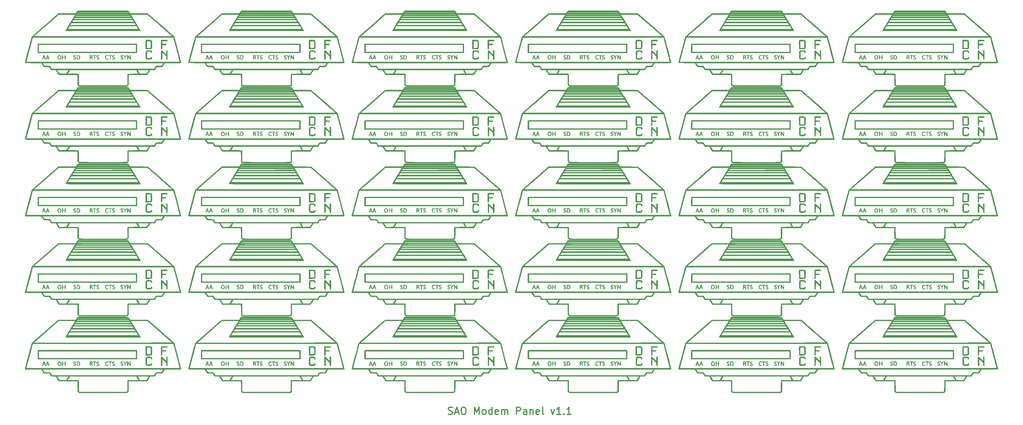
<source format=gbr>
%TF.GenerationSoftware,KiCad,Pcbnew,(6.0.5)*%
%TF.CreationDate,2022-08-09T22:24:31-06:00*%
%TF.ProjectId,modem-panel,6d6f6465-6d2d-4706-916e-656c2e6b6963,1.1*%
%TF.SameCoordinates,Original*%
%TF.FileFunction,Legend,Top*%
%TF.FilePolarity,Positive*%
%FSLAX46Y46*%
G04 Gerber Fmt 4.6, Leading zero omitted, Abs format (unit mm)*
G04 Created by KiCad (PCBNEW (6.0.5)) date 2022-08-09 22:24:31*
%MOMM*%
%LPD*%
G01*
G04 APERTURE LIST*
%ADD10C,0.300000*%
G04 APERTURE END LIST*
D10*
X133961904Y-136339523D02*
X134247619Y-136434761D01*
X134723809Y-136434761D01*
X134914285Y-136339523D01*
X135009523Y-136244285D01*
X135104761Y-136053809D01*
X135104761Y-135863333D01*
X135009523Y-135672857D01*
X134914285Y-135577619D01*
X134723809Y-135482380D01*
X134342857Y-135387142D01*
X134152380Y-135291904D01*
X134057142Y-135196666D01*
X133961904Y-135006190D01*
X133961904Y-134815714D01*
X134057142Y-134625238D01*
X134152380Y-134530000D01*
X134342857Y-134434761D01*
X134819047Y-134434761D01*
X135104761Y-134530000D01*
X135866666Y-135863333D02*
X136819047Y-135863333D01*
X135676190Y-136434761D02*
X136342857Y-134434761D01*
X137009523Y-136434761D01*
X138057142Y-134434761D02*
X138438095Y-134434761D01*
X138628571Y-134530000D01*
X138819047Y-134720476D01*
X138914285Y-135101428D01*
X138914285Y-135768095D01*
X138819047Y-136149047D01*
X138628571Y-136339523D01*
X138438095Y-136434761D01*
X138057142Y-136434761D01*
X137866666Y-136339523D01*
X137676190Y-136149047D01*
X137580952Y-135768095D01*
X137580952Y-135101428D01*
X137676190Y-134720476D01*
X137866666Y-134530000D01*
X138057142Y-134434761D01*
X141295238Y-136434761D02*
X141295238Y-134434761D01*
X141961904Y-135863333D01*
X142628571Y-134434761D01*
X142628571Y-136434761D01*
X143866666Y-136434761D02*
X143676190Y-136339523D01*
X143580952Y-136244285D01*
X143485714Y-136053809D01*
X143485714Y-135482380D01*
X143580952Y-135291904D01*
X143676190Y-135196666D01*
X143866666Y-135101428D01*
X144152380Y-135101428D01*
X144342857Y-135196666D01*
X144438095Y-135291904D01*
X144533333Y-135482380D01*
X144533333Y-136053809D01*
X144438095Y-136244285D01*
X144342857Y-136339523D01*
X144152380Y-136434761D01*
X143866666Y-136434761D01*
X146247619Y-136434761D02*
X146247619Y-134434761D01*
X146247619Y-136339523D02*
X146057142Y-136434761D01*
X145676190Y-136434761D01*
X145485714Y-136339523D01*
X145390476Y-136244285D01*
X145295238Y-136053809D01*
X145295238Y-135482380D01*
X145390476Y-135291904D01*
X145485714Y-135196666D01*
X145676190Y-135101428D01*
X146057142Y-135101428D01*
X146247619Y-135196666D01*
X147961904Y-136339523D02*
X147771428Y-136434761D01*
X147390476Y-136434761D01*
X147200000Y-136339523D01*
X147104761Y-136149047D01*
X147104761Y-135387142D01*
X147200000Y-135196666D01*
X147390476Y-135101428D01*
X147771428Y-135101428D01*
X147961904Y-135196666D01*
X148057142Y-135387142D01*
X148057142Y-135577619D01*
X147104761Y-135768095D01*
X148914285Y-136434761D02*
X148914285Y-135101428D01*
X148914285Y-135291904D02*
X149009523Y-135196666D01*
X149200000Y-135101428D01*
X149485714Y-135101428D01*
X149676190Y-135196666D01*
X149771428Y-135387142D01*
X149771428Y-136434761D01*
X149771428Y-135387142D02*
X149866666Y-135196666D01*
X150057142Y-135101428D01*
X150342857Y-135101428D01*
X150533333Y-135196666D01*
X150628571Y-135387142D01*
X150628571Y-136434761D01*
X153104761Y-136434761D02*
X153104761Y-134434761D01*
X153866666Y-134434761D01*
X154057142Y-134530000D01*
X154152380Y-134625238D01*
X154247619Y-134815714D01*
X154247619Y-135101428D01*
X154152380Y-135291904D01*
X154057142Y-135387142D01*
X153866666Y-135482380D01*
X153104761Y-135482380D01*
X155961904Y-136434761D02*
X155961904Y-135387142D01*
X155866666Y-135196666D01*
X155676190Y-135101428D01*
X155295238Y-135101428D01*
X155104761Y-135196666D01*
X155961904Y-136339523D02*
X155771428Y-136434761D01*
X155295238Y-136434761D01*
X155104761Y-136339523D01*
X155009523Y-136149047D01*
X155009523Y-135958571D01*
X155104761Y-135768095D01*
X155295238Y-135672857D01*
X155771428Y-135672857D01*
X155961904Y-135577619D01*
X156914285Y-135101428D02*
X156914285Y-136434761D01*
X156914285Y-135291904D02*
X157009523Y-135196666D01*
X157200000Y-135101428D01*
X157485714Y-135101428D01*
X157676190Y-135196666D01*
X157771428Y-135387142D01*
X157771428Y-136434761D01*
X159485714Y-136339523D02*
X159295238Y-136434761D01*
X158914285Y-136434761D01*
X158723809Y-136339523D01*
X158628571Y-136149047D01*
X158628571Y-135387142D01*
X158723809Y-135196666D01*
X158914285Y-135101428D01*
X159295238Y-135101428D01*
X159485714Y-135196666D01*
X159580952Y-135387142D01*
X159580952Y-135577619D01*
X158628571Y-135768095D01*
X160723809Y-136434761D02*
X160533333Y-136339523D01*
X160438095Y-136149047D01*
X160438095Y-134434761D01*
X162819047Y-135101428D02*
X163295238Y-136434761D01*
X163771428Y-135101428D01*
X165580952Y-136434761D02*
X164438095Y-136434761D01*
X165009523Y-136434761D02*
X165009523Y-134434761D01*
X164819047Y-134720476D01*
X164628571Y-134910952D01*
X164438095Y-135006190D01*
X166438095Y-136244285D02*
X166533333Y-136339523D01*
X166438095Y-136434761D01*
X166342857Y-136339523D01*
X166438095Y-136244285D01*
X166438095Y-136434761D01*
X168438095Y-136434761D02*
X167295238Y-136434761D01*
X167866666Y-136434761D02*
X167866666Y-134434761D01*
X167676190Y-134720476D01*
X167485714Y-134910952D01*
X167295238Y-135006190D01*
%TO.C,G\u002A\u002A\u002A*%
G36*
X99339494Y-55681511D02*
G01*
X99361171Y-55685547D01*
X99385363Y-55695622D01*
X99415205Y-55714476D01*
X99453838Y-55744847D01*
X99504399Y-55789475D01*
X99570027Y-55851099D01*
X99653860Y-55932460D01*
X99759036Y-56036297D01*
X99888693Y-56165348D01*
X100002792Y-56279235D01*
X100602107Y-56877695D01*
X100602107Y-56365423D01*
X100603033Y-56202230D01*
X100605680Y-56059217D01*
X100609848Y-55941550D01*
X100615337Y-55854395D01*
X100621948Y-55802917D01*
X100624124Y-55795193D01*
X100664562Y-55727566D01*
X100726521Y-55691299D01*
X100804961Y-55681449D01*
X100876414Y-55689948D01*
X100929437Y-55722296D01*
X100942659Y-55735488D01*
X100994017Y-55790201D01*
X100994017Y-58186283D01*
X100934578Y-58237452D01*
X100854580Y-58282212D01*
X100770936Y-58286324D01*
X100691030Y-58250084D01*
X100664030Y-58226646D01*
X100602107Y-58164671D01*
X100602107Y-57437850D01*
X100070078Y-56914446D01*
X99945846Y-56792541D01*
X99830851Y-56680300D01*
X99728652Y-56581151D01*
X99642805Y-56498519D01*
X99576869Y-56435832D01*
X99534402Y-56396515D01*
X99519285Y-56383975D01*
X99515105Y-56402909D01*
X99511296Y-56460453D01*
X99507936Y-56552810D01*
X99505107Y-56676186D01*
X99502887Y-56826788D01*
X99501356Y-57000820D01*
X99500594Y-57194487D01*
X99500522Y-57277875D01*
X99500522Y-58178842D01*
X99435344Y-58233732D01*
X99355652Y-58280169D01*
X99277800Y-58284363D01*
X99202914Y-58246345D01*
X99181128Y-58226646D01*
X99119204Y-58164671D01*
X99119204Y-55792567D01*
X99175054Y-55736671D01*
X99232673Y-55694950D01*
X99303294Y-55681006D01*
X99317191Y-55680775D01*
X99339494Y-55681511D01*
G37*
G36*
X68913312Y-61273771D02*
G01*
X68291323Y-61267503D01*
X68235414Y-61200016D01*
X68207036Y-61161099D01*
X68161188Y-61092772D01*
X68102321Y-61001911D01*
X68034884Y-60895393D01*
X67963329Y-60780094D01*
X67957546Y-60770675D01*
X67735588Y-60408822D01*
X66990711Y-60408822D01*
X66791875Y-60408673D01*
X66631074Y-60408092D01*
X66503973Y-60406873D01*
X66406240Y-60404814D01*
X66333540Y-60401710D01*
X66281539Y-60397356D01*
X66245905Y-60391550D01*
X66222303Y-60384086D01*
X66206399Y-60374761D01*
X66202653Y-60371718D01*
X66181550Y-60346191D01*
X66141105Y-60290852D01*
X66085153Y-60211386D01*
X66017526Y-60113480D01*
X65942058Y-60002820D01*
X65862582Y-59885091D01*
X65782933Y-59765980D01*
X65706943Y-59651172D01*
X65638446Y-59546354D01*
X65581275Y-59457211D01*
X65539264Y-59389429D01*
X65531004Y-59375505D01*
X65496754Y-59316918D01*
X65944421Y-59316918D01*
X66169279Y-59656150D01*
X66241385Y-59763721D01*
X66307483Y-59860067D01*
X66363321Y-59939168D01*
X66404649Y-59995006D01*
X66427215Y-60021563D01*
X66427608Y-60021885D01*
X66447955Y-60029444D01*
X66490173Y-60035555D01*
X66557550Y-60040332D01*
X66653377Y-60043889D01*
X66780944Y-60046338D01*
X66943540Y-60047793D01*
X67144457Y-60048368D01*
X67196136Y-60048388D01*
X67393502Y-60048538D01*
X67552857Y-60049127D01*
X67678558Y-60050364D01*
X67774961Y-60052457D01*
X67846424Y-60055613D01*
X67897302Y-60060041D01*
X67931954Y-60065949D01*
X67954735Y-60073545D01*
X67970003Y-60083037D01*
X67972888Y-60085491D01*
X67998270Y-60116304D01*
X68040131Y-60176197D01*
X68093495Y-60257683D01*
X68153387Y-60353276D01*
X68180733Y-60398221D01*
X68245650Y-60505524D01*
X68309260Y-60609978D01*
X68365382Y-60701479D01*
X68407836Y-60769924D01*
X68417430Y-60785157D01*
X68487979Y-60896468D01*
X97180839Y-60896354D01*
X97421446Y-60503775D01*
X97494599Y-60386289D01*
X97563019Y-60279888D01*
X97622790Y-60190387D01*
X97669996Y-60123604D01*
X97700724Y-60085355D01*
X97706852Y-60079792D01*
X97724882Y-60071247D01*
X97754836Y-60064351D01*
X97800846Y-60058941D01*
X97867043Y-60054853D01*
X97957558Y-60051920D01*
X98076524Y-60049980D01*
X98228071Y-60048868D01*
X98416332Y-60048419D01*
X98495746Y-60048388D01*
X99239841Y-60048388D01*
X99476853Y-59685171D01*
X99547791Y-59575537D01*
X99609488Y-59478413D01*
X99658624Y-59399174D01*
X99691876Y-59343197D01*
X99705925Y-59315859D01*
X99706041Y-59314122D01*
X99684630Y-59313737D01*
X99621857Y-59313370D01*
X99518725Y-59313020D01*
X99376242Y-59312689D01*
X99195411Y-59312377D01*
X98977239Y-59312082D01*
X98722732Y-59311806D01*
X98432893Y-59311549D01*
X98108730Y-59311311D01*
X97751247Y-59311092D01*
X97361451Y-59310893D01*
X96940345Y-59310712D01*
X96488937Y-59310551D01*
X96008230Y-59310410D01*
X95499232Y-59310288D01*
X94962946Y-59310187D01*
X94400379Y-59310106D01*
X93812537Y-59310044D01*
X93200424Y-59310004D01*
X92565045Y-59309984D01*
X91907408Y-59309984D01*
X91228516Y-59310005D01*
X90529375Y-59310048D01*
X89810992Y-59310111D01*
X89074371Y-59310196D01*
X88320517Y-59310303D01*
X87550437Y-59310431D01*
X86765135Y-59310580D01*
X85965617Y-59310752D01*
X85152889Y-59310946D01*
X84327956Y-59311161D01*
X83491823Y-59311400D01*
X82821318Y-59311605D01*
X65944421Y-59316918D01*
X65496754Y-59316918D01*
X65490885Y-59306879D01*
X63230784Y-59301298D01*
X62871847Y-59300385D01*
X62552873Y-59299490D01*
X62271456Y-59298569D01*
X62025191Y-59297574D01*
X61811673Y-59296460D01*
X61628495Y-59295181D01*
X61473253Y-59293692D01*
X61343540Y-59291945D01*
X61236952Y-59289896D01*
X61151082Y-59287498D01*
X61083525Y-59284705D01*
X61031875Y-59281472D01*
X60993728Y-59277753D01*
X60966677Y-59273501D01*
X60948316Y-59268670D01*
X60936241Y-59263216D01*
X60928322Y-59257344D01*
X60891316Y-59206794D01*
X60875526Y-59164342D01*
X60877579Y-59127946D01*
X60889304Y-59057551D01*
X60909257Y-58960075D01*
X60934544Y-58848833D01*
X61351260Y-58848833D01*
X61351894Y-58865065D01*
X61354531Y-58875774D01*
X61358698Y-58882824D01*
X61359707Y-58883995D01*
X61362138Y-58886171D01*
X61365936Y-58888268D01*
X61371872Y-58890288D01*
X61380716Y-58892231D01*
X61393238Y-58894100D01*
X61410208Y-58895896D01*
X61432397Y-58897620D01*
X61460574Y-58899274D01*
X61495510Y-58900859D01*
X61537975Y-58902377D01*
X61588740Y-58903828D01*
X61648573Y-58905216D01*
X61718247Y-58906541D01*
X61798530Y-58907804D01*
X61890193Y-58909007D01*
X61994006Y-58910151D01*
X62110740Y-58911239D01*
X62241164Y-58912270D01*
X62386049Y-58913248D01*
X62546165Y-58914173D01*
X62722282Y-58915047D01*
X62915171Y-58915871D01*
X63125601Y-58916646D01*
X63354342Y-58917375D01*
X63602166Y-58918058D01*
X63869842Y-58918697D01*
X64158139Y-58919294D01*
X64467830Y-58919850D01*
X64799683Y-58920366D01*
X65154469Y-58920844D01*
X65532958Y-58921286D01*
X65935920Y-58921692D01*
X66364126Y-58922065D01*
X66818345Y-58922405D01*
X67299348Y-58922714D01*
X67807905Y-58922995D01*
X68344787Y-58923247D01*
X68910762Y-58923473D01*
X69506603Y-58923673D01*
X70133078Y-58923851D01*
X70790958Y-58924006D01*
X71481013Y-58924140D01*
X72204014Y-58924256D01*
X72960730Y-58924354D01*
X73751931Y-58924435D01*
X74578389Y-58924502D01*
X75440873Y-58924556D01*
X76340153Y-58924598D01*
X77277000Y-58924629D01*
X78252184Y-58924651D01*
X79266474Y-58924666D01*
X80320641Y-58924675D01*
X81415456Y-58924680D01*
X82551688Y-58924681D01*
X82824781Y-58924681D01*
X83974197Y-58924678D01*
X85082007Y-58924668D01*
X86148975Y-58924650D01*
X87175864Y-58924622D01*
X88163437Y-58924584D01*
X89112458Y-58924533D01*
X90023689Y-58924470D01*
X90897894Y-58924392D01*
X91735836Y-58924298D01*
X92538278Y-58924187D01*
X93305983Y-58924058D01*
X94039715Y-58923909D01*
X94740237Y-58923740D01*
X95408312Y-58923549D01*
X96044703Y-58923335D01*
X96650173Y-58923096D01*
X97225486Y-58922832D01*
X97771405Y-58922540D01*
X98288693Y-58922221D01*
X98778113Y-58921872D01*
X99240428Y-58921492D01*
X99676402Y-58921081D01*
X100086798Y-58920636D01*
X100472379Y-58920157D01*
X100833908Y-58919642D01*
X101172149Y-58919090D01*
X101487864Y-58918500D01*
X101781817Y-58917871D01*
X102054771Y-58917201D01*
X102307489Y-58916489D01*
X102540735Y-58915734D01*
X102755271Y-58914934D01*
X102951861Y-58914089D01*
X103131268Y-58913197D01*
X103294256Y-58912257D01*
X103441587Y-58911268D01*
X103574024Y-58910227D01*
X103692332Y-58909135D01*
X103797272Y-58907990D01*
X103889609Y-58906790D01*
X103970105Y-58905535D01*
X104039524Y-58904223D01*
X104098629Y-58902853D01*
X104148183Y-58901423D01*
X104188949Y-58899933D01*
X104221690Y-58898381D01*
X104247171Y-58896766D01*
X104266153Y-58895086D01*
X104279400Y-58893341D01*
X104287676Y-58891529D01*
X104291743Y-58889649D01*
X104291806Y-58889592D01*
X104322055Y-58850342D01*
X104330547Y-58823064D01*
X104325267Y-58799415D01*
X104309803Y-58736929D01*
X104284720Y-58637786D01*
X104250582Y-58504165D01*
X104207955Y-58338247D01*
X104157403Y-58142211D01*
X104099490Y-57918237D01*
X104034782Y-57668504D01*
X103963843Y-57395194D01*
X103887238Y-57100484D01*
X103805531Y-56786556D01*
X103719287Y-56455589D01*
X103629072Y-56109762D01*
X103535448Y-55751256D01*
X103458066Y-55455221D01*
X102585586Y-52118816D01*
X82853057Y-52124127D01*
X63120529Y-52129439D01*
X62221723Y-55486374D01*
X62105401Y-55920890D01*
X61999597Y-56316319D01*
X61903840Y-56674525D01*
X61817655Y-56997372D01*
X61740569Y-57286726D01*
X61672110Y-57544452D01*
X61611804Y-57772413D01*
X61559179Y-57972474D01*
X61513761Y-58146500D01*
X61475076Y-58296357D01*
X61442653Y-58423907D01*
X61416018Y-58531017D01*
X61394697Y-58619550D01*
X61378219Y-58691371D01*
X61366109Y-58748345D01*
X61357894Y-58792337D01*
X61353103Y-58825212D01*
X61351260Y-58848833D01*
X60934544Y-58848833D01*
X60935998Y-58842438D01*
X60968082Y-58711560D01*
X60978039Y-58672664D01*
X61009637Y-58551225D01*
X61049784Y-58398297D01*
X61097782Y-58216476D01*
X61152932Y-58008357D01*
X61214536Y-57776532D01*
X61281897Y-57523598D01*
X61354316Y-57252147D01*
X61431096Y-56964776D01*
X61511538Y-56664077D01*
X61594945Y-56352646D01*
X61680618Y-56033077D01*
X61767859Y-55707964D01*
X61855971Y-55379902D01*
X61944255Y-55051485D01*
X62032013Y-54725308D01*
X62118548Y-54403964D01*
X62203161Y-54090049D01*
X62285155Y-53786157D01*
X62363831Y-53494882D01*
X62438491Y-53218819D01*
X62508437Y-52960562D01*
X62572972Y-52722705D01*
X62631397Y-52507844D01*
X62683015Y-52318571D01*
X62727126Y-52157482D01*
X62763034Y-52027172D01*
X62790041Y-51930234D01*
X62807447Y-51869263D01*
X62814399Y-51847131D01*
X62831874Y-51829682D01*
X62879542Y-51785864D01*
X62933493Y-51737202D01*
X63485554Y-51737202D01*
X82853374Y-51737202D01*
X83959511Y-51737195D01*
X85024036Y-51737173D01*
X86047707Y-51737135D01*
X87031282Y-51737080D01*
X87975518Y-51737006D01*
X88881171Y-51736913D01*
X89749000Y-51736799D01*
X90579762Y-51736663D01*
X91374215Y-51736505D01*
X92133114Y-51736322D01*
X92857219Y-51736114D01*
X93547286Y-51735880D01*
X94204073Y-51735618D01*
X94828336Y-51735328D01*
X95420834Y-51735008D01*
X95982324Y-51734656D01*
X96513562Y-51734273D01*
X97015307Y-51733857D01*
X97488316Y-51733406D01*
X97933346Y-51732920D01*
X98351154Y-51732397D01*
X98742498Y-51731836D01*
X99108135Y-51731236D01*
X99448823Y-51730596D01*
X99765319Y-51729915D01*
X100058380Y-51729192D01*
X100328763Y-51728425D01*
X100577227Y-51727613D01*
X100804528Y-51726756D01*
X101011423Y-51725851D01*
X101198671Y-51724899D01*
X101367027Y-51723897D01*
X101517251Y-51722845D01*
X101650098Y-51721742D01*
X101766327Y-51720585D01*
X101866695Y-51719375D01*
X101951959Y-51718110D01*
X102022877Y-51716789D01*
X102080205Y-51715411D01*
X102124701Y-51713974D01*
X102157123Y-51712478D01*
X102178228Y-51710921D01*
X102188774Y-51709303D01*
X102190174Y-51708014D01*
X102171425Y-51691490D01*
X102122175Y-51648435D01*
X102043902Y-51580135D01*
X101938082Y-51487875D01*
X101806194Y-51372943D01*
X101649714Y-51236624D01*
X101470119Y-51080204D01*
X101268887Y-50904969D01*
X101047495Y-50712207D01*
X100807420Y-50503202D01*
X100550139Y-50279241D01*
X100277129Y-50041611D01*
X99989868Y-49791597D01*
X99689832Y-49530485D01*
X99378500Y-49259562D01*
X99057347Y-48980114D01*
X98727852Y-48693426D01*
X98720153Y-48686728D01*
X95281153Y-45694631D01*
X92984499Y-45694631D01*
X92676424Y-45694708D01*
X92380489Y-45694933D01*
X92099416Y-45695294D01*
X91835931Y-45695783D01*
X91592756Y-45696389D01*
X91372616Y-45697101D01*
X91178235Y-45697911D01*
X91012337Y-45698807D01*
X90877645Y-45699779D01*
X90776883Y-45700818D01*
X90712776Y-45701913D01*
X90688047Y-45703054D01*
X90687845Y-45703168D01*
X90698758Y-45721939D01*
X90730591Y-45774564D01*
X90781983Y-45858833D01*
X90851575Y-45972531D01*
X90938005Y-46113447D01*
X91039915Y-46279367D01*
X91155943Y-46468080D01*
X91284729Y-46677372D01*
X91424913Y-46905031D01*
X91575135Y-47148845D01*
X91734035Y-47406601D01*
X91900253Y-47676086D01*
X92027115Y-47881674D01*
X92241482Y-48229282D01*
X92434208Y-48542406D01*
X92606156Y-48822487D01*
X92758190Y-49070966D01*
X92891174Y-49289287D01*
X93005972Y-49478891D01*
X93103449Y-49641220D01*
X93184469Y-49777715D01*
X93249895Y-49889819D01*
X93300592Y-49978974D01*
X93337423Y-50046622D01*
X93361253Y-50094204D01*
X93372947Y-50123162D01*
X93374434Y-50129997D01*
X93372489Y-50194826D01*
X93344626Y-50245081D01*
X93328371Y-50262510D01*
X93274258Y-50316668D01*
X82842364Y-50316668D01*
X82047870Y-50316663D01*
X81294642Y-50316646D01*
X80581578Y-50316612D01*
X79907575Y-50316558D01*
X79271531Y-50316481D01*
X78672344Y-50316375D01*
X78108910Y-50316237D01*
X77580128Y-50316063D01*
X77084896Y-50315850D01*
X76622110Y-50315593D01*
X76190668Y-50315288D01*
X75789468Y-50314932D01*
X75417407Y-50314521D01*
X75073383Y-50314050D01*
X74756294Y-50313517D01*
X74465037Y-50312916D01*
X74198509Y-50312244D01*
X73955609Y-50311498D01*
X73735233Y-50310672D01*
X73536280Y-50309764D01*
X73357647Y-50308770D01*
X73198231Y-50307685D01*
X73056929Y-50306505D01*
X72932641Y-50305227D01*
X72824262Y-50303848D01*
X72730692Y-50302362D01*
X72650826Y-50300766D01*
X72583563Y-50299056D01*
X72527801Y-50297228D01*
X72482436Y-50295278D01*
X72446367Y-50293203D01*
X72418491Y-50290999D01*
X72397706Y-50288661D01*
X72382909Y-50286186D01*
X72372997Y-50283569D01*
X72366869Y-50280807D01*
X72365110Y-50279564D01*
X72330947Y-50233553D01*
X72308464Y-50171137D01*
X72307361Y-50164988D01*
X72306371Y-50151833D01*
X72308121Y-50135745D01*
X72313763Y-50114741D01*
X72324452Y-50086840D01*
X72341340Y-50050062D01*
X72365583Y-50002423D01*
X72398332Y-49941945D01*
X72440742Y-49866644D01*
X72493967Y-49774539D01*
X72536725Y-49701810D01*
X72975352Y-49701810D01*
X82839104Y-49701810D01*
X83635777Y-49701790D01*
X84391054Y-49701730D01*
X85105906Y-49701627D01*
X85781306Y-49701477D01*
X86418224Y-49701279D01*
X87017633Y-49701030D01*
X87580506Y-49700727D01*
X88107812Y-49700367D01*
X88600526Y-49699949D01*
X89059618Y-49699469D01*
X89486061Y-49698924D01*
X89880826Y-49698313D01*
X90244886Y-49697632D01*
X90579211Y-49696879D01*
X90884775Y-49696051D01*
X91162549Y-49695146D01*
X91413505Y-49694161D01*
X91638615Y-49693094D01*
X91838850Y-49691941D01*
X92015184Y-49690701D01*
X92168587Y-49689370D01*
X92300032Y-49687946D01*
X92410490Y-49686426D01*
X92500933Y-49684808D01*
X92572334Y-49683089D01*
X92625664Y-49681267D01*
X92661895Y-49679339D01*
X92681999Y-49677302D01*
X92687075Y-49675307D01*
X92671444Y-49649731D01*
X92637198Y-49594098D01*
X92588033Y-49514396D01*
X92527644Y-49416617D01*
X92459726Y-49306752D01*
X92451636Y-49293671D01*
X92231978Y-48938538D01*
X73433216Y-48939980D01*
X73253149Y-49239535D01*
X73188451Y-49347170D01*
X73127636Y-49448352D01*
X73075730Y-49534718D01*
X73037759Y-49597908D01*
X73024217Y-49620450D01*
X72975352Y-49701810D01*
X72536725Y-49701810D01*
X72559160Y-49663650D01*
X72637474Y-49531995D01*
X72730063Y-49377592D01*
X72838081Y-49198461D01*
X72962682Y-48992620D01*
X73105018Y-48758088D01*
X73214436Y-48578104D01*
X73657735Y-48578104D01*
X82829504Y-48578104D01*
X83450535Y-48578084D01*
X84060788Y-48578026D01*
X84658900Y-48577931D01*
X85243507Y-48577799D01*
X85813247Y-48577634D01*
X86366756Y-48577434D01*
X86902672Y-48577203D01*
X87419631Y-48576941D01*
X87916270Y-48576649D01*
X88391227Y-48576330D01*
X88843138Y-48575983D01*
X89270639Y-48575610D01*
X89672369Y-48575213D01*
X90046964Y-48574793D01*
X90393061Y-48574352D01*
X90709297Y-48573889D01*
X90994309Y-48573407D01*
X91246733Y-48572908D01*
X91465207Y-48572391D01*
X91648368Y-48571859D01*
X91794853Y-48571313D01*
X91903297Y-48570754D01*
X91972340Y-48570184D01*
X92000617Y-48569603D01*
X92001273Y-48569500D01*
X91990695Y-48549376D01*
X91961658Y-48500055D01*
X91918207Y-48428264D01*
X91864386Y-48340734D01*
X91845183Y-48309775D01*
X91689093Y-48058655D01*
X82834802Y-48053329D01*
X73980510Y-48048003D01*
X73819123Y-48313054D01*
X73657735Y-48578104D01*
X73214436Y-48578104D01*
X73266244Y-48492883D01*
X73447513Y-48195024D01*
X73603543Y-47938777D01*
X73772113Y-47662002D01*
X73777611Y-47652977D01*
X74227628Y-47652977D01*
X74248578Y-47653916D01*
X74310490Y-47654838D01*
X74411957Y-47655741D01*
X74551572Y-47656623D01*
X74727930Y-47657481D01*
X74939622Y-47658314D01*
X75185244Y-47659118D01*
X75463387Y-47659893D01*
X75772645Y-47660635D01*
X76111611Y-47661343D01*
X76478879Y-47662014D01*
X76873042Y-47662647D01*
X77292694Y-47663238D01*
X77736427Y-47663786D01*
X78202835Y-47664289D01*
X78690511Y-47664744D01*
X79198049Y-47665149D01*
X79724042Y-47665503D01*
X80267083Y-47665802D01*
X80825765Y-47666044D01*
X81398683Y-47666228D01*
X81984428Y-47666351D01*
X82581595Y-47666412D01*
X82839199Y-47666418D01*
X91450771Y-47666418D01*
X91348034Y-47502102D01*
X91298538Y-47422900D01*
X91254539Y-47352429D01*
X91223120Y-47302034D01*
X91215688Y-47290082D01*
X91186077Y-47242378D01*
X82828662Y-47242488D01*
X74471248Y-47242598D01*
X74349438Y-47441067D01*
X74300211Y-47522427D01*
X74260520Y-47590222D01*
X74234917Y-47636531D01*
X74227628Y-47652977D01*
X73777611Y-47652977D01*
X73934885Y-47394798D01*
X74090460Y-47139456D01*
X74237442Y-46898266D01*
X74247392Y-46881943D01*
X74691282Y-46881943D01*
X82828511Y-46881943D01*
X83550188Y-46881920D01*
X84230566Y-46881846D01*
X84870713Y-46881720D01*
X85471699Y-46881536D01*
X86034593Y-46881293D01*
X86560464Y-46880986D01*
X87050382Y-46880611D01*
X87505416Y-46880166D01*
X87926634Y-46879647D01*
X88315107Y-46879050D01*
X88671902Y-46878372D01*
X88998091Y-46877610D01*
X89294740Y-46876759D01*
X89562921Y-46875817D01*
X89803701Y-46874780D01*
X90018151Y-46873644D01*
X90207339Y-46872406D01*
X90372334Y-46871062D01*
X90514206Y-46869610D01*
X90634024Y-46868045D01*
X90732857Y-46866364D01*
X90811774Y-46864563D01*
X90871845Y-46862640D01*
X90914138Y-46860590D01*
X90939723Y-46858410D01*
X90949669Y-46856096D01*
X90949808Y-46855441D01*
X90930450Y-46824213D01*
X90896414Y-46770115D01*
X90863169Y-46717628D01*
X90792464Y-46606317D01*
X74848774Y-46606317D01*
X74825483Y-46654022D01*
X74800333Y-46700806D01*
X74763800Y-46763685D01*
X74746737Y-46791835D01*
X74691282Y-46881943D01*
X74247392Y-46881943D01*
X74374433Y-46673522D01*
X74500035Y-46467514D01*
X74612852Y-46282534D01*
X74635213Y-46245883D01*
X75076751Y-46245883D01*
X82818745Y-46245883D01*
X83388900Y-46245857D01*
X83948156Y-46245779D01*
X84495029Y-46245652D01*
X85028037Y-46245477D01*
X85545695Y-46245256D01*
X86046520Y-46244991D01*
X86529027Y-46244685D01*
X86991735Y-46244337D01*
X87433159Y-46243952D01*
X87851815Y-46243530D01*
X88246220Y-46243073D01*
X88614890Y-46242584D01*
X88956341Y-46242064D01*
X89269091Y-46241515D01*
X89551656Y-46240938D01*
X89802551Y-46240337D01*
X90020293Y-46239711D01*
X90203400Y-46239065D01*
X90350386Y-46238398D01*
X90459769Y-46237714D01*
X90530065Y-46237014D01*
X90559790Y-46236300D01*
X90560739Y-46236147D01*
X90550691Y-46214041D01*
X90524899Y-46167771D01*
X90502636Y-46130136D01*
X90444534Y-46033863D01*
X75208440Y-46033863D01*
X75142595Y-46139873D01*
X75076751Y-46245883D01*
X74635213Y-46245883D01*
X74711485Y-46120872D01*
X74794538Y-45984822D01*
X74860612Y-45876673D01*
X74908311Y-45798718D01*
X74936237Y-45753248D01*
X74943034Y-45742336D01*
X74973952Y-45694631D01*
X70403357Y-45694631D01*
X66944456Y-48715917D01*
X63485554Y-51737202D01*
X62933493Y-51737202D01*
X62955680Y-51717190D01*
X63058559Y-51625176D01*
X63186455Y-51511335D01*
X63337642Y-51377181D01*
X63510394Y-51224230D01*
X63702986Y-51053996D01*
X63913690Y-50867993D01*
X64140783Y-50667735D01*
X64382537Y-50454737D01*
X64637227Y-50230512D01*
X64903127Y-49996577D01*
X65178511Y-49754444D01*
X65461654Y-49505629D01*
X65750830Y-49251645D01*
X66044312Y-48994007D01*
X66340376Y-48734230D01*
X66637295Y-48473827D01*
X66933343Y-48214314D01*
X67226795Y-47957204D01*
X67515924Y-47704012D01*
X67799006Y-47456252D01*
X68074314Y-47215439D01*
X68340122Y-46983086D01*
X68594705Y-46760710D01*
X68836336Y-46549823D01*
X69063291Y-46351940D01*
X69273842Y-46168575D01*
X69466265Y-46001244D01*
X69638834Y-45851460D01*
X69789822Y-45720737D01*
X69888348Y-45635743D01*
X75456318Y-45635743D01*
X75477249Y-45636987D01*
X75539028Y-45638206D01*
X75640135Y-45639398D01*
X75779049Y-45640558D01*
X75954250Y-45641684D01*
X76164218Y-45642771D01*
X76407431Y-45643817D01*
X76682370Y-45644819D01*
X76987513Y-45645772D01*
X77321342Y-45646673D01*
X77682334Y-45647519D01*
X78068970Y-45648307D01*
X78479730Y-45649033D01*
X78913092Y-45649694D01*
X79367536Y-45650286D01*
X79841542Y-45650806D01*
X80333590Y-45651250D01*
X80842159Y-45651616D01*
X81365728Y-45651899D01*
X81902777Y-45652097D01*
X82451786Y-45652206D01*
X82827477Y-45652227D01*
X90198635Y-45652227D01*
X90162548Y-45588755D01*
X90126460Y-45525283D01*
X75522274Y-45525015D01*
X75489296Y-45572137D01*
X75464735Y-45612746D01*
X75456318Y-45635743D01*
X69888348Y-45635743D01*
X69917504Y-45610591D01*
X70020153Y-45522535D01*
X70081517Y-45470343D01*
X70267600Y-45312995D01*
X75199567Y-45312995D01*
X75301438Y-45143379D01*
X75747731Y-45143379D01*
X89888008Y-45143379D01*
X89856360Y-45095675D01*
X89824712Y-45047970D01*
X75811028Y-45047970D01*
X75779379Y-45095675D01*
X75747731Y-45143379D01*
X75301438Y-45143379D01*
X75406493Y-44968463D01*
X75474593Y-44856711D01*
X75538508Y-44754839D01*
X75593876Y-44669569D01*
X75636334Y-44607623D01*
X75661012Y-44576226D01*
X75708604Y-44528521D01*
X82807707Y-44528521D01*
X83546007Y-44528584D01*
X84244988Y-44528774D01*
X84904475Y-44529089D01*
X85524295Y-44529529D01*
X86104272Y-44530093D01*
X86644232Y-44530782D01*
X87144002Y-44531594D01*
X87603406Y-44532530D01*
X88022271Y-44533588D01*
X88400422Y-44534767D01*
X88737685Y-44536069D01*
X89033886Y-44537491D01*
X89288850Y-44539034D01*
X89502402Y-44540696D01*
X89674370Y-44542479D01*
X89804577Y-44544380D01*
X89892851Y-44546399D01*
X89939016Y-44548536D01*
X89946224Y-44549632D01*
X89968907Y-44573543D01*
X90009370Y-44628040D01*
X90063659Y-44707310D01*
X90127814Y-44805541D01*
X90197882Y-44916921D01*
X90213241Y-44941869D01*
X90440845Y-45312995D01*
X92917197Y-45312995D01*
X93340324Y-45313150D01*
X93721916Y-45313619D01*
X94062807Y-45314410D01*
X94363828Y-45315531D01*
X94625812Y-45316989D01*
X94849592Y-45318791D01*
X95036001Y-45320945D01*
X95185872Y-45323459D01*
X95300037Y-45326340D01*
X95379328Y-45329596D01*
X95424580Y-45333234D01*
X95436017Y-45335742D01*
X95456328Y-45351907D01*
X95506843Y-45394436D01*
X95585835Y-45461827D01*
X95691574Y-45552574D01*
X95822333Y-45665174D01*
X95976383Y-45798123D01*
X96151995Y-45949917D01*
X96347441Y-46119053D01*
X96560992Y-46304025D01*
X96790921Y-46503331D01*
X97035497Y-46715466D01*
X97292994Y-46938926D01*
X97561683Y-47172208D01*
X97839834Y-47413807D01*
X98125720Y-47662220D01*
X98417612Y-47915943D01*
X98713781Y-48173471D01*
X99012500Y-48433301D01*
X99312039Y-48693929D01*
X99610671Y-48953851D01*
X99906666Y-49211562D01*
X100198296Y-49465560D01*
X100483833Y-49714340D01*
X100761549Y-49956397D01*
X101029714Y-50190230D01*
X101286600Y-50414332D01*
X101530479Y-50627200D01*
X101759622Y-50827332D01*
X101972302Y-51013221D01*
X102166788Y-51183365D01*
X102341354Y-51336260D01*
X102494270Y-51470401D01*
X102623807Y-51584285D01*
X102728239Y-51676407D01*
X102805835Y-51745265D01*
X102854867Y-51789353D01*
X102873529Y-51807064D01*
X102882280Y-51831701D01*
X102901009Y-51894846D01*
X102929049Y-51993964D01*
X102965734Y-52126520D01*
X103010396Y-52289976D01*
X103062369Y-52481798D01*
X103120987Y-52699451D01*
X103185583Y-52940397D01*
X103255491Y-53202102D01*
X103330043Y-53482031D01*
X103408574Y-53777647D01*
X103490417Y-54086414D01*
X103574905Y-54405797D01*
X103661371Y-54733261D01*
X103749150Y-55066270D01*
X103837574Y-55402287D01*
X103925976Y-55738778D01*
X104013692Y-56073206D01*
X104100053Y-56403037D01*
X104184393Y-56725734D01*
X104266046Y-57038761D01*
X104344345Y-57339584D01*
X104418623Y-57625666D01*
X104488214Y-57894471D01*
X104552452Y-58143465D01*
X104610669Y-58370111D01*
X104662200Y-58571873D01*
X104706377Y-58746217D01*
X104742534Y-58890605D01*
X104770005Y-59002504D01*
X104788122Y-59079376D01*
X104796220Y-59118687D01*
X104796602Y-59122496D01*
X104786335Y-59198442D01*
X104750483Y-59249430D01*
X104710350Y-59275299D01*
X104696078Y-59280326D01*
X104672255Y-59284794D01*
X104636543Y-59288733D01*
X104586601Y-59292176D01*
X104520093Y-59295154D01*
X104434679Y-59297698D01*
X104328020Y-59299841D01*
X104197779Y-59301614D01*
X104041617Y-59303048D01*
X103857195Y-59304176D01*
X103642174Y-59305028D01*
X103394216Y-59305637D01*
X103110983Y-59306033D01*
X102790136Y-59306250D01*
X102429336Y-59306317D01*
X100182986Y-59306317D01*
X99829822Y-59845215D01*
X99740473Y-59980382D01*
X99657325Y-60103946D01*
X99583500Y-60211438D01*
X99522122Y-60298390D01*
X99476314Y-60360334D01*
X99449200Y-60392803D01*
X99444488Y-60396467D01*
X99416407Y-60399373D01*
X99351019Y-60402090D01*
X99253386Y-60404529D01*
X99128570Y-60406605D01*
X98981631Y-60408231D01*
X98817633Y-60409320D01*
X98667305Y-60409761D01*
X97922290Y-60410701D01*
X97678670Y-60814197D01*
X97605714Y-60933052D01*
X97537604Y-61040321D01*
X97478106Y-61130362D01*
X97430986Y-61197534D01*
X97400010Y-61236196D01*
X97392682Y-61242597D01*
X97356887Y-61251518D01*
X97281320Y-61259362D01*
X97165383Y-61266163D01*
X97008477Y-61271953D01*
X96810003Y-61276763D01*
X96737484Y-61278104D01*
X96124654Y-61288705D01*
X95726295Y-61914164D01*
X95631136Y-62062508D01*
X95540988Y-62201027D01*
X95458874Y-62325226D01*
X95387819Y-62430609D01*
X95330846Y-62512683D01*
X95290980Y-62566950D01*
X95273431Y-62587327D01*
X95218927Y-62635032D01*
X90053803Y-62635032D01*
X90047763Y-63986660D01*
X90041723Y-65338287D01*
X89990616Y-65465499D01*
X89936290Y-65570671D01*
X89855941Y-65674136D01*
X89809323Y-65723114D01*
X89735366Y-65793213D01*
X89673193Y-65839925D01*
X89607873Y-65872777D01*
X89535138Y-65898030D01*
X89391138Y-65942544D01*
X82852711Y-65940415D01*
X82299351Y-65940174D01*
X81760611Y-65939820D01*
X81237957Y-65939358D01*
X80732853Y-65938791D01*
X80246766Y-65938125D01*
X79781162Y-65937364D01*
X79337506Y-65936514D01*
X78917263Y-65935578D01*
X78521901Y-65934561D01*
X78152883Y-65933467D01*
X77811676Y-65932303D01*
X77499746Y-65931071D01*
X77218559Y-65929777D01*
X76969579Y-65928426D01*
X76754273Y-65927021D01*
X76574106Y-65925568D01*
X76430545Y-65924072D01*
X76325054Y-65922536D01*
X76259100Y-65920966D01*
X76234513Y-65919476D01*
X76081956Y-65862375D01*
X75943524Y-65768872D01*
X75825530Y-65644242D01*
X75740431Y-65506584D01*
X75678754Y-65380691D01*
X75672864Y-64007862D01*
X75666974Y-62635032D01*
X70431449Y-62635032D01*
X70375285Y-62573714D01*
X70350742Y-62541530D01*
X70306691Y-62478130D01*
X70246212Y-62388174D01*
X70172386Y-62276319D01*
X70088294Y-62147225D01*
X69997017Y-62005550D01*
X69927211Y-61896218D01*
X69540812Y-61288705D01*
X69993841Y-61288705D01*
X70302325Y-61771264D01*
X70610810Y-62253824D01*
X71562704Y-62248309D01*
X72310374Y-62243978D01*
X72956569Y-62243978D01*
X72977182Y-62245559D01*
X73036738Y-62247057D01*
X73131810Y-62248450D01*
X73258974Y-62249715D01*
X73414801Y-62250829D01*
X73595868Y-62251772D01*
X73798747Y-62252520D01*
X74020013Y-62253052D01*
X74256240Y-62253344D01*
X74408375Y-62253396D01*
X74704893Y-62253442D01*
X74961918Y-62253710D01*
X75182326Y-62254398D01*
X75368992Y-62255702D01*
X75524793Y-62257818D01*
X75652605Y-62260943D01*
X75755302Y-62265273D01*
X75835762Y-62271004D01*
X75896859Y-62278334D01*
X75941469Y-62287459D01*
X75972469Y-62298574D01*
X75992733Y-62311878D01*
X76005139Y-62327565D01*
X76012560Y-62345834D01*
X76017046Y-62363309D01*
X76019072Y-62392458D01*
X76021137Y-62460381D01*
X76023199Y-62563449D01*
X76025218Y-62698033D01*
X76027153Y-62860504D01*
X76028962Y-63047230D01*
X76030604Y-63254585D01*
X76032039Y-63478937D01*
X76033225Y-63716658D01*
X76033688Y-63832945D01*
X76034734Y-64112947D01*
X76035744Y-64353717D01*
X76036824Y-64558426D01*
X76038081Y-64730245D01*
X76039622Y-64872348D01*
X76041555Y-64987904D01*
X76043986Y-65080085D01*
X76047022Y-65152064D01*
X76050771Y-65207011D01*
X76055340Y-65248098D01*
X76060834Y-65278497D01*
X76067363Y-65301379D01*
X76075032Y-65319915D01*
X76083948Y-65337278D01*
X76084490Y-65338287D01*
X76165729Y-65452243D01*
X76267330Y-65533587D01*
X76271915Y-65536166D01*
X76289499Y-65538597D01*
X76333738Y-65540881D01*
X76405446Y-65543021D01*
X76505434Y-65545020D01*
X76634516Y-65546881D01*
X76793503Y-65548606D01*
X76983207Y-65550200D01*
X77204442Y-65551664D01*
X77458020Y-65553001D01*
X77744753Y-65554216D01*
X78065453Y-65555310D01*
X78420933Y-65556287D01*
X78812005Y-65557149D01*
X79239482Y-65557901D01*
X79704176Y-65558543D01*
X80206899Y-65559081D01*
X80748465Y-65559515D01*
X81329685Y-65559851D01*
X81951371Y-65560090D01*
X82614337Y-65560235D01*
X82849977Y-65560264D01*
X83473991Y-65560319D01*
X84057044Y-65560354D01*
X84600541Y-65560359D01*
X85105890Y-65560327D01*
X85574498Y-65560249D01*
X86007771Y-65560116D01*
X86407116Y-65559922D01*
X86773940Y-65559657D01*
X87109649Y-65559312D01*
X87415651Y-65558881D01*
X87693353Y-65558355D01*
X87944160Y-65557725D01*
X88169480Y-65556983D01*
X88370719Y-65556122D01*
X88549285Y-65555132D01*
X88706584Y-65554005D01*
X88844023Y-65552734D01*
X88963008Y-65551310D01*
X89064947Y-65549725D01*
X89151247Y-65547971D01*
X89223313Y-65546038D01*
X89282553Y-65543920D01*
X89330374Y-65541608D01*
X89368182Y-65539093D01*
X89397385Y-65536368D01*
X89419388Y-65533424D01*
X89435599Y-65530253D01*
X89447425Y-65526846D01*
X89456272Y-65523196D01*
X89459485Y-65521564D01*
X89513610Y-65480232D01*
X89569988Y-65418288D01*
X89596852Y-65380135D01*
X89660405Y-65278051D01*
X89670997Y-63819305D01*
X89681590Y-62360559D01*
X89778076Y-62263997D01*
X92718636Y-62242795D01*
X92439395Y-61760750D01*
X92165947Y-61288705D01*
X92603460Y-61288705D01*
X92879639Y-61770370D01*
X93155818Y-62252036D01*
X94108123Y-62247416D01*
X95060427Y-62242795D01*
X95364277Y-61768501D01*
X95444688Y-61642227D01*
X95516503Y-61527999D01*
X95576826Y-61430539D01*
X95622764Y-61354568D01*
X95651423Y-61304811D01*
X95659942Y-61286015D01*
X95637948Y-61284745D01*
X95576953Y-61283683D01*
X95480326Y-61282835D01*
X95351433Y-61282207D01*
X95193643Y-61281805D01*
X95010322Y-61281636D01*
X94804839Y-61281706D01*
X94580562Y-61282019D01*
X94340857Y-61282583D01*
X94127608Y-61283264D01*
X92603460Y-61288705D01*
X92165947Y-61288705D01*
X92160155Y-61278706D01*
X73511569Y-61278104D01*
X73234069Y-61756332D01*
X73159621Y-61884978D01*
X73092719Y-62001249D01*
X73036167Y-62100218D01*
X72992766Y-62176962D01*
X72965319Y-62226554D01*
X72956569Y-62243978D01*
X72310374Y-62243978D01*
X72514598Y-62242795D01*
X72789368Y-61768341D01*
X72863010Y-61640372D01*
X72928583Y-61524863D01*
X72983369Y-61426732D01*
X73024648Y-61350900D01*
X73049700Y-61302285D01*
X73056113Y-61285855D01*
X73034146Y-61284612D01*
X72973175Y-61283576D01*
X72876564Y-61282751D01*
X72747676Y-61282145D01*
X72589875Y-61281761D01*
X72406525Y-61281607D01*
X72200989Y-61281688D01*
X71976633Y-61282008D01*
X71736819Y-61282576D01*
X71520964Y-61283264D01*
X69993841Y-61288705D01*
X69540812Y-61288705D01*
X69535301Y-61280040D01*
X68913312Y-61273771D01*
G37*
G36*
X65915998Y-57562150D02*
G01*
X65961892Y-57432668D01*
X66004595Y-57313414D01*
X66041907Y-57210651D01*
X66071629Y-57130644D01*
X66091564Y-57079655D01*
X66098785Y-57064206D01*
X66130838Y-57048412D01*
X66188559Y-57038939D01*
X66219955Y-57037703D01*
X66284191Y-57042945D01*
X66330155Y-57056271D01*
X66340709Y-57064206D01*
X66352717Y-57090644D01*
X66376387Y-57151698D01*
X66409708Y-57241848D01*
X66450668Y-57355573D01*
X66497255Y-57487355D01*
X66547351Y-57631359D01*
X66596774Y-57774254D01*
X66641632Y-57903407D01*
X66680089Y-58013575D01*
X66710309Y-58099517D01*
X66730456Y-58155989D01*
X66738694Y-58177750D01*
X66738734Y-58177807D01*
X66746632Y-58160204D01*
X66766488Y-58107625D01*
X66796460Y-58025186D01*
X66834709Y-57918004D01*
X66879394Y-57791195D01*
X66889475Y-57762285D01*
X67130881Y-57762285D01*
X67150127Y-57771509D01*
X67200151Y-57777846D01*
X67257987Y-57779773D01*
X67324976Y-57777366D01*
X67370932Y-57771110D01*
X67384837Y-57763872D01*
X67378170Y-57727417D01*
X67361308Y-57669327D01*
X67337882Y-57599385D01*
X67311525Y-57527377D01*
X67285867Y-57463087D01*
X67264542Y-57416299D01*
X67251180Y-57396799D01*
X67249091Y-57398137D01*
X67227992Y-57456859D01*
X67202616Y-57531267D01*
X67176591Y-57610190D01*
X67153543Y-57682458D01*
X67137097Y-57736899D01*
X67130881Y-57762285D01*
X66889475Y-57762285D01*
X66928675Y-57649874D01*
X66929409Y-57647757D01*
X66979689Y-57503495D01*
X67026249Y-57371143D01*
X67067056Y-57256380D01*
X67100079Y-57164887D01*
X67123283Y-57102346D01*
X67134440Y-57074807D01*
X67166516Y-57052112D01*
X67223649Y-57039272D01*
X67289525Y-57036991D01*
X67347830Y-57045971D01*
X67380302Y-57064206D01*
X67392222Y-57089930D01*
X67415562Y-57149450D01*
X67448084Y-57236422D01*
X67487554Y-57344500D01*
X67531735Y-57467340D01*
X67578390Y-57598596D01*
X67625283Y-57731924D01*
X67670178Y-57860979D01*
X67710839Y-57979416D01*
X67745029Y-58080890D01*
X67770513Y-58159056D01*
X67785053Y-58207569D01*
X67787595Y-58219812D01*
X67768920Y-58241739D01*
X67722610Y-58256777D01*
X67663233Y-58261757D01*
X67617819Y-58256752D01*
X67581913Y-58242274D01*
X67553980Y-58210806D01*
X67526500Y-58152335D01*
X67513479Y-58117852D01*
X67467554Y-57991793D01*
X67049548Y-57991793D01*
X67013465Y-58103104D01*
X66990111Y-58168741D01*
X66968788Y-58218057D01*
X66958728Y-58234630D01*
X66927669Y-58245903D01*
X66866424Y-58253748D01*
X66787047Y-58258052D01*
X66701591Y-58258699D01*
X66622111Y-58255578D01*
X66560659Y-58248573D01*
X66530500Y-58238675D01*
X66507234Y-58205703D01*
X66480183Y-58147163D01*
X66464021Y-58102383D01*
X66427915Y-57990353D01*
X66214694Y-57996373D01*
X66001472Y-58002394D01*
X65962316Y-58117821D01*
X65936520Y-58183823D01*
X65911103Y-58232864D01*
X65896786Y-58250008D01*
X65849667Y-58262723D01*
X65781677Y-58262289D01*
X65727419Y-58252804D01*
X65695886Y-58237861D01*
X65690030Y-58228761D01*
X65696711Y-58203065D01*
X65715590Y-58143752D01*
X65744468Y-58057085D01*
X65781146Y-57949328D01*
X65823426Y-57826743D01*
X65839787Y-57779773D01*
X66075426Y-57779773D01*
X66211243Y-57779773D01*
X66280832Y-57777522D01*
X66329813Y-57771640D01*
X66347061Y-57763944D01*
X66340519Y-57734286D01*
X66323535Y-57677261D01*
X66300073Y-57604609D01*
X66274098Y-57528069D01*
X66249573Y-57459381D01*
X66230463Y-57410286D01*
X66221848Y-57393124D01*
X66209890Y-57405116D01*
X66188787Y-57449888D01*
X66161886Y-57519702D01*
X66141622Y-57578641D01*
X66075426Y-57779773D01*
X65839787Y-57779773D01*
X65869109Y-57695596D01*
X65915998Y-57562150D01*
G37*
G36*
X88280068Y-57046092D02*
G01*
X88378325Y-57071808D01*
X88433787Y-57098982D01*
X88458564Y-57128656D01*
X88463491Y-57163931D01*
X88447711Y-57230902D01*
X88405808Y-57270500D01*
X88345934Y-57276531D01*
X88323701Y-57270129D01*
X88229684Y-57246417D01*
X88144048Y-57246440D01*
X88074989Y-57267948D01*
X88030703Y-57308690D01*
X88018620Y-57353883D01*
X88022402Y-57391159D01*
X88037859Y-57422756D01*
X88071157Y-57453874D01*
X88128462Y-57489716D01*
X88215941Y-57535483D01*
X88259580Y-57557152D01*
X88345752Y-57601598D01*
X88402865Y-57637871D01*
X88440946Y-57674157D01*
X88470026Y-57718641D01*
X88479379Y-57736561D01*
X88508359Y-57809805D01*
X88525264Y-57882955D01*
X88527044Y-57906985D01*
X88511408Y-57997871D01*
X88470300Y-58090815D01*
X88412423Y-58169838D01*
X88361151Y-58211582D01*
X88293325Y-58236585D01*
X88199753Y-58253663D01*
X88096558Y-58261372D01*
X87999864Y-58258273D01*
X87944475Y-58248845D01*
X87838941Y-58211350D01*
X87772113Y-58165421D01*
X87744977Y-58112493D01*
X87758520Y-58053997D01*
X87785494Y-58017986D01*
X87827764Y-57972576D01*
X87917896Y-58013522D01*
X88019131Y-58046624D01*
X88112262Y-58053676D01*
X88190161Y-58036552D01*
X88245702Y-57997127D01*
X88271758Y-57937274D01*
X88272832Y-57920182D01*
X88268358Y-57886578D01*
X88250874Y-57856656D01*
X88214287Y-57825492D01*
X88152503Y-57788165D01*
X88059428Y-57739750D01*
X88033436Y-57726768D01*
X87925541Y-57668659D01*
X87851892Y-57615213D01*
X87806364Y-57558227D01*
X87782831Y-57489497D01*
X87775168Y-57400822D01*
X87775001Y-57380681D01*
X87783540Y-57269886D01*
X87812959Y-57188666D01*
X87868953Y-57127007D01*
X87945868Y-57080415D01*
X88043169Y-57049599D01*
X88160527Y-57038040D01*
X88280068Y-57046092D01*
G37*
G36*
X74983850Y-57041268D02*
G01*
X75077686Y-57054515D01*
X75154530Y-57078841D01*
X75204243Y-57113219D01*
X75214529Y-57130241D01*
X75213368Y-57168587D01*
X75194912Y-57221671D01*
X75191443Y-57228660D01*
X75161994Y-57273785D01*
X75131754Y-57286236D01*
X75110469Y-57282148D01*
X74995276Y-57251697D01*
X74909763Y-57241633D01*
X74846295Y-57252259D01*
X74797236Y-57283876D01*
X74786416Y-57294998D01*
X74761646Y-57337454D01*
X74767906Y-57388032D01*
X74769761Y-57393479D01*
X74790065Y-57427298D01*
X74831077Y-57462650D01*
X74899487Y-57504401D01*
X74980172Y-57546551D01*
X75096140Y-57609308D01*
X75177048Y-57666737D01*
X75228260Y-57726204D01*
X75255141Y-57795079D01*
X75263056Y-57880730D01*
X75261531Y-57932997D01*
X75254904Y-58013773D01*
X75242192Y-58067526D01*
X75217854Y-58109631D01*
X75184277Y-58147344D01*
X75089545Y-58215997D01*
X74970391Y-58256317D01*
X74835109Y-58266917D01*
X74691991Y-58246410D01*
X74654891Y-58235927D01*
X74571776Y-58201438D01*
X74511730Y-58159526D01*
X74483107Y-58116447D01*
X74481840Y-58106300D01*
X74494733Y-58072657D01*
X74526117Y-58027518D01*
X74529544Y-58023460D01*
X74577249Y-57967954D01*
X74672538Y-58011211D01*
X74781900Y-58047230D01*
X74878614Y-58052609D01*
X74956506Y-58028072D01*
X75009401Y-57974344D01*
X75010965Y-57971493D01*
X75025361Y-57920227D01*
X75008880Y-57871887D01*
X74958512Y-57822920D01*
X74871246Y-57769771D01*
X74816979Y-57742504D01*
X74701715Y-57682322D01*
X74620606Y-57626921D01*
X74566932Y-57569920D01*
X74533973Y-57504936D01*
X74521980Y-57462322D01*
X74513858Y-57342106D01*
X74542998Y-57233641D01*
X74606248Y-57143657D01*
X74700456Y-57078886D01*
X74701786Y-57078278D01*
X74785761Y-57052122D01*
X74883162Y-57040128D01*
X74983850Y-57041268D01*
G37*
G36*
X88723884Y-57039355D02*
G01*
X88763969Y-57048332D01*
X88798449Y-57070669D01*
X88834130Y-57112397D01*
X88877819Y-57179549D01*
X88929446Y-57266427D01*
X88972476Y-57335903D01*
X89008906Y-57387631D01*
X89032820Y-57413472D01*
X89037318Y-57414841D01*
X89055193Y-57395311D01*
X89089493Y-57347595D01*
X89134616Y-57279732D01*
X89167159Y-57228521D01*
X89279748Y-57048304D01*
X89385049Y-57048304D01*
X89452699Y-57052026D01*
X89487314Y-57064981D01*
X89496892Y-57082298D01*
X89488196Y-57111052D01*
X89459930Y-57168296D01*
X89415874Y-57247140D01*
X89359809Y-57340691D01*
X89322417Y-57400328D01*
X89141402Y-57684364D01*
X89141395Y-57962818D01*
X89141095Y-58076019D01*
X89139428Y-58153887D01*
X89135237Y-58203494D01*
X89127364Y-58231910D01*
X89114653Y-58246206D01*
X89095945Y-58253453D01*
X89093725Y-58254056D01*
X89017727Y-58265678D01*
X88958283Y-58251384D01*
X88945434Y-58244519D01*
X88930152Y-58230833D01*
X88919686Y-58206000D01*
X88913162Y-58162913D01*
X88909707Y-58094464D01*
X88908446Y-57993545D01*
X88908360Y-57943035D01*
X88908358Y-57663162D01*
X88726965Y-57379789D01*
X88665812Y-57281431D01*
X88614905Y-57194104D01*
X88577913Y-57124551D01*
X88558503Y-57079516D01*
X88556827Y-57067059D01*
X88587358Y-57046142D01*
X88657574Y-57037846D01*
X88671386Y-57037703D01*
X88723884Y-57039355D01*
G37*
G36*
X79082617Y-57386092D02*
G01*
X79085795Y-57270857D01*
X79089906Y-57176522D01*
X79094916Y-57110116D01*
X79100767Y-57078713D01*
X79115393Y-57059739D01*
X79140432Y-57047660D01*
X79184393Y-57040969D01*
X79255789Y-57038163D01*
X79332752Y-57037703D01*
X79497709Y-57042556D01*
X79626628Y-57057871D01*
X79724802Y-57084783D01*
X79797522Y-57124426D01*
X79818180Y-57141742D01*
X79876614Y-57223260D01*
X79902452Y-57320657D01*
X79895973Y-57423058D01*
X79857453Y-57519593D01*
X79806900Y-57582367D01*
X79733565Y-57651589D01*
X79776540Y-57710381D01*
X79800914Y-57752195D01*
X79834303Y-57820434D01*
X79872468Y-57905030D01*
X79911174Y-57995917D01*
X79946181Y-58083027D01*
X79973254Y-58156292D01*
X79988154Y-58205645D01*
X79989763Y-58216960D01*
X79971158Y-58239387D01*
X79925327Y-58255451D01*
X79867245Y-58262549D01*
X79811888Y-58258079D01*
X79791472Y-58251425D01*
X79759806Y-58222473D01*
X79722742Y-58160312D01*
X79678315Y-58061458D01*
X79663159Y-58023875D01*
X79624399Y-57929002D01*
X79594354Y-57865910D01*
X79567711Y-57826370D01*
X79539157Y-57802152D01*
X79510968Y-57788109D01*
X79446859Y-57767616D01*
X79388738Y-57758592D01*
X79386690Y-57758571D01*
X79333049Y-57758571D01*
X79333049Y-57992318D01*
X79332713Y-58094450D01*
X79330559Y-58162213D01*
X79324872Y-58203642D01*
X79313936Y-58226773D01*
X79296034Y-58239641D01*
X79278709Y-58246742D01*
X79214753Y-58264156D01*
X79160751Y-58258278D01*
X79142390Y-58251965D01*
X79104287Y-58227213D01*
X79095050Y-58216536D01*
X79089486Y-58187248D01*
X79085138Y-58122606D01*
X79081971Y-58029642D01*
X79079951Y-57915387D01*
X79079040Y-57786873D01*
X79079204Y-57651131D01*
X79080131Y-57546551D01*
X79333049Y-57546551D01*
X79449563Y-57546551D01*
X79529789Y-57541665D01*
X79581996Y-57524609D01*
X79608445Y-57504147D01*
X79640337Y-57450663D01*
X79650814Y-57398137D01*
X79634892Y-57324621D01*
X79586365Y-57276416D01*
X79504091Y-57252679D01*
X79449563Y-57249723D01*
X79333049Y-57249723D01*
X79333049Y-57546551D01*
X79080131Y-57546551D01*
X79080409Y-57515194D01*
X79082617Y-57386092D01*
G37*
G36*
X81526056Y-57046942D02*
G01*
X81615678Y-57072167D01*
X81674672Y-57111167D01*
X81699728Y-57161227D01*
X81687540Y-57219636D01*
X81667382Y-57249973D01*
X81635843Y-57282415D01*
X81604719Y-57287516D01*
X81560627Y-57272262D01*
X81473523Y-57248860D01*
X81387167Y-57246820D01*
X81314957Y-57265155D01*
X81276864Y-57293218D01*
X81249051Y-57337864D01*
X81239638Y-57369695D01*
X81259242Y-57414156D01*
X81313757Y-57462962D01*
X81396742Y-57511236D01*
X81466589Y-57541440D01*
X81594484Y-57607455D01*
X81686803Y-57692990D01*
X81742067Y-57795857D01*
X81758802Y-57913866D01*
X81753957Y-57967611D01*
X81721818Y-58081455D01*
X81663358Y-58165529D01*
X81575778Y-58222023D01*
X81456278Y-58253128D01*
X81380007Y-58260022D01*
X81268848Y-58258929D01*
X81171802Y-58246299D01*
X81138341Y-58237506D01*
X81075421Y-58213569D01*
X81026730Y-58189169D01*
X81016531Y-58182054D01*
X80989158Y-58134507D01*
X80992149Y-58072676D01*
X81022658Y-58014079D01*
X81059890Y-57968061D01*
X81155060Y-58011264D01*
X81272215Y-58049126D01*
X81373116Y-58049522D01*
X81456014Y-58012489D01*
X81465757Y-58004601D01*
X81504121Y-57965724D01*
X81513475Y-57931322D01*
X81504011Y-57893291D01*
X81485429Y-57859584D01*
X81449318Y-57826161D01*
X81388478Y-57787712D01*
X81295715Y-57738930D01*
X81292599Y-57737369D01*
X81176376Y-57674094D01*
X81095301Y-57615361D01*
X81043763Y-57554140D01*
X81016151Y-57483397D01*
X81006853Y-57396103D01*
X81006690Y-57379100D01*
X81023031Y-57256398D01*
X81071843Y-57160920D01*
X81153083Y-57092702D01*
X81266706Y-57051782D01*
X81409112Y-57038202D01*
X81526056Y-57046942D01*
G37*
G36*
X84139892Y-57049071D02*
G01*
X84245623Y-57072751D01*
X84322197Y-57109464D01*
X84347483Y-57131514D01*
X84351928Y-57155399D01*
X84336259Y-57196645D01*
X84327181Y-57215908D01*
X84294856Y-57269121D01*
X84257298Y-57289284D01*
X84201915Y-57280666D01*
X84169749Y-57269276D01*
X84083486Y-57249898D01*
X83982533Y-57246843D01*
X83886411Y-57259491D01*
X83826723Y-57280182D01*
X83753794Y-57341577D01*
X83704739Y-57437690D01*
X83679735Y-57568087D01*
X83676300Y-57647942D01*
X83684312Y-57779374D01*
X83711163Y-57880241D01*
X83759726Y-57959253D01*
X83788927Y-57989539D01*
X83863590Y-58032323D01*
X83962280Y-58051666D01*
X84072947Y-58046361D01*
X84154644Y-58026139D01*
X84231573Y-58001957D01*
X84280056Y-57995193D01*
X84310999Y-58007552D01*
X84335308Y-58040736D01*
X84343240Y-58055591D01*
X84362899Y-58120374D01*
X84346949Y-58171973D01*
X84294070Y-58211232D01*
X84202944Y-58238998D01*
X84072250Y-58256116D01*
X84025376Y-58259287D01*
X83918113Y-58261696D01*
X83833969Y-58253485D01*
X83754568Y-58232602D01*
X83739388Y-58227348D01*
X83629971Y-58174426D01*
X83546971Y-58100504D01*
X83487515Y-58000859D01*
X83448730Y-57870765D01*
X83428529Y-57716167D01*
X83429384Y-57539663D01*
X83459379Y-57384603D01*
X83517004Y-57254666D01*
X83600749Y-57153529D01*
X83682358Y-57097453D01*
X83777341Y-57063431D01*
X83893455Y-57044180D01*
X84018404Y-57039471D01*
X84139892Y-57049071D01*
G37*
G36*
X90116001Y-57422169D02*
G01*
X90370080Y-57808861D01*
X90370080Y-57447080D01*
X90370601Y-57304512D01*
X90373410Y-57198994D01*
X90380375Y-57125175D01*
X90393364Y-57077703D01*
X90414244Y-57051227D01*
X90444884Y-57040394D01*
X90487151Y-57039854D01*
X90511596Y-57041635D01*
X90592515Y-57048304D01*
X90603761Y-58242704D01*
X90542600Y-58256149D01*
X90497205Y-58264011D01*
X90457912Y-58263100D01*
X90420570Y-58249534D01*
X90381028Y-58219429D01*
X90335137Y-58168901D01*
X90278745Y-58094066D01*
X90207703Y-57991042D01*
X90122655Y-57863205D01*
X89872248Y-57484040D01*
X89866484Y-57862778D01*
X89864255Y-57997861D01*
X89861756Y-58096531D01*
X89858177Y-58164777D01*
X89852707Y-58208585D01*
X89844537Y-58233944D01*
X89832855Y-58246842D01*
X89816852Y-58253267D01*
X89813523Y-58254179D01*
X89734066Y-58264067D01*
X89665374Y-58252741D01*
X89654433Y-58247401D01*
X89645939Y-58234672D01*
X89639648Y-58209900D01*
X89635317Y-58168432D01*
X89632702Y-58105617D01*
X89631561Y-58016802D01*
X89631648Y-57897334D01*
X89632722Y-57742560D01*
X89633598Y-57645643D01*
X89639221Y-57048304D01*
X89861921Y-57035478D01*
X90116001Y-57422169D01*
G37*
G36*
X75780074Y-57040058D02*
G01*
X75879750Y-57044443D01*
X75965816Y-57051237D01*
X76027104Y-57060242D01*
X76028295Y-57060510D01*
X76158166Y-57110394D01*
X76263942Y-57195137D01*
X76336850Y-57298308D01*
X76381170Y-57414050D01*
X76405561Y-57553689D01*
X76409053Y-57703198D01*
X76390677Y-57848552D01*
X76378297Y-57897936D01*
X76327884Y-58013424D01*
X76252281Y-58113176D01*
X76160224Y-58187650D01*
X76081186Y-58222456D01*
X76031955Y-58230731D01*
X75955615Y-58237378D01*
X75861575Y-58242253D01*
X75759247Y-58245214D01*
X75658042Y-58246116D01*
X75567371Y-58244817D01*
X75496644Y-58241174D01*
X75455272Y-58235042D01*
X75449257Y-58232083D01*
X75445541Y-58207960D01*
X75442191Y-58147053D01*
X75439531Y-58061097D01*
X75668162Y-58061097D01*
X75818389Y-58050339D01*
X75932582Y-58035168D01*
X76009516Y-58008232D01*
X76024936Y-57998418D01*
X76097836Y-57919163D01*
X76142891Y-57809239D01*
X76159307Y-57670614D01*
X76159351Y-57665696D01*
X76151617Y-57534091D01*
X76124725Y-57432583D01*
X76075728Y-57352091D01*
X76047975Y-57322487D01*
X76009231Y-57289833D01*
X75968660Y-57270195D01*
X75912851Y-57259378D01*
X75828391Y-57253187D01*
X75826029Y-57253067D01*
X75668162Y-57245088D01*
X75668162Y-58061097D01*
X75439531Y-58061097D01*
X75439342Y-58054980D01*
X75437126Y-57937361D01*
X75435679Y-57799814D01*
X75435135Y-57647958D01*
X75435134Y-57640695D01*
X75435378Y-57467282D01*
X75436284Y-57331621D01*
X75437831Y-57245088D01*
X75438117Y-57229059D01*
X75441141Y-57154947D01*
X75445620Y-57104633D01*
X75451818Y-57073465D01*
X75460000Y-57056794D01*
X75468643Y-57050572D01*
X75511074Y-57043339D01*
X75584568Y-57039307D01*
X75677957Y-57038280D01*
X75780074Y-57040058D01*
G37*
G36*
X85872591Y-57041268D02*
G01*
X85966426Y-57054515D01*
X86043270Y-57078841D01*
X86092983Y-57113219D01*
X86103270Y-57130241D01*
X86102108Y-57168587D01*
X86083652Y-57221671D01*
X86080183Y-57228660D01*
X86050734Y-57273785D01*
X86020494Y-57286236D01*
X85999209Y-57282148D01*
X85884016Y-57251697D01*
X85798504Y-57241633D01*
X85735035Y-57252259D01*
X85685977Y-57283876D01*
X85675157Y-57294998D01*
X85650386Y-57337454D01*
X85656646Y-57388032D01*
X85658502Y-57393479D01*
X85678805Y-57427298D01*
X85719818Y-57462650D01*
X85788228Y-57504401D01*
X85868913Y-57546551D01*
X85984881Y-57609308D01*
X86065788Y-57666737D01*
X86117000Y-57726204D01*
X86143882Y-57795079D01*
X86151797Y-57880730D01*
X86150272Y-57932997D01*
X86143645Y-58013773D01*
X86130933Y-58067526D01*
X86106595Y-58109631D01*
X86073018Y-58147344D01*
X85978286Y-58215997D01*
X85859132Y-58256317D01*
X85723849Y-58266917D01*
X85580732Y-58246410D01*
X85543632Y-58235927D01*
X85460516Y-58201438D01*
X85400471Y-58159526D01*
X85371848Y-58116447D01*
X85370580Y-58106300D01*
X85383474Y-58072657D01*
X85414857Y-58027518D01*
X85418285Y-58023460D01*
X85465989Y-57967954D01*
X85561279Y-58011211D01*
X85670640Y-58047230D01*
X85767355Y-58052609D01*
X85845247Y-58028072D01*
X85898141Y-57974344D01*
X85899706Y-57971493D01*
X85914101Y-57920227D01*
X85897621Y-57871887D01*
X85847253Y-57822920D01*
X85759987Y-57769771D01*
X85705719Y-57742504D01*
X85590455Y-57682322D01*
X85509346Y-57626921D01*
X85455672Y-57569920D01*
X85422714Y-57504936D01*
X85410721Y-57462322D01*
X85402599Y-57342106D01*
X85431738Y-57233641D01*
X85494988Y-57143657D01*
X85589197Y-57078886D01*
X85590527Y-57078278D01*
X85674502Y-57052122D01*
X85771903Y-57040128D01*
X85872591Y-57041268D01*
G37*
G36*
X72256009Y-57039573D02*
G01*
X72279443Y-57048754D01*
X72296467Y-57069515D01*
X72308102Y-57106418D01*
X72315364Y-57164026D01*
X72319273Y-57246900D01*
X72320845Y-57359602D01*
X72321100Y-57506696D01*
X72321039Y-57643483D01*
X72320944Y-57815300D01*
X72320418Y-57949591D01*
X72319101Y-58051230D01*
X72316633Y-58125095D01*
X72312654Y-58176062D01*
X72306804Y-58209009D01*
X72298722Y-58228810D01*
X72288049Y-58240343D01*
X72276440Y-58247412D01*
X72223156Y-58260839D01*
X72160972Y-58257006D01*
X72107091Y-58238995D01*
X72079465Y-58212103D01*
X72074177Y-58177927D01*
X72069977Y-58111981D01*
X72067392Y-58024892D01*
X72066827Y-57958256D01*
X72066827Y-57737369D01*
X71579588Y-57737369D01*
X71579588Y-57980446D01*
X71578931Y-58086387D01*
X71576151Y-58157774D01*
X71570036Y-58202447D01*
X71559375Y-58228246D01*
X71542954Y-58243012D01*
X71538612Y-58245471D01*
X71469348Y-58264059D01*
X71383306Y-58252741D01*
X71372365Y-58247401D01*
X71363870Y-58234672D01*
X71357579Y-58209900D01*
X71353249Y-58168432D01*
X71350634Y-58105617D01*
X71349492Y-58016802D01*
X71349580Y-57897334D01*
X71350653Y-57742560D01*
X71351529Y-57645643D01*
X71357153Y-57048304D01*
X71417969Y-57041348D01*
X71482593Y-57040561D01*
X71529187Y-57047053D01*
X71551226Y-57054329D01*
X71565675Y-57068110D01*
X71574134Y-57096195D01*
X71578205Y-57146380D01*
X71579489Y-57226466D01*
X71579588Y-57292531D01*
X71579588Y-57525349D01*
X72066827Y-57525349D01*
X72066827Y-57306968D01*
X72068520Y-57195403D01*
X72075572Y-57119477D01*
X72090943Y-57072492D01*
X72117593Y-57047753D01*
X72158483Y-57038561D01*
X72185845Y-57037703D01*
X72225150Y-57037410D01*
X72256009Y-57039573D01*
G37*
G36*
X94757971Y-53612352D02*
G01*
X94757912Y-53424107D01*
X94758834Y-53268324D01*
X94760992Y-53141689D01*
X94764642Y-53040888D01*
X94770039Y-52962607D01*
X94777438Y-52903534D01*
X94787095Y-52860353D01*
X94799266Y-52829750D01*
X94814205Y-52808413D01*
X94832168Y-52793027D01*
X94853410Y-52780279D01*
X94862033Y-52775630D01*
X94897241Y-52768295D01*
X94972234Y-52762883D01*
X95087568Y-52759382D01*
X95243796Y-52757780D01*
X95441472Y-52758063D01*
X95576785Y-52759100D01*
X95766386Y-52761120D01*
X95918367Y-52763369D01*
X96037479Y-52766127D01*
X96128470Y-52769676D01*
X96196089Y-52774298D01*
X96245086Y-52780275D01*
X96280211Y-52787888D01*
X96306211Y-52797418D01*
X96317292Y-52802999D01*
X96441927Y-52890742D01*
X96543317Y-53001351D01*
X96589038Y-53075615D01*
X96640639Y-53177529D01*
X96640174Y-54074018D01*
X96639941Y-54294395D01*
X96639383Y-54476490D01*
X96638336Y-54624425D01*
X96636636Y-54742323D01*
X96634116Y-54834305D01*
X96630614Y-54904493D01*
X96625963Y-54957009D01*
X96620001Y-54995976D01*
X96612562Y-55025515D01*
X96603482Y-55049748D01*
X96601003Y-55055316D01*
X96553760Y-55130089D01*
X96482518Y-55210761D01*
X96400501Y-55284550D01*
X96320932Y-55338671D01*
X96295114Y-55351009D01*
X96256327Y-55360247D01*
X96187209Y-55368200D01*
X96085280Y-55375003D01*
X95948061Y-55380790D01*
X95773074Y-55385696D01*
X95592015Y-55389289D01*
X95430148Y-55391727D01*
X95280472Y-55393363D01*
X95148663Y-55394185D01*
X95040400Y-55394179D01*
X94961358Y-55393330D01*
X94917215Y-55391626D01*
X94911453Y-55390911D01*
X94865916Y-55369344D01*
X94817811Y-55329892D01*
X94816124Y-55328117D01*
X94765826Y-55274545D01*
X94760010Y-54099484D01*
X94759850Y-54065889D01*
X95157736Y-54065889D01*
X95158056Y-54258149D01*
X95158969Y-54437188D01*
X95160409Y-54598579D01*
X95162307Y-54737893D01*
X95164595Y-54850704D01*
X95167207Y-54932583D01*
X95170073Y-54979104D01*
X95171859Y-54988176D01*
X95196365Y-54992394D01*
X95256773Y-54996111D01*
X95346619Y-54999126D01*
X95459439Y-55001239D01*
X95588767Y-55002252D01*
X95629417Y-55002311D01*
X95785304Y-55001766D01*
X95904821Y-54999867D01*
X95993957Y-54996217D01*
X96058700Y-54990419D01*
X96105038Y-54982077D01*
X96138960Y-54970794D01*
X96144753Y-54968162D01*
X96206404Y-54922998D01*
X96239245Y-54856852D01*
X96246003Y-54810019D01*
X96251130Y-54721975D01*
X96254606Y-54593885D01*
X96256406Y-54426910D01*
X96256510Y-54222213D01*
X96255282Y-54023401D01*
X96248729Y-53267113D01*
X96197371Y-53212425D01*
X96146014Y-53157736D01*
X95157736Y-53157736D01*
X95157736Y-54065889D01*
X94759850Y-54065889D01*
X94758755Y-53836373D01*
X94757971Y-53612352D01*
G37*
G36*
X96348685Y-55729930D02*
G01*
X96477051Y-55814189D01*
X96574090Y-55923663D01*
X96636634Y-56053426D01*
X96661518Y-56198553D01*
X96661823Y-56217049D01*
X96657575Y-56292547D01*
X96641759Y-56341497D01*
X96614158Y-56375173D01*
X96535200Y-56425415D01*
X96452010Y-56434329D01*
X96389337Y-56413750D01*
X96317991Y-56358827D01*
X96284127Y-56285736D01*
X96280505Y-56245204D01*
X96266911Y-56193334D01*
X96233745Y-56137754D01*
X96229396Y-56132500D01*
X96178286Y-56073012D01*
X95791035Y-56065580D01*
X95618832Y-56063854D01*
X95484229Y-56066491D01*
X95382620Y-56074128D01*
X95309399Y-56087402D01*
X95259961Y-56106949D01*
X95229701Y-56133406D01*
X95222946Y-56144122D01*
X95218011Y-56173825D01*
X95213198Y-56241426D01*
X95208652Y-56342419D01*
X95204517Y-56472298D01*
X95200939Y-56626557D01*
X95198061Y-56800691D01*
X95196119Y-56979136D01*
X95189513Y-57776338D01*
X95240870Y-57831061D01*
X95292228Y-57885783D01*
X96170817Y-57885783D01*
X96225661Y-57820550D01*
X96261478Y-57765002D01*
X96279860Y-57711183D01*
X96280505Y-57702309D01*
X96296355Y-57650439D01*
X96337272Y-57592814D01*
X96345081Y-57584670D01*
X96392829Y-57543301D01*
X96436353Y-57528188D01*
X96495015Y-57531499D01*
X96577743Y-57551533D01*
X96629133Y-57589691D01*
X96655155Y-57653482D01*
X96661823Y-57741336D01*
X96651275Y-57864449D01*
X96615540Y-57967735D01*
X96548481Y-58066842D01*
X96522332Y-58096997D01*
X96473010Y-58149866D01*
X96427720Y-58191309D01*
X96380528Y-58222778D01*
X96325497Y-58245726D01*
X96256693Y-58261603D01*
X96168180Y-58271862D01*
X96054024Y-58277954D01*
X95908288Y-58281331D01*
X95761489Y-58283087D01*
X95586072Y-58284199D01*
X95448082Y-58283499D01*
X95342608Y-58280785D01*
X95264740Y-58275856D01*
X95209566Y-58268512D01*
X95173424Y-58259014D01*
X95038039Y-58187540D01*
X94926194Y-58083150D01*
X94848091Y-57959990D01*
X94798017Y-57853980D01*
X94797810Y-56978717D01*
X94797816Y-56751670D01*
X94798309Y-56562846D01*
X94799831Y-56408063D01*
X94802921Y-56283141D01*
X94808118Y-56183898D01*
X94815962Y-56106152D01*
X94826992Y-56045722D01*
X94841749Y-55998428D01*
X94860772Y-55960087D01*
X94884601Y-55926519D01*
X94913776Y-55893542D01*
X94941631Y-55864461D01*
X95009091Y-55805093D01*
X95090026Y-55748015D01*
X95125960Y-55727119D01*
X95160344Y-55709400D01*
X95191894Y-55695876D01*
X95226728Y-55685980D01*
X95270968Y-55679143D01*
X95330734Y-55674795D01*
X95412147Y-55672367D01*
X95521326Y-55671292D01*
X95664393Y-55670998D01*
X95729935Y-55670974D01*
X96227989Y-55670830D01*
X96348685Y-55729930D01*
G37*
G36*
X100250809Y-52754940D02*
G01*
X100428608Y-52755452D01*
X100571989Y-52757011D01*
X100684926Y-52760196D01*
X100771393Y-52765586D01*
X100835367Y-52773759D01*
X100880822Y-52785292D01*
X100911732Y-52800766D01*
X100932073Y-52820757D01*
X100945819Y-52845844D01*
X100956946Y-52876606D01*
X100961255Y-52889723D01*
X100971884Y-52977861D01*
X100941614Y-53056693D01*
X100898927Y-53104731D01*
X100884074Y-53116424D01*
X100865137Y-53125820D01*
X100837519Y-53133228D01*
X100796625Y-53138954D01*
X100737861Y-53143306D01*
X100656630Y-53146591D01*
X100548338Y-53149115D01*
X100408388Y-53151186D01*
X100232187Y-53153111D01*
X100165131Y-53153769D01*
X99478325Y-53160402D01*
X99484128Y-53514203D01*
X99489930Y-53868004D01*
X99991494Y-53873684D01*
X100493058Y-53879365D01*
X100547582Y-53944217D01*
X100592610Y-54021182D01*
X100597176Y-54101050D01*
X100569786Y-54176485D01*
X100546511Y-54220229D01*
X100533167Y-54242879D01*
X100532714Y-54243388D01*
X100511135Y-54245041D01*
X100452996Y-54247383D01*
X100364093Y-54250239D01*
X100250225Y-54253433D01*
X100117190Y-54256788D01*
X100008946Y-54259290D01*
X99489930Y-54270842D01*
X99479338Y-54771183D01*
X99475327Y-54937456D01*
X99470940Y-55066219D01*
X99465796Y-55162366D01*
X99459509Y-55230791D01*
X99451697Y-55276387D01*
X99441977Y-55304050D01*
X99436969Y-55311834D01*
X99396714Y-55356019D01*
X99355819Y-55377111D01*
X99295761Y-55383396D01*
X99276483Y-55383622D01*
X99201888Y-55373739D01*
X99148225Y-55339152D01*
X99143847Y-55334626D01*
X99097551Y-55285306D01*
X99096588Y-54084555D01*
X99096713Y-53788919D01*
X99097606Y-53534880D01*
X99099281Y-53321640D01*
X99101752Y-53148397D01*
X99105033Y-53014353D01*
X99109138Y-52918707D01*
X99114082Y-52860660D01*
X99118492Y-52841039D01*
X99155222Y-52796120D01*
X99181850Y-52776586D01*
X99214693Y-52770584D01*
X99287843Y-52765474D01*
X99399246Y-52761306D01*
X99546850Y-52758135D01*
X99728601Y-52756011D01*
X99942446Y-52754988D01*
X100034616Y-52754898D01*
X100250809Y-52754940D01*
G37*
G36*
X64444308Y-55963293D02*
G01*
X64443613Y-55801435D01*
X64443361Y-55617994D01*
X64443575Y-55417135D01*
X64444274Y-55203022D01*
X64444823Y-55090573D01*
X64451064Y-53938518D01*
X64510502Y-53887359D01*
X64569941Y-53836201D01*
X92342148Y-53836201D01*
X92394145Y-53888242D01*
X92446143Y-53940283D01*
X92446143Y-55146902D01*
X92446112Y-55403431D01*
X92445938Y-55620955D01*
X92445505Y-55802870D01*
X92444693Y-55952576D01*
X92443384Y-56073469D01*
X92441461Y-56168947D01*
X92438805Y-56242410D01*
X92435299Y-56297254D01*
X92430823Y-56336878D01*
X92425259Y-56364679D01*
X92418491Y-56384056D01*
X92410398Y-56398406D01*
X92402237Y-56409385D01*
X92358331Y-56465249D01*
X78456357Y-56465249D01*
X77537421Y-56465248D01*
X76659895Y-56465244D01*
X75822822Y-56465234D01*
X75025244Y-56465215D01*
X74266202Y-56465184D01*
X73544739Y-56465138D01*
X72859896Y-56465074D01*
X72210716Y-56464989D01*
X71596241Y-56464881D01*
X71015512Y-56464747D01*
X70467572Y-56464582D01*
X69951462Y-56464386D01*
X69466225Y-56464154D01*
X69010902Y-56463884D01*
X68584536Y-56463573D01*
X68186168Y-56463219D01*
X67814841Y-56462817D01*
X67469597Y-56462365D01*
X67149476Y-56461861D01*
X66853523Y-56461301D01*
X66580777Y-56460683D01*
X66330283Y-56460003D01*
X66101080Y-56459259D01*
X65892213Y-56458448D01*
X65702721Y-56457567D01*
X65531648Y-56456613D01*
X65378036Y-56455582D01*
X65240925Y-56454473D01*
X65119360Y-56453282D01*
X65012380Y-56452007D01*
X64919029Y-56450643D01*
X64838349Y-56449190D01*
X64769380Y-56447643D01*
X64711166Y-56446000D01*
X64662749Y-56444257D01*
X64623170Y-56442413D01*
X64591471Y-56440463D01*
X64566694Y-56438406D01*
X64547882Y-56436237D01*
X64534076Y-56433955D01*
X64524318Y-56431557D01*
X64517651Y-56429039D01*
X64513116Y-56426398D01*
X64509755Y-56423632D01*
X64508995Y-56422929D01*
X64472439Y-56371175D01*
X64451094Y-56311618D01*
X64448839Y-56277731D01*
X64446942Y-56205605D01*
X64445502Y-56104815D01*
X64821790Y-56104815D01*
X92086010Y-56104815D01*
X92086010Y-54196635D01*
X64821790Y-54196635D01*
X64821790Y-56104815D01*
X64445502Y-56104815D01*
X64445425Y-56099404D01*
X64444308Y-55963293D01*
G37*
G36*
X70044702Y-57474035D02*
G01*
X70063296Y-57389951D01*
X70114428Y-57274437D01*
X70192180Y-57173796D01*
X70287311Y-57098051D01*
X70363947Y-57063778D01*
X70465610Y-57044228D01*
X70582385Y-57038292D01*
X70697951Y-57045496D01*
X70795988Y-57065365D01*
X70827726Y-57077244D01*
X70908383Y-57128393D01*
X70987290Y-57202196D01*
X71050109Y-57283874D01*
X71074532Y-57331586D01*
X71102960Y-57437415D01*
X71118703Y-57566478D01*
X71120284Y-57701116D01*
X71112589Y-57786320D01*
X71080363Y-57934950D01*
X71028365Y-58050660D01*
X70952572Y-58139898D01*
X70848963Y-58209107D01*
X70848729Y-58209228D01*
X70759103Y-58240131D01*
X70646035Y-58257675D01*
X70526630Y-58260803D01*
X70417992Y-58248455D01*
X70379279Y-58238266D01*
X70264941Y-58187325D01*
X70178285Y-58114303D01*
X70108368Y-58011240D01*
X70065539Y-57900045D01*
X70039962Y-57763938D01*
X70033711Y-57638108D01*
X70282172Y-57638108D01*
X70294237Y-57788059D01*
X70330830Y-57905250D01*
X70391571Y-57988658D01*
X70421712Y-58011802D01*
X70513749Y-58047623D01*
X70616250Y-58050891D01*
X70712395Y-58021490D01*
X70725891Y-58013854D01*
X70790785Y-57961791D01*
X70834138Y-57893983D01*
X70859060Y-57802575D01*
X70868662Y-57679716D01*
X70869009Y-57652561D01*
X70867137Y-57552442D01*
X70858968Y-57482118D01*
X70842463Y-57429195D01*
X70827545Y-57400353D01*
X70760572Y-57313047D01*
X70681199Y-57263233D01*
X70581766Y-57246267D01*
X70573333Y-57246189D01*
X70465510Y-57263515D01*
X70382219Y-57315214D01*
X70323773Y-57400865D01*
X70290482Y-57520051D01*
X70282172Y-57638108D01*
X70033711Y-57638108D01*
X70032671Y-57617181D01*
X70044702Y-57474035D01*
G37*
G36*
X80911281Y-57239122D02*
G01*
X80747102Y-57245314D01*
X80582924Y-57251507D01*
X80582924Y-58241272D01*
X80535259Y-58254056D01*
X80455129Y-58264056D01*
X80386969Y-58252804D01*
X80375148Y-58246746D01*
X80366130Y-58232153D01*
X80359540Y-58203920D01*
X80355004Y-58156945D01*
X80352147Y-58086124D01*
X80350597Y-57986354D01*
X80349977Y-57852533D01*
X80349896Y-57747307D01*
X80349896Y-57251507D01*
X80185718Y-57245314D01*
X80021540Y-57239122D01*
X80021540Y-57048304D01*
X80911281Y-57048304D01*
X80911281Y-57239122D01*
G37*
G36*
X85317620Y-57239122D02*
G01*
X85153441Y-57245314D01*
X84989263Y-57251507D01*
X84989263Y-58241272D01*
X84941598Y-58254056D01*
X84861467Y-58264056D01*
X84793308Y-58252804D01*
X84781487Y-58246746D01*
X84772468Y-58232153D01*
X84765878Y-58203920D01*
X84761342Y-58156945D01*
X84758486Y-58086124D01*
X84756935Y-57986354D01*
X84756316Y-57852533D01*
X84756235Y-57747307D01*
X84756235Y-57251507D01*
X84592057Y-57245314D01*
X84427878Y-57239122D01*
X84427878Y-57048304D01*
X85317620Y-57048304D01*
X85317620Y-57239122D01*
G37*
G36*
X166791756Y-57041268D02*
G01*
X166885592Y-57054515D01*
X166962436Y-57078841D01*
X167012149Y-57113219D01*
X167022435Y-57130241D01*
X167021274Y-57168587D01*
X167002818Y-57221671D01*
X166999349Y-57228660D01*
X166969900Y-57273785D01*
X166939660Y-57286236D01*
X166918375Y-57282148D01*
X166803182Y-57251697D01*
X166717669Y-57241633D01*
X166654201Y-57252259D01*
X166605142Y-57283876D01*
X166594322Y-57294998D01*
X166569552Y-57337454D01*
X166575812Y-57388032D01*
X166577667Y-57393479D01*
X166597971Y-57427298D01*
X166638983Y-57462650D01*
X166707393Y-57504401D01*
X166788078Y-57546551D01*
X166904046Y-57609308D01*
X166984954Y-57666737D01*
X167036166Y-57726204D01*
X167063047Y-57795079D01*
X167070962Y-57880730D01*
X167069437Y-57932997D01*
X167062810Y-58013773D01*
X167050098Y-58067526D01*
X167025760Y-58109631D01*
X166992183Y-58147344D01*
X166897451Y-58215997D01*
X166778297Y-58256317D01*
X166643015Y-58266917D01*
X166499897Y-58246410D01*
X166462797Y-58235927D01*
X166379682Y-58201438D01*
X166319636Y-58159526D01*
X166291013Y-58116447D01*
X166289746Y-58106300D01*
X166302639Y-58072657D01*
X166334023Y-58027518D01*
X166337450Y-58023460D01*
X166385155Y-57967954D01*
X166480444Y-58011211D01*
X166589806Y-58047230D01*
X166686520Y-58052609D01*
X166764412Y-58028072D01*
X166817307Y-57974344D01*
X166818871Y-57971493D01*
X166833267Y-57920227D01*
X166816786Y-57871887D01*
X166766418Y-57822920D01*
X166679152Y-57769771D01*
X166624885Y-57742504D01*
X166509621Y-57682322D01*
X166428512Y-57626921D01*
X166374838Y-57569920D01*
X166341879Y-57504936D01*
X166329886Y-57462322D01*
X166321764Y-57342106D01*
X166350904Y-57233641D01*
X166414154Y-57143657D01*
X166508362Y-57078886D01*
X166509692Y-57078278D01*
X166593667Y-57052122D01*
X166691068Y-57040128D01*
X166791756Y-57041268D01*
G37*
G36*
X173333962Y-57046942D02*
G01*
X173423584Y-57072167D01*
X173482578Y-57111167D01*
X173507634Y-57161227D01*
X173495446Y-57219636D01*
X173475288Y-57249973D01*
X173443749Y-57282415D01*
X173412625Y-57287516D01*
X173368533Y-57272262D01*
X173281429Y-57248860D01*
X173195073Y-57246820D01*
X173122863Y-57265155D01*
X173084770Y-57293218D01*
X173056957Y-57337864D01*
X173047544Y-57369695D01*
X173067148Y-57414156D01*
X173121663Y-57462962D01*
X173204648Y-57511236D01*
X173274495Y-57541440D01*
X173402390Y-57607455D01*
X173494709Y-57692990D01*
X173549973Y-57795857D01*
X173566708Y-57913866D01*
X173561863Y-57967611D01*
X173529724Y-58081455D01*
X173471264Y-58165529D01*
X173383684Y-58222023D01*
X173264184Y-58253128D01*
X173187913Y-58260022D01*
X173076754Y-58258929D01*
X172979708Y-58246299D01*
X172946247Y-58237506D01*
X172883327Y-58213569D01*
X172834636Y-58189169D01*
X172824437Y-58182054D01*
X172797064Y-58134507D01*
X172800055Y-58072676D01*
X172830564Y-58014079D01*
X172867796Y-57968061D01*
X172962966Y-58011264D01*
X173080121Y-58049126D01*
X173181022Y-58049522D01*
X173263920Y-58012489D01*
X173273663Y-58004601D01*
X173312027Y-57965724D01*
X173321381Y-57931322D01*
X173311917Y-57893291D01*
X173293335Y-57859584D01*
X173257224Y-57826161D01*
X173196384Y-57787712D01*
X173103621Y-57738930D01*
X173100505Y-57737369D01*
X172984282Y-57674094D01*
X172903207Y-57615361D01*
X172851669Y-57554140D01*
X172824057Y-57483397D01*
X172814759Y-57396103D01*
X172814596Y-57379100D01*
X172830937Y-57256398D01*
X172879749Y-57160920D01*
X172960989Y-57092702D01*
X173074612Y-57051782D01*
X173217018Y-57038202D01*
X173333962Y-57046942D01*
G37*
G36*
X161852608Y-57474035D02*
G01*
X161871202Y-57389951D01*
X161922334Y-57274437D01*
X162000086Y-57173796D01*
X162095217Y-57098051D01*
X162171853Y-57063778D01*
X162273516Y-57044228D01*
X162390291Y-57038292D01*
X162505857Y-57045496D01*
X162603894Y-57065365D01*
X162635632Y-57077244D01*
X162716289Y-57128393D01*
X162795196Y-57202196D01*
X162858015Y-57283874D01*
X162882438Y-57331586D01*
X162910866Y-57437415D01*
X162926609Y-57566478D01*
X162928190Y-57701116D01*
X162920495Y-57786320D01*
X162888269Y-57934950D01*
X162836271Y-58050660D01*
X162760478Y-58139898D01*
X162656869Y-58209107D01*
X162656635Y-58209228D01*
X162567009Y-58240131D01*
X162453941Y-58257675D01*
X162334536Y-58260803D01*
X162225898Y-58248455D01*
X162187185Y-58238266D01*
X162072847Y-58187325D01*
X161986191Y-58114303D01*
X161916274Y-58011240D01*
X161873445Y-57900045D01*
X161847868Y-57763938D01*
X161841617Y-57638108D01*
X162090078Y-57638108D01*
X162102143Y-57788059D01*
X162138736Y-57905250D01*
X162199477Y-57988658D01*
X162229618Y-58011802D01*
X162321655Y-58047623D01*
X162424156Y-58050891D01*
X162520301Y-58021490D01*
X162533797Y-58013854D01*
X162598691Y-57961791D01*
X162642044Y-57893983D01*
X162666966Y-57802575D01*
X162676568Y-57679716D01*
X162676915Y-57652561D01*
X162675043Y-57552442D01*
X162666874Y-57482118D01*
X162650369Y-57429195D01*
X162635451Y-57400353D01*
X162568478Y-57313047D01*
X162489105Y-57263233D01*
X162389672Y-57246267D01*
X162381239Y-57246189D01*
X162273416Y-57263515D01*
X162190125Y-57315214D01*
X162131679Y-57400865D01*
X162098388Y-57520051D01*
X162090078Y-57638108D01*
X161841617Y-57638108D01*
X161840577Y-57617181D01*
X161852608Y-57474035D01*
G37*
G36*
X177125526Y-57239122D02*
G01*
X176961347Y-57245314D01*
X176797169Y-57251507D01*
X176797169Y-58241272D01*
X176749504Y-58254056D01*
X176669373Y-58264056D01*
X176601214Y-58252804D01*
X176589393Y-58246746D01*
X176580374Y-58232153D01*
X176573784Y-58203920D01*
X176569248Y-58156945D01*
X176566392Y-58086124D01*
X176564841Y-57986354D01*
X176564222Y-57852533D01*
X176564141Y-57747307D01*
X176564141Y-57251507D01*
X176399963Y-57245314D01*
X176235784Y-57239122D01*
X176235784Y-57048304D01*
X177125526Y-57048304D01*
X177125526Y-57239122D01*
G37*
G36*
X186565877Y-53612352D02*
G01*
X186565818Y-53424107D01*
X186566740Y-53268324D01*
X186568898Y-53141689D01*
X186572548Y-53040888D01*
X186577945Y-52962607D01*
X186585344Y-52903534D01*
X186595001Y-52860353D01*
X186607172Y-52829750D01*
X186622111Y-52808413D01*
X186640074Y-52793027D01*
X186661316Y-52780279D01*
X186669939Y-52775630D01*
X186705147Y-52768295D01*
X186780140Y-52762883D01*
X186895474Y-52759382D01*
X187051702Y-52757780D01*
X187249378Y-52758063D01*
X187384691Y-52759100D01*
X187574292Y-52761120D01*
X187726273Y-52763369D01*
X187845385Y-52766127D01*
X187936376Y-52769676D01*
X188003995Y-52774298D01*
X188052992Y-52780275D01*
X188088117Y-52787888D01*
X188114117Y-52797418D01*
X188125198Y-52802999D01*
X188249833Y-52890742D01*
X188351223Y-53001351D01*
X188396944Y-53075615D01*
X188448545Y-53177529D01*
X188448080Y-54074018D01*
X188447847Y-54294395D01*
X188447289Y-54476490D01*
X188446242Y-54624425D01*
X188444542Y-54742323D01*
X188442022Y-54834305D01*
X188438520Y-54904493D01*
X188433869Y-54957009D01*
X188427907Y-54995976D01*
X188420468Y-55025515D01*
X188411388Y-55049748D01*
X188408909Y-55055316D01*
X188361666Y-55130089D01*
X188290424Y-55210761D01*
X188208407Y-55284550D01*
X188128838Y-55338671D01*
X188103020Y-55351009D01*
X188064233Y-55360247D01*
X187995115Y-55368200D01*
X187893186Y-55375003D01*
X187755967Y-55380790D01*
X187580980Y-55385696D01*
X187399921Y-55389289D01*
X187238054Y-55391727D01*
X187088378Y-55393363D01*
X186956569Y-55394185D01*
X186848306Y-55394179D01*
X186769264Y-55393330D01*
X186725121Y-55391626D01*
X186719359Y-55390911D01*
X186673822Y-55369344D01*
X186625717Y-55329892D01*
X186624030Y-55328117D01*
X186573732Y-55274545D01*
X186567916Y-54099484D01*
X186567756Y-54065889D01*
X186965642Y-54065889D01*
X186965962Y-54258149D01*
X186966875Y-54437188D01*
X186968315Y-54598579D01*
X186970213Y-54737893D01*
X186972501Y-54850704D01*
X186975113Y-54932583D01*
X186977979Y-54979104D01*
X186979765Y-54988176D01*
X187004271Y-54992394D01*
X187064679Y-54996111D01*
X187154525Y-54999126D01*
X187267345Y-55001239D01*
X187396673Y-55002252D01*
X187437323Y-55002311D01*
X187593210Y-55001766D01*
X187712727Y-54999867D01*
X187801863Y-54996217D01*
X187866606Y-54990419D01*
X187912944Y-54982077D01*
X187946866Y-54970794D01*
X187952659Y-54968162D01*
X188014310Y-54922998D01*
X188047151Y-54856852D01*
X188053909Y-54810019D01*
X188059036Y-54721975D01*
X188062512Y-54593885D01*
X188064312Y-54426910D01*
X188064416Y-54222213D01*
X188063188Y-54023401D01*
X188056635Y-53267113D01*
X188005277Y-53212425D01*
X187953920Y-53157736D01*
X186965642Y-53157736D01*
X186965642Y-54065889D01*
X186567756Y-54065889D01*
X186566661Y-53836373D01*
X186565877Y-53612352D01*
G37*
G36*
X167587980Y-57040058D02*
G01*
X167687656Y-57044443D01*
X167773722Y-57051237D01*
X167835010Y-57060242D01*
X167836201Y-57060510D01*
X167966072Y-57110394D01*
X168071848Y-57195137D01*
X168144756Y-57298308D01*
X168189076Y-57414050D01*
X168213467Y-57553689D01*
X168216959Y-57703198D01*
X168198583Y-57848552D01*
X168186203Y-57897936D01*
X168135790Y-58013424D01*
X168060187Y-58113176D01*
X167968130Y-58187650D01*
X167889092Y-58222456D01*
X167839861Y-58230731D01*
X167763521Y-58237378D01*
X167669481Y-58242253D01*
X167567153Y-58245214D01*
X167465948Y-58246116D01*
X167375277Y-58244817D01*
X167304550Y-58241174D01*
X167263178Y-58235042D01*
X167257163Y-58232083D01*
X167253447Y-58207960D01*
X167250097Y-58147053D01*
X167247437Y-58061097D01*
X167476068Y-58061097D01*
X167626295Y-58050339D01*
X167740488Y-58035168D01*
X167817422Y-58008232D01*
X167832842Y-57998418D01*
X167905742Y-57919163D01*
X167950797Y-57809239D01*
X167967213Y-57670614D01*
X167967257Y-57665696D01*
X167959523Y-57534091D01*
X167932631Y-57432583D01*
X167883634Y-57352091D01*
X167855881Y-57322487D01*
X167817137Y-57289833D01*
X167776566Y-57270195D01*
X167720757Y-57259378D01*
X167636297Y-57253187D01*
X167633935Y-57253067D01*
X167476068Y-57245088D01*
X167476068Y-58061097D01*
X167247437Y-58061097D01*
X167247248Y-58054980D01*
X167245032Y-57937361D01*
X167243585Y-57799814D01*
X167243041Y-57647958D01*
X167243040Y-57640695D01*
X167243284Y-57467282D01*
X167244190Y-57331621D01*
X167245737Y-57245088D01*
X167246023Y-57229059D01*
X167249047Y-57154947D01*
X167253526Y-57104633D01*
X167259724Y-57073465D01*
X167267906Y-57056794D01*
X167276549Y-57050572D01*
X167318980Y-57043339D01*
X167392474Y-57039307D01*
X167485863Y-57038280D01*
X167587980Y-57040058D01*
G37*
G36*
X160721218Y-61273771D02*
G01*
X160099229Y-61267503D01*
X160043320Y-61200016D01*
X160014942Y-61161099D01*
X159969094Y-61092772D01*
X159910227Y-61001911D01*
X159842790Y-60895393D01*
X159771235Y-60780094D01*
X159765452Y-60770675D01*
X159543494Y-60408822D01*
X158798617Y-60408822D01*
X158599781Y-60408673D01*
X158438980Y-60408092D01*
X158311879Y-60406873D01*
X158214146Y-60404814D01*
X158141446Y-60401710D01*
X158089445Y-60397356D01*
X158053811Y-60391550D01*
X158030209Y-60384086D01*
X158014305Y-60374761D01*
X158010559Y-60371718D01*
X157989456Y-60346191D01*
X157949011Y-60290852D01*
X157893059Y-60211386D01*
X157825432Y-60113480D01*
X157749964Y-60002820D01*
X157670488Y-59885091D01*
X157590839Y-59765980D01*
X157514849Y-59651172D01*
X157446352Y-59546354D01*
X157389181Y-59457211D01*
X157347170Y-59389429D01*
X157338910Y-59375505D01*
X157304660Y-59316918D01*
X157752327Y-59316918D01*
X157977185Y-59656150D01*
X158049291Y-59763721D01*
X158115389Y-59860067D01*
X158171227Y-59939168D01*
X158212555Y-59995006D01*
X158235121Y-60021563D01*
X158235514Y-60021885D01*
X158255861Y-60029444D01*
X158298079Y-60035555D01*
X158365456Y-60040332D01*
X158461283Y-60043889D01*
X158588850Y-60046338D01*
X158751446Y-60047793D01*
X158952363Y-60048368D01*
X159004042Y-60048388D01*
X159201408Y-60048538D01*
X159360763Y-60049127D01*
X159486464Y-60050364D01*
X159582867Y-60052457D01*
X159654330Y-60055613D01*
X159705208Y-60060041D01*
X159739860Y-60065949D01*
X159762641Y-60073545D01*
X159777909Y-60083037D01*
X159780794Y-60085491D01*
X159806176Y-60116304D01*
X159848037Y-60176197D01*
X159901401Y-60257683D01*
X159961293Y-60353276D01*
X159988639Y-60398221D01*
X160053556Y-60505524D01*
X160117166Y-60609978D01*
X160173288Y-60701479D01*
X160215742Y-60769924D01*
X160225336Y-60785157D01*
X160295885Y-60896468D01*
X188988745Y-60896354D01*
X189229352Y-60503775D01*
X189302505Y-60386289D01*
X189370925Y-60279888D01*
X189430696Y-60190387D01*
X189477902Y-60123604D01*
X189508630Y-60085355D01*
X189514758Y-60079792D01*
X189532788Y-60071247D01*
X189562742Y-60064351D01*
X189608752Y-60058941D01*
X189674949Y-60054853D01*
X189765464Y-60051920D01*
X189884430Y-60049980D01*
X190035977Y-60048868D01*
X190224238Y-60048419D01*
X190303652Y-60048388D01*
X191047747Y-60048388D01*
X191284759Y-59685171D01*
X191355697Y-59575537D01*
X191417394Y-59478413D01*
X191466530Y-59399174D01*
X191499782Y-59343197D01*
X191513831Y-59315859D01*
X191513947Y-59314122D01*
X191492536Y-59313737D01*
X191429763Y-59313370D01*
X191326631Y-59313020D01*
X191184148Y-59312689D01*
X191003317Y-59312377D01*
X190785145Y-59312082D01*
X190530638Y-59311806D01*
X190240799Y-59311549D01*
X189916636Y-59311311D01*
X189559153Y-59311092D01*
X189169357Y-59310893D01*
X188748251Y-59310712D01*
X188296843Y-59310551D01*
X187816136Y-59310410D01*
X187307138Y-59310288D01*
X186770852Y-59310187D01*
X186208285Y-59310106D01*
X185620443Y-59310044D01*
X185008330Y-59310004D01*
X184372951Y-59309984D01*
X183715314Y-59309984D01*
X183036422Y-59310005D01*
X182337281Y-59310048D01*
X181618898Y-59310111D01*
X180882277Y-59310196D01*
X180128423Y-59310303D01*
X179358343Y-59310431D01*
X178573041Y-59310580D01*
X177773523Y-59310752D01*
X176960795Y-59310946D01*
X176135862Y-59311161D01*
X175299729Y-59311400D01*
X174629224Y-59311605D01*
X157752327Y-59316918D01*
X157304660Y-59316918D01*
X157298791Y-59306879D01*
X155038690Y-59301298D01*
X154679753Y-59300385D01*
X154360779Y-59299490D01*
X154079362Y-59298569D01*
X153833097Y-59297574D01*
X153619579Y-59296460D01*
X153436401Y-59295181D01*
X153281159Y-59293692D01*
X153151446Y-59291945D01*
X153044858Y-59289896D01*
X152958988Y-59287498D01*
X152891431Y-59284705D01*
X152839781Y-59281472D01*
X152801634Y-59277753D01*
X152774583Y-59273501D01*
X152756222Y-59268670D01*
X152744147Y-59263216D01*
X152736228Y-59257344D01*
X152699222Y-59206794D01*
X152683432Y-59164342D01*
X152685485Y-59127946D01*
X152697210Y-59057551D01*
X152717163Y-58960075D01*
X152742450Y-58848833D01*
X153159166Y-58848833D01*
X153159800Y-58865065D01*
X153162437Y-58875774D01*
X153166604Y-58882824D01*
X153167613Y-58883995D01*
X153170044Y-58886171D01*
X153173842Y-58888268D01*
X153179778Y-58890288D01*
X153188622Y-58892231D01*
X153201144Y-58894100D01*
X153218114Y-58895896D01*
X153240303Y-58897620D01*
X153268480Y-58899274D01*
X153303416Y-58900859D01*
X153345881Y-58902377D01*
X153396646Y-58903828D01*
X153456479Y-58905216D01*
X153526153Y-58906541D01*
X153606436Y-58907804D01*
X153698099Y-58909007D01*
X153801912Y-58910151D01*
X153918646Y-58911239D01*
X154049070Y-58912270D01*
X154193955Y-58913248D01*
X154354071Y-58914173D01*
X154530188Y-58915047D01*
X154723077Y-58915871D01*
X154933507Y-58916646D01*
X155162248Y-58917375D01*
X155410072Y-58918058D01*
X155677748Y-58918697D01*
X155966045Y-58919294D01*
X156275736Y-58919850D01*
X156607589Y-58920366D01*
X156962375Y-58920844D01*
X157340864Y-58921286D01*
X157743826Y-58921692D01*
X158172032Y-58922065D01*
X158626251Y-58922405D01*
X159107254Y-58922714D01*
X159615811Y-58922995D01*
X160152693Y-58923247D01*
X160718668Y-58923473D01*
X161314509Y-58923673D01*
X161940984Y-58923851D01*
X162598864Y-58924006D01*
X163288919Y-58924140D01*
X164011920Y-58924256D01*
X164768636Y-58924354D01*
X165559837Y-58924435D01*
X166386295Y-58924502D01*
X167248779Y-58924556D01*
X168148059Y-58924598D01*
X169084906Y-58924629D01*
X170060090Y-58924651D01*
X171074380Y-58924666D01*
X172128547Y-58924675D01*
X173223362Y-58924680D01*
X174359594Y-58924681D01*
X174632687Y-58924681D01*
X175782103Y-58924678D01*
X176889913Y-58924668D01*
X177956881Y-58924650D01*
X178983770Y-58924622D01*
X179971343Y-58924584D01*
X180920364Y-58924533D01*
X181831595Y-58924470D01*
X182705800Y-58924392D01*
X183543742Y-58924298D01*
X184346184Y-58924187D01*
X185113889Y-58924058D01*
X185847621Y-58923909D01*
X186548143Y-58923740D01*
X187216218Y-58923549D01*
X187852609Y-58923335D01*
X188458079Y-58923096D01*
X189033392Y-58922832D01*
X189579311Y-58922540D01*
X190096599Y-58922221D01*
X190586019Y-58921872D01*
X191048334Y-58921492D01*
X191484308Y-58921081D01*
X191894704Y-58920636D01*
X192280285Y-58920157D01*
X192641814Y-58919642D01*
X192980055Y-58919090D01*
X193295770Y-58918500D01*
X193589723Y-58917871D01*
X193862677Y-58917201D01*
X194115395Y-58916489D01*
X194348641Y-58915734D01*
X194563177Y-58914934D01*
X194759767Y-58914089D01*
X194939174Y-58913197D01*
X195102162Y-58912257D01*
X195249493Y-58911268D01*
X195381930Y-58910227D01*
X195500238Y-58909135D01*
X195605178Y-58907990D01*
X195697515Y-58906790D01*
X195778011Y-58905535D01*
X195847430Y-58904223D01*
X195906535Y-58902853D01*
X195956089Y-58901423D01*
X195996855Y-58899933D01*
X196029596Y-58898381D01*
X196055077Y-58896766D01*
X196074059Y-58895086D01*
X196087306Y-58893341D01*
X196095582Y-58891529D01*
X196099649Y-58889649D01*
X196099712Y-58889592D01*
X196129961Y-58850342D01*
X196138453Y-58823064D01*
X196133173Y-58799415D01*
X196117709Y-58736929D01*
X196092626Y-58637786D01*
X196058488Y-58504165D01*
X196015861Y-58338247D01*
X195965309Y-58142211D01*
X195907396Y-57918237D01*
X195842688Y-57668504D01*
X195771749Y-57395194D01*
X195695144Y-57100484D01*
X195613437Y-56786556D01*
X195527193Y-56455589D01*
X195436978Y-56109762D01*
X195343354Y-55751256D01*
X195265972Y-55455221D01*
X194393492Y-52118816D01*
X174660963Y-52124127D01*
X154928435Y-52129439D01*
X154029629Y-55486374D01*
X153913307Y-55920890D01*
X153807503Y-56316319D01*
X153711746Y-56674525D01*
X153625561Y-56997372D01*
X153548475Y-57286726D01*
X153480016Y-57544452D01*
X153419710Y-57772413D01*
X153367085Y-57972474D01*
X153321667Y-58146500D01*
X153282982Y-58296357D01*
X153250559Y-58423907D01*
X153223924Y-58531017D01*
X153202603Y-58619550D01*
X153186125Y-58691371D01*
X153174015Y-58748345D01*
X153165800Y-58792337D01*
X153161009Y-58825212D01*
X153159166Y-58848833D01*
X152742450Y-58848833D01*
X152743904Y-58842438D01*
X152775988Y-58711560D01*
X152785945Y-58672664D01*
X152817543Y-58551225D01*
X152857690Y-58398297D01*
X152905688Y-58216476D01*
X152960838Y-58008357D01*
X153022442Y-57776532D01*
X153089803Y-57523598D01*
X153162222Y-57252147D01*
X153239002Y-56964776D01*
X153319444Y-56664077D01*
X153402851Y-56352646D01*
X153488524Y-56033077D01*
X153575765Y-55707964D01*
X153663877Y-55379902D01*
X153752161Y-55051485D01*
X153839919Y-54725308D01*
X153926454Y-54403964D01*
X154011067Y-54090049D01*
X154093061Y-53786157D01*
X154171737Y-53494882D01*
X154246397Y-53218819D01*
X154316343Y-52960562D01*
X154380878Y-52722705D01*
X154439303Y-52507844D01*
X154490921Y-52318571D01*
X154535032Y-52157482D01*
X154570940Y-52027172D01*
X154597947Y-51930234D01*
X154615353Y-51869263D01*
X154622305Y-51847131D01*
X154639780Y-51829682D01*
X154687448Y-51785864D01*
X154741399Y-51737202D01*
X155293460Y-51737202D01*
X174661280Y-51737202D01*
X175767417Y-51737195D01*
X176831942Y-51737173D01*
X177855613Y-51737135D01*
X178839188Y-51737080D01*
X179783424Y-51737006D01*
X180689077Y-51736913D01*
X181556906Y-51736799D01*
X182387668Y-51736663D01*
X183182121Y-51736505D01*
X183941020Y-51736322D01*
X184665125Y-51736114D01*
X185355192Y-51735880D01*
X186011979Y-51735618D01*
X186636242Y-51735328D01*
X187228740Y-51735008D01*
X187790230Y-51734656D01*
X188321468Y-51734273D01*
X188823213Y-51733857D01*
X189296222Y-51733406D01*
X189741252Y-51732920D01*
X190159060Y-51732397D01*
X190550404Y-51731836D01*
X190916041Y-51731236D01*
X191256729Y-51730596D01*
X191573225Y-51729915D01*
X191866286Y-51729192D01*
X192136669Y-51728425D01*
X192385133Y-51727613D01*
X192612434Y-51726756D01*
X192819329Y-51725851D01*
X193006577Y-51724899D01*
X193174933Y-51723897D01*
X193325157Y-51722845D01*
X193458004Y-51721742D01*
X193574233Y-51720585D01*
X193674601Y-51719375D01*
X193759865Y-51718110D01*
X193830783Y-51716789D01*
X193888111Y-51715411D01*
X193932607Y-51713974D01*
X193965029Y-51712478D01*
X193986134Y-51710921D01*
X193996680Y-51709303D01*
X193998080Y-51708014D01*
X193979331Y-51691490D01*
X193930081Y-51648435D01*
X193851808Y-51580135D01*
X193745988Y-51487875D01*
X193614100Y-51372943D01*
X193457620Y-51236624D01*
X193278025Y-51080204D01*
X193076793Y-50904969D01*
X192855401Y-50712207D01*
X192615326Y-50503202D01*
X192358045Y-50279241D01*
X192085035Y-50041611D01*
X191797774Y-49791597D01*
X191497738Y-49530485D01*
X191186406Y-49259562D01*
X190865253Y-48980114D01*
X190535758Y-48693426D01*
X190528059Y-48686728D01*
X187089059Y-45694631D01*
X184792405Y-45694631D01*
X184484330Y-45694708D01*
X184188395Y-45694933D01*
X183907322Y-45695294D01*
X183643837Y-45695783D01*
X183400662Y-45696389D01*
X183180522Y-45697101D01*
X182986141Y-45697911D01*
X182820243Y-45698807D01*
X182685551Y-45699779D01*
X182584789Y-45700818D01*
X182520682Y-45701913D01*
X182495953Y-45703054D01*
X182495751Y-45703168D01*
X182506664Y-45721939D01*
X182538497Y-45774564D01*
X182589889Y-45858833D01*
X182659481Y-45972531D01*
X182745911Y-46113447D01*
X182847821Y-46279367D01*
X182963849Y-46468080D01*
X183092635Y-46677372D01*
X183232819Y-46905031D01*
X183383041Y-47148845D01*
X183541941Y-47406601D01*
X183708159Y-47676086D01*
X183835021Y-47881674D01*
X184049388Y-48229282D01*
X184242114Y-48542406D01*
X184414062Y-48822487D01*
X184566096Y-49070966D01*
X184699080Y-49289287D01*
X184813878Y-49478891D01*
X184911355Y-49641220D01*
X184992375Y-49777715D01*
X185057801Y-49889819D01*
X185108498Y-49978974D01*
X185145329Y-50046622D01*
X185169159Y-50094204D01*
X185180853Y-50123162D01*
X185182340Y-50129997D01*
X185180395Y-50194826D01*
X185152532Y-50245081D01*
X185136277Y-50262510D01*
X185082164Y-50316668D01*
X174650270Y-50316668D01*
X173855776Y-50316663D01*
X173102548Y-50316646D01*
X172389484Y-50316612D01*
X171715481Y-50316558D01*
X171079437Y-50316481D01*
X170480250Y-50316375D01*
X169916816Y-50316237D01*
X169388034Y-50316063D01*
X168892802Y-50315850D01*
X168430016Y-50315593D01*
X167998574Y-50315288D01*
X167597374Y-50314932D01*
X167225313Y-50314521D01*
X166881289Y-50314050D01*
X166564200Y-50313517D01*
X166272943Y-50312916D01*
X166006415Y-50312244D01*
X165763515Y-50311498D01*
X165543139Y-50310672D01*
X165344186Y-50309764D01*
X165165553Y-50308770D01*
X165006137Y-50307685D01*
X164864835Y-50306505D01*
X164740547Y-50305227D01*
X164632168Y-50303848D01*
X164538598Y-50302362D01*
X164458732Y-50300766D01*
X164391469Y-50299056D01*
X164335707Y-50297228D01*
X164290342Y-50295278D01*
X164254273Y-50293203D01*
X164226397Y-50290999D01*
X164205612Y-50288661D01*
X164190815Y-50286186D01*
X164180903Y-50283569D01*
X164174775Y-50280807D01*
X164173016Y-50279564D01*
X164138853Y-50233553D01*
X164116370Y-50171137D01*
X164115267Y-50164988D01*
X164114277Y-50151833D01*
X164116027Y-50135745D01*
X164121669Y-50114741D01*
X164132358Y-50086840D01*
X164149246Y-50050062D01*
X164173489Y-50002423D01*
X164206238Y-49941945D01*
X164248648Y-49866644D01*
X164301873Y-49774539D01*
X164344631Y-49701810D01*
X164783258Y-49701810D01*
X174647010Y-49701810D01*
X175443683Y-49701790D01*
X176198960Y-49701730D01*
X176913812Y-49701627D01*
X177589212Y-49701477D01*
X178226130Y-49701279D01*
X178825539Y-49701030D01*
X179388412Y-49700727D01*
X179915718Y-49700367D01*
X180408432Y-49699949D01*
X180867524Y-49699469D01*
X181293967Y-49698924D01*
X181688732Y-49698313D01*
X182052792Y-49697632D01*
X182387117Y-49696879D01*
X182692681Y-49696051D01*
X182970455Y-49695146D01*
X183221411Y-49694161D01*
X183446521Y-49693094D01*
X183646756Y-49691941D01*
X183823090Y-49690701D01*
X183976493Y-49689370D01*
X184107938Y-49687946D01*
X184218396Y-49686426D01*
X184308839Y-49684808D01*
X184380240Y-49683089D01*
X184433570Y-49681267D01*
X184469801Y-49679339D01*
X184489905Y-49677302D01*
X184494981Y-49675307D01*
X184479350Y-49649731D01*
X184445104Y-49594098D01*
X184395939Y-49514396D01*
X184335550Y-49416617D01*
X184267632Y-49306752D01*
X184259542Y-49293671D01*
X184039884Y-48938538D01*
X165241122Y-48939980D01*
X165061055Y-49239535D01*
X164996357Y-49347170D01*
X164935542Y-49448352D01*
X164883636Y-49534718D01*
X164845665Y-49597908D01*
X164832123Y-49620450D01*
X164783258Y-49701810D01*
X164344631Y-49701810D01*
X164367066Y-49663650D01*
X164445380Y-49531995D01*
X164537969Y-49377592D01*
X164645987Y-49198461D01*
X164770588Y-48992620D01*
X164912924Y-48758088D01*
X165022342Y-48578104D01*
X165465641Y-48578104D01*
X174637410Y-48578104D01*
X175258441Y-48578084D01*
X175868694Y-48578026D01*
X176466806Y-48577931D01*
X177051413Y-48577799D01*
X177621153Y-48577634D01*
X178174662Y-48577434D01*
X178710578Y-48577203D01*
X179227537Y-48576941D01*
X179724176Y-48576649D01*
X180199133Y-48576330D01*
X180651044Y-48575983D01*
X181078545Y-48575610D01*
X181480275Y-48575213D01*
X181854870Y-48574793D01*
X182200967Y-48574352D01*
X182517203Y-48573889D01*
X182802215Y-48573407D01*
X183054639Y-48572908D01*
X183273113Y-48572391D01*
X183456274Y-48571859D01*
X183602759Y-48571313D01*
X183711203Y-48570754D01*
X183780246Y-48570184D01*
X183808523Y-48569603D01*
X183809179Y-48569500D01*
X183798601Y-48549376D01*
X183769564Y-48500055D01*
X183726113Y-48428264D01*
X183672292Y-48340734D01*
X183653089Y-48309775D01*
X183496999Y-48058655D01*
X174642708Y-48053329D01*
X165788416Y-48048003D01*
X165627029Y-48313054D01*
X165465641Y-48578104D01*
X165022342Y-48578104D01*
X165074150Y-48492883D01*
X165255419Y-48195024D01*
X165411449Y-47938777D01*
X165580019Y-47662002D01*
X165585517Y-47652977D01*
X166035534Y-47652977D01*
X166056484Y-47653916D01*
X166118396Y-47654838D01*
X166219863Y-47655741D01*
X166359478Y-47656623D01*
X166535836Y-47657481D01*
X166747528Y-47658314D01*
X166993150Y-47659118D01*
X167271293Y-47659893D01*
X167580551Y-47660635D01*
X167919517Y-47661343D01*
X168286785Y-47662014D01*
X168680948Y-47662647D01*
X169100600Y-47663238D01*
X169544333Y-47663786D01*
X170010741Y-47664289D01*
X170498417Y-47664744D01*
X171005955Y-47665149D01*
X171531948Y-47665503D01*
X172074989Y-47665802D01*
X172633671Y-47666044D01*
X173206589Y-47666228D01*
X173792334Y-47666351D01*
X174389501Y-47666412D01*
X174647105Y-47666418D01*
X183258677Y-47666418D01*
X183155940Y-47502102D01*
X183106444Y-47422900D01*
X183062445Y-47352429D01*
X183031026Y-47302034D01*
X183023594Y-47290082D01*
X182993983Y-47242378D01*
X174636568Y-47242488D01*
X166279154Y-47242598D01*
X166157344Y-47441067D01*
X166108117Y-47522427D01*
X166068426Y-47590222D01*
X166042823Y-47636531D01*
X166035534Y-47652977D01*
X165585517Y-47652977D01*
X165742791Y-47394798D01*
X165898366Y-47139456D01*
X166045348Y-46898266D01*
X166055298Y-46881943D01*
X166499188Y-46881943D01*
X174636417Y-46881943D01*
X175358094Y-46881920D01*
X176038472Y-46881846D01*
X176678619Y-46881720D01*
X177279605Y-46881536D01*
X177842499Y-46881293D01*
X178368370Y-46880986D01*
X178858288Y-46880611D01*
X179313322Y-46880166D01*
X179734540Y-46879647D01*
X180123013Y-46879050D01*
X180479808Y-46878372D01*
X180805997Y-46877610D01*
X181102646Y-46876759D01*
X181370827Y-46875817D01*
X181611607Y-46874780D01*
X181826057Y-46873644D01*
X182015245Y-46872406D01*
X182180240Y-46871062D01*
X182322112Y-46869610D01*
X182441930Y-46868045D01*
X182540763Y-46866364D01*
X182619680Y-46864563D01*
X182679751Y-46862640D01*
X182722044Y-46860590D01*
X182747629Y-46858410D01*
X182757575Y-46856096D01*
X182757714Y-46855441D01*
X182738356Y-46824213D01*
X182704320Y-46770115D01*
X182671075Y-46717628D01*
X182600370Y-46606317D01*
X166656680Y-46606317D01*
X166633389Y-46654022D01*
X166608239Y-46700806D01*
X166571706Y-46763685D01*
X166554643Y-46791835D01*
X166499188Y-46881943D01*
X166055298Y-46881943D01*
X166182339Y-46673522D01*
X166307941Y-46467514D01*
X166420758Y-46282534D01*
X166443119Y-46245883D01*
X166884657Y-46245883D01*
X174626651Y-46245883D01*
X175196806Y-46245857D01*
X175756062Y-46245779D01*
X176302935Y-46245652D01*
X176835943Y-46245477D01*
X177353601Y-46245256D01*
X177854426Y-46244991D01*
X178336933Y-46244685D01*
X178799641Y-46244337D01*
X179241065Y-46243952D01*
X179659721Y-46243530D01*
X180054126Y-46243073D01*
X180422796Y-46242584D01*
X180764247Y-46242064D01*
X181076997Y-46241515D01*
X181359562Y-46240938D01*
X181610457Y-46240337D01*
X181828199Y-46239711D01*
X182011306Y-46239065D01*
X182158292Y-46238398D01*
X182267675Y-46237714D01*
X182337971Y-46237014D01*
X182367696Y-46236300D01*
X182368645Y-46236147D01*
X182358597Y-46214041D01*
X182332805Y-46167771D01*
X182310542Y-46130136D01*
X182252440Y-46033863D01*
X167016346Y-46033863D01*
X166950501Y-46139873D01*
X166884657Y-46245883D01*
X166443119Y-46245883D01*
X166519391Y-46120872D01*
X166602444Y-45984822D01*
X166668518Y-45876673D01*
X166716217Y-45798718D01*
X166744143Y-45753248D01*
X166750940Y-45742336D01*
X166781858Y-45694631D01*
X162211263Y-45694631D01*
X158752362Y-48715917D01*
X155293460Y-51737202D01*
X154741399Y-51737202D01*
X154763586Y-51717190D01*
X154866465Y-51625176D01*
X154994361Y-51511335D01*
X155145548Y-51377181D01*
X155318300Y-51224230D01*
X155510892Y-51053996D01*
X155721596Y-50867993D01*
X155948689Y-50667735D01*
X156190443Y-50454737D01*
X156445133Y-50230512D01*
X156711033Y-49996577D01*
X156986417Y-49754444D01*
X157269560Y-49505629D01*
X157558736Y-49251645D01*
X157852218Y-48994007D01*
X158148282Y-48734230D01*
X158445201Y-48473827D01*
X158741249Y-48214314D01*
X159034701Y-47957204D01*
X159323830Y-47704012D01*
X159606912Y-47456252D01*
X159882220Y-47215439D01*
X160148028Y-46983086D01*
X160402611Y-46760710D01*
X160644242Y-46549823D01*
X160871197Y-46351940D01*
X161081748Y-46168575D01*
X161274171Y-46001244D01*
X161446740Y-45851460D01*
X161597728Y-45720737D01*
X161696254Y-45635743D01*
X167264224Y-45635743D01*
X167285155Y-45636987D01*
X167346934Y-45638206D01*
X167448041Y-45639398D01*
X167586955Y-45640558D01*
X167762156Y-45641684D01*
X167972124Y-45642771D01*
X168215337Y-45643817D01*
X168490276Y-45644819D01*
X168795419Y-45645772D01*
X169129248Y-45646673D01*
X169490240Y-45647519D01*
X169876876Y-45648307D01*
X170287636Y-45649033D01*
X170720998Y-45649694D01*
X171175442Y-45650286D01*
X171649448Y-45650806D01*
X172141496Y-45651250D01*
X172650065Y-45651616D01*
X173173634Y-45651899D01*
X173710683Y-45652097D01*
X174259692Y-45652206D01*
X174635383Y-45652227D01*
X182006541Y-45652227D01*
X181970454Y-45588755D01*
X181934366Y-45525283D01*
X167330180Y-45525015D01*
X167297202Y-45572137D01*
X167272641Y-45612746D01*
X167264224Y-45635743D01*
X161696254Y-45635743D01*
X161725410Y-45610591D01*
X161828059Y-45522535D01*
X161889423Y-45470343D01*
X162075506Y-45312995D01*
X167007473Y-45312995D01*
X167109344Y-45143379D01*
X167555637Y-45143379D01*
X181695914Y-45143379D01*
X181664266Y-45095675D01*
X181632618Y-45047970D01*
X167618934Y-45047970D01*
X167587285Y-45095675D01*
X167555637Y-45143379D01*
X167109344Y-45143379D01*
X167214399Y-44968463D01*
X167282499Y-44856711D01*
X167346414Y-44754839D01*
X167401782Y-44669569D01*
X167444240Y-44607623D01*
X167468918Y-44576226D01*
X167516510Y-44528521D01*
X174615613Y-44528521D01*
X175353913Y-44528584D01*
X176052894Y-44528774D01*
X176712381Y-44529089D01*
X177332201Y-44529529D01*
X177912178Y-44530093D01*
X178452138Y-44530782D01*
X178951908Y-44531594D01*
X179411312Y-44532530D01*
X179830177Y-44533588D01*
X180208328Y-44534767D01*
X180545591Y-44536069D01*
X180841792Y-44537491D01*
X181096756Y-44539034D01*
X181310308Y-44540696D01*
X181482276Y-44542479D01*
X181612483Y-44544380D01*
X181700757Y-44546399D01*
X181746922Y-44548536D01*
X181754130Y-44549632D01*
X181776813Y-44573543D01*
X181817276Y-44628040D01*
X181871565Y-44707310D01*
X181935720Y-44805541D01*
X182005788Y-44916921D01*
X182021147Y-44941869D01*
X182248751Y-45312995D01*
X184725103Y-45312995D01*
X185148230Y-45313150D01*
X185529822Y-45313619D01*
X185870713Y-45314410D01*
X186171734Y-45315531D01*
X186433718Y-45316989D01*
X186657498Y-45318791D01*
X186843907Y-45320945D01*
X186993778Y-45323459D01*
X187107943Y-45326340D01*
X187187234Y-45329596D01*
X187232486Y-45333234D01*
X187243923Y-45335742D01*
X187264234Y-45351907D01*
X187314749Y-45394436D01*
X187393741Y-45461827D01*
X187499480Y-45552574D01*
X187630239Y-45665174D01*
X187784289Y-45798123D01*
X187959901Y-45949917D01*
X188155347Y-46119053D01*
X188368898Y-46304025D01*
X188598827Y-46503331D01*
X188843403Y-46715466D01*
X189100900Y-46938926D01*
X189369589Y-47172208D01*
X189647740Y-47413807D01*
X189933626Y-47662220D01*
X190225518Y-47915943D01*
X190521687Y-48173471D01*
X190820406Y-48433301D01*
X191119945Y-48693929D01*
X191418577Y-48953851D01*
X191714572Y-49211562D01*
X192006202Y-49465560D01*
X192291739Y-49714340D01*
X192569455Y-49956397D01*
X192837620Y-50190230D01*
X193094506Y-50414332D01*
X193338385Y-50627200D01*
X193567528Y-50827332D01*
X193780208Y-51013221D01*
X193974694Y-51183365D01*
X194149260Y-51336260D01*
X194302176Y-51470401D01*
X194431713Y-51584285D01*
X194536145Y-51676407D01*
X194613741Y-51745265D01*
X194662773Y-51789353D01*
X194681435Y-51807064D01*
X194690186Y-51831701D01*
X194708915Y-51894846D01*
X194736955Y-51993964D01*
X194773640Y-52126520D01*
X194818302Y-52289976D01*
X194870275Y-52481798D01*
X194928893Y-52699451D01*
X194993489Y-52940397D01*
X195063397Y-53202102D01*
X195137949Y-53482031D01*
X195216480Y-53777647D01*
X195298323Y-54086414D01*
X195382811Y-54405797D01*
X195469277Y-54733261D01*
X195557056Y-55066270D01*
X195645480Y-55402287D01*
X195733882Y-55738778D01*
X195821598Y-56073206D01*
X195907959Y-56403037D01*
X195992299Y-56725734D01*
X196073952Y-57038761D01*
X196152251Y-57339584D01*
X196226529Y-57625666D01*
X196296120Y-57894471D01*
X196360358Y-58143465D01*
X196418575Y-58370111D01*
X196470106Y-58571873D01*
X196514283Y-58746217D01*
X196550440Y-58890605D01*
X196577911Y-59002504D01*
X196596028Y-59079376D01*
X196604126Y-59118687D01*
X196604508Y-59122496D01*
X196594241Y-59198442D01*
X196558389Y-59249430D01*
X196518256Y-59275299D01*
X196503984Y-59280326D01*
X196480161Y-59284794D01*
X196444449Y-59288733D01*
X196394507Y-59292176D01*
X196327999Y-59295154D01*
X196242585Y-59297698D01*
X196135926Y-59299841D01*
X196005685Y-59301614D01*
X195849523Y-59303048D01*
X195665101Y-59304176D01*
X195450080Y-59305028D01*
X195202122Y-59305637D01*
X194918889Y-59306033D01*
X194598042Y-59306250D01*
X194237242Y-59306317D01*
X191990892Y-59306317D01*
X191637728Y-59845215D01*
X191548379Y-59980382D01*
X191465231Y-60103946D01*
X191391406Y-60211438D01*
X191330028Y-60298390D01*
X191284220Y-60360334D01*
X191257106Y-60392803D01*
X191252394Y-60396467D01*
X191224313Y-60399373D01*
X191158925Y-60402090D01*
X191061292Y-60404529D01*
X190936476Y-60406605D01*
X190789537Y-60408231D01*
X190625539Y-60409320D01*
X190475211Y-60409761D01*
X189730196Y-60410701D01*
X189486576Y-60814197D01*
X189413620Y-60933052D01*
X189345510Y-61040321D01*
X189286012Y-61130362D01*
X189238892Y-61197534D01*
X189207916Y-61236196D01*
X189200588Y-61242597D01*
X189164793Y-61251518D01*
X189089226Y-61259362D01*
X188973289Y-61266163D01*
X188816383Y-61271953D01*
X188617909Y-61276763D01*
X188545390Y-61278104D01*
X187932560Y-61288705D01*
X187534201Y-61914164D01*
X187439042Y-62062508D01*
X187348894Y-62201027D01*
X187266780Y-62325226D01*
X187195725Y-62430609D01*
X187138752Y-62512683D01*
X187098886Y-62566950D01*
X187081337Y-62587327D01*
X187026833Y-62635032D01*
X181861709Y-62635032D01*
X181855669Y-63986660D01*
X181849629Y-65338287D01*
X181798522Y-65465499D01*
X181744196Y-65570671D01*
X181663847Y-65674136D01*
X181617229Y-65723114D01*
X181543272Y-65793213D01*
X181481099Y-65839925D01*
X181415779Y-65872777D01*
X181343044Y-65898030D01*
X181199044Y-65942544D01*
X174660617Y-65940415D01*
X174107257Y-65940174D01*
X173568517Y-65939820D01*
X173045863Y-65939358D01*
X172540759Y-65938791D01*
X172054672Y-65938125D01*
X171589068Y-65937364D01*
X171145412Y-65936514D01*
X170725169Y-65935578D01*
X170329807Y-65934561D01*
X169960789Y-65933467D01*
X169619582Y-65932303D01*
X169307652Y-65931071D01*
X169026465Y-65929777D01*
X168777485Y-65928426D01*
X168562179Y-65927021D01*
X168382012Y-65925568D01*
X168238451Y-65924072D01*
X168132960Y-65922536D01*
X168067006Y-65920966D01*
X168042419Y-65919476D01*
X167889862Y-65862375D01*
X167751430Y-65768872D01*
X167633436Y-65644242D01*
X167548337Y-65506584D01*
X167486660Y-65380691D01*
X167480770Y-64007862D01*
X167474880Y-62635032D01*
X162239355Y-62635032D01*
X162183191Y-62573714D01*
X162158648Y-62541530D01*
X162114597Y-62478130D01*
X162054118Y-62388174D01*
X161980292Y-62276319D01*
X161896200Y-62147225D01*
X161804923Y-62005550D01*
X161735117Y-61896218D01*
X161348718Y-61288705D01*
X161801747Y-61288705D01*
X162110231Y-61771264D01*
X162418716Y-62253824D01*
X163370610Y-62248309D01*
X164118280Y-62243978D01*
X164764475Y-62243978D01*
X164785088Y-62245559D01*
X164844644Y-62247057D01*
X164939716Y-62248450D01*
X165066880Y-62249715D01*
X165222707Y-62250829D01*
X165403774Y-62251772D01*
X165606653Y-62252520D01*
X165827919Y-62253052D01*
X166064146Y-62253344D01*
X166216281Y-62253396D01*
X166512799Y-62253442D01*
X166769824Y-62253710D01*
X166990232Y-62254398D01*
X167176898Y-62255702D01*
X167332699Y-62257818D01*
X167460511Y-62260943D01*
X167563208Y-62265273D01*
X167643668Y-62271004D01*
X167704765Y-62278334D01*
X167749375Y-62287459D01*
X167780375Y-62298574D01*
X167800639Y-62311878D01*
X167813045Y-62327565D01*
X167820466Y-62345834D01*
X167824952Y-62363309D01*
X167826978Y-62392458D01*
X167829043Y-62460381D01*
X167831105Y-62563449D01*
X167833124Y-62698033D01*
X167835059Y-62860504D01*
X167836868Y-63047230D01*
X167838510Y-63254585D01*
X167839945Y-63478937D01*
X167841131Y-63716658D01*
X167841594Y-63832945D01*
X167842640Y-64112947D01*
X167843650Y-64353717D01*
X167844730Y-64558426D01*
X167845987Y-64730245D01*
X167847528Y-64872348D01*
X167849461Y-64987904D01*
X167851892Y-65080085D01*
X167854928Y-65152064D01*
X167858677Y-65207011D01*
X167863246Y-65248098D01*
X167868740Y-65278497D01*
X167875269Y-65301379D01*
X167882938Y-65319915D01*
X167891854Y-65337278D01*
X167892396Y-65338287D01*
X167973635Y-65452243D01*
X168075236Y-65533587D01*
X168079821Y-65536166D01*
X168097405Y-65538597D01*
X168141644Y-65540881D01*
X168213352Y-65543021D01*
X168313340Y-65545020D01*
X168442422Y-65546881D01*
X168601409Y-65548606D01*
X168791113Y-65550200D01*
X169012348Y-65551664D01*
X169265926Y-65553001D01*
X169552659Y-65554216D01*
X169873359Y-65555310D01*
X170228839Y-65556287D01*
X170619911Y-65557149D01*
X171047388Y-65557901D01*
X171512082Y-65558543D01*
X172014805Y-65559081D01*
X172556371Y-65559515D01*
X173137591Y-65559851D01*
X173759277Y-65560090D01*
X174422243Y-65560235D01*
X174657883Y-65560264D01*
X175281897Y-65560319D01*
X175864950Y-65560354D01*
X176408447Y-65560359D01*
X176913796Y-65560327D01*
X177382404Y-65560249D01*
X177815677Y-65560116D01*
X178215022Y-65559922D01*
X178581846Y-65559657D01*
X178917555Y-65559312D01*
X179223557Y-65558881D01*
X179501259Y-65558355D01*
X179752066Y-65557725D01*
X179977386Y-65556983D01*
X180178625Y-65556122D01*
X180357191Y-65555132D01*
X180514490Y-65554005D01*
X180651929Y-65552734D01*
X180770914Y-65551310D01*
X180872853Y-65549725D01*
X180959153Y-65547971D01*
X181031219Y-65546038D01*
X181090459Y-65543920D01*
X181138280Y-65541608D01*
X181176088Y-65539093D01*
X181205291Y-65536368D01*
X181227294Y-65533424D01*
X181243505Y-65530253D01*
X181255331Y-65526846D01*
X181264178Y-65523196D01*
X181267391Y-65521564D01*
X181321516Y-65480232D01*
X181377894Y-65418288D01*
X181404758Y-65380135D01*
X181468311Y-65278051D01*
X181478903Y-63819305D01*
X181489496Y-62360559D01*
X181585982Y-62263997D01*
X184526542Y-62242795D01*
X184247301Y-61760750D01*
X183973853Y-61288705D01*
X184411366Y-61288705D01*
X184687545Y-61770370D01*
X184963724Y-62252036D01*
X185916029Y-62247416D01*
X186868333Y-62242795D01*
X187172183Y-61768501D01*
X187252594Y-61642227D01*
X187324409Y-61527999D01*
X187384732Y-61430539D01*
X187430670Y-61354568D01*
X187459329Y-61304811D01*
X187467848Y-61286015D01*
X187445854Y-61284745D01*
X187384859Y-61283683D01*
X187288232Y-61282835D01*
X187159339Y-61282207D01*
X187001549Y-61281805D01*
X186818228Y-61281636D01*
X186612745Y-61281706D01*
X186388468Y-61282019D01*
X186148763Y-61282583D01*
X185935514Y-61283264D01*
X184411366Y-61288705D01*
X183973853Y-61288705D01*
X183968061Y-61278706D01*
X165319475Y-61278104D01*
X165041975Y-61756332D01*
X164967527Y-61884978D01*
X164900625Y-62001249D01*
X164844073Y-62100218D01*
X164800672Y-62176962D01*
X164773225Y-62226554D01*
X164764475Y-62243978D01*
X164118280Y-62243978D01*
X164322504Y-62242795D01*
X164597274Y-61768341D01*
X164670916Y-61640372D01*
X164736489Y-61524863D01*
X164791275Y-61426732D01*
X164832554Y-61350900D01*
X164857606Y-61302285D01*
X164864019Y-61285855D01*
X164842052Y-61284612D01*
X164781081Y-61283576D01*
X164684470Y-61282751D01*
X164555582Y-61282145D01*
X164397781Y-61281761D01*
X164214431Y-61281607D01*
X164008895Y-61281688D01*
X163784539Y-61282008D01*
X163544725Y-61282576D01*
X163328870Y-61283264D01*
X161801747Y-61288705D01*
X161348718Y-61288705D01*
X161343207Y-61280040D01*
X160721218Y-61273771D01*
G37*
G36*
X156252214Y-55963293D02*
G01*
X156251519Y-55801435D01*
X156251267Y-55617994D01*
X156251481Y-55417135D01*
X156252180Y-55203022D01*
X156252729Y-55090573D01*
X156258970Y-53938518D01*
X156318408Y-53887359D01*
X156377847Y-53836201D01*
X184150054Y-53836201D01*
X184202051Y-53888242D01*
X184254049Y-53940283D01*
X184254049Y-55146902D01*
X184254018Y-55403431D01*
X184253844Y-55620955D01*
X184253411Y-55802870D01*
X184252599Y-55952576D01*
X184251290Y-56073469D01*
X184249367Y-56168947D01*
X184246711Y-56242410D01*
X184243205Y-56297254D01*
X184238729Y-56336878D01*
X184233165Y-56364679D01*
X184226397Y-56384056D01*
X184218304Y-56398406D01*
X184210143Y-56409385D01*
X184166237Y-56465249D01*
X170264263Y-56465249D01*
X169345327Y-56465248D01*
X168467801Y-56465244D01*
X167630728Y-56465234D01*
X166833150Y-56465215D01*
X166074108Y-56465184D01*
X165352645Y-56465138D01*
X164667802Y-56465074D01*
X164018622Y-56464989D01*
X163404147Y-56464881D01*
X162823418Y-56464747D01*
X162275478Y-56464582D01*
X161759368Y-56464386D01*
X161274131Y-56464154D01*
X160818808Y-56463884D01*
X160392442Y-56463573D01*
X159994074Y-56463219D01*
X159622747Y-56462817D01*
X159277503Y-56462365D01*
X158957382Y-56461861D01*
X158661429Y-56461301D01*
X158388683Y-56460683D01*
X158138189Y-56460003D01*
X157908986Y-56459259D01*
X157700119Y-56458448D01*
X157510627Y-56457567D01*
X157339554Y-56456613D01*
X157185942Y-56455582D01*
X157048831Y-56454473D01*
X156927266Y-56453282D01*
X156820286Y-56452007D01*
X156726935Y-56450643D01*
X156646255Y-56449190D01*
X156577286Y-56447643D01*
X156519072Y-56446000D01*
X156470655Y-56444257D01*
X156431076Y-56442413D01*
X156399377Y-56440463D01*
X156374600Y-56438406D01*
X156355788Y-56436237D01*
X156341982Y-56433955D01*
X156332224Y-56431557D01*
X156325557Y-56429039D01*
X156321022Y-56426398D01*
X156317661Y-56423632D01*
X156316901Y-56422929D01*
X156280345Y-56371175D01*
X156259000Y-56311618D01*
X156256745Y-56277731D01*
X156254848Y-56205605D01*
X156253408Y-56104815D01*
X156629696Y-56104815D01*
X183893916Y-56104815D01*
X183893916Y-54196635D01*
X156629696Y-54196635D01*
X156629696Y-56104815D01*
X156253408Y-56104815D01*
X156253331Y-56099404D01*
X156252214Y-55963293D01*
G37*
G36*
X157723904Y-57562150D02*
G01*
X157769798Y-57432668D01*
X157812501Y-57313414D01*
X157849813Y-57210651D01*
X157879535Y-57130644D01*
X157899470Y-57079655D01*
X157906691Y-57064206D01*
X157938744Y-57048412D01*
X157996465Y-57038939D01*
X158027861Y-57037703D01*
X158092097Y-57042945D01*
X158138061Y-57056271D01*
X158148615Y-57064206D01*
X158160623Y-57090644D01*
X158184293Y-57151698D01*
X158217614Y-57241848D01*
X158258574Y-57355573D01*
X158305161Y-57487355D01*
X158355257Y-57631359D01*
X158404680Y-57774254D01*
X158449538Y-57903407D01*
X158487995Y-58013575D01*
X158518215Y-58099517D01*
X158538362Y-58155989D01*
X158546600Y-58177750D01*
X158546640Y-58177807D01*
X158554538Y-58160204D01*
X158574394Y-58107625D01*
X158604366Y-58025186D01*
X158642615Y-57918004D01*
X158687300Y-57791195D01*
X158697381Y-57762285D01*
X158938787Y-57762285D01*
X158958033Y-57771509D01*
X159008057Y-57777846D01*
X159065893Y-57779773D01*
X159132882Y-57777366D01*
X159178838Y-57771110D01*
X159192743Y-57763872D01*
X159186076Y-57727417D01*
X159169214Y-57669327D01*
X159145788Y-57599385D01*
X159119431Y-57527377D01*
X159093773Y-57463087D01*
X159072448Y-57416299D01*
X159059086Y-57396799D01*
X159056997Y-57398137D01*
X159035898Y-57456859D01*
X159010522Y-57531267D01*
X158984497Y-57610190D01*
X158961449Y-57682458D01*
X158945003Y-57736899D01*
X158938787Y-57762285D01*
X158697381Y-57762285D01*
X158736581Y-57649874D01*
X158737315Y-57647757D01*
X158787595Y-57503495D01*
X158834155Y-57371143D01*
X158874962Y-57256380D01*
X158907985Y-57164887D01*
X158931189Y-57102346D01*
X158942346Y-57074807D01*
X158974422Y-57052112D01*
X159031555Y-57039272D01*
X159097431Y-57036991D01*
X159155736Y-57045971D01*
X159188208Y-57064206D01*
X159200128Y-57089930D01*
X159223468Y-57149450D01*
X159255990Y-57236422D01*
X159295460Y-57344500D01*
X159339641Y-57467340D01*
X159386296Y-57598596D01*
X159433189Y-57731924D01*
X159478084Y-57860979D01*
X159518745Y-57979416D01*
X159552935Y-58080890D01*
X159578419Y-58159056D01*
X159592959Y-58207569D01*
X159595501Y-58219812D01*
X159576826Y-58241739D01*
X159530516Y-58256777D01*
X159471139Y-58261757D01*
X159425725Y-58256752D01*
X159389819Y-58242274D01*
X159361886Y-58210806D01*
X159334406Y-58152335D01*
X159321385Y-58117852D01*
X159275460Y-57991793D01*
X158857454Y-57991793D01*
X158821371Y-58103104D01*
X158798017Y-58168741D01*
X158776694Y-58218057D01*
X158766634Y-58234630D01*
X158735575Y-58245903D01*
X158674330Y-58253748D01*
X158594953Y-58258052D01*
X158509497Y-58258699D01*
X158430017Y-58255578D01*
X158368565Y-58248573D01*
X158338406Y-58238675D01*
X158315140Y-58205703D01*
X158288089Y-58147163D01*
X158271927Y-58102383D01*
X158235821Y-57990353D01*
X158022600Y-57996373D01*
X157809378Y-58002394D01*
X157770222Y-58117821D01*
X157744426Y-58183823D01*
X157719009Y-58232864D01*
X157704692Y-58250008D01*
X157657573Y-58262723D01*
X157589583Y-58262289D01*
X157535325Y-58252804D01*
X157503792Y-58237861D01*
X157497936Y-58228761D01*
X157504617Y-58203065D01*
X157523496Y-58143752D01*
X157552374Y-58057085D01*
X157589052Y-57949328D01*
X157631332Y-57826743D01*
X157647693Y-57779773D01*
X157883332Y-57779773D01*
X158019149Y-57779773D01*
X158088738Y-57777522D01*
X158137719Y-57771640D01*
X158154967Y-57763944D01*
X158148425Y-57734286D01*
X158131441Y-57677261D01*
X158107979Y-57604609D01*
X158082004Y-57528069D01*
X158057479Y-57459381D01*
X158038369Y-57410286D01*
X158029754Y-57393124D01*
X158017796Y-57405116D01*
X157996693Y-57449888D01*
X157969792Y-57519702D01*
X157949528Y-57578641D01*
X157883332Y-57779773D01*
X157647693Y-57779773D01*
X157677015Y-57695596D01*
X157723904Y-57562150D01*
G37*
G36*
X175947798Y-57049071D02*
G01*
X176053529Y-57072751D01*
X176130103Y-57109464D01*
X176155389Y-57131514D01*
X176159834Y-57155399D01*
X176144165Y-57196645D01*
X176135087Y-57215908D01*
X176102762Y-57269121D01*
X176065204Y-57289284D01*
X176009821Y-57280666D01*
X175977655Y-57269276D01*
X175891392Y-57249898D01*
X175790439Y-57246843D01*
X175694317Y-57259491D01*
X175634629Y-57280182D01*
X175561700Y-57341577D01*
X175512645Y-57437690D01*
X175487641Y-57568087D01*
X175484206Y-57647942D01*
X175492218Y-57779374D01*
X175519069Y-57880241D01*
X175567632Y-57959253D01*
X175596833Y-57989539D01*
X175671496Y-58032323D01*
X175770186Y-58051666D01*
X175880853Y-58046361D01*
X175962550Y-58026139D01*
X176039479Y-58001957D01*
X176087962Y-57995193D01*
X176118905Y-58007552D01*
X176143214Y-58040736D01*
X176151146Y-58055591D01*
X176170805Y-58120374D01*
X176154855Y-58171973D01*
X176101976Y-58211232D01*
X176010850Y-58238998D01*
X175880156Y-58256116D01*
X175833282Y-58259287D01*
X175726019Y-58261696D01*
X175641875Y-58253485D01*
X175562474Y-58232602D01*
X175547294Y-58227348D01*
X175437877Y-58174426D01*
X175354877Y-58100504D01*
X175295421Y-58000859D01*
X175256636Y-57870765D01*
X175236435Y-57716167D01*
X175237290Y-57539663D01*
X175267285Y-57384603D01*
X175324910Y-57254666D01*
X175408655Y-57153529D01*
X175490264Y-57097453D01*
X175585247Y-57063431D01*
X175701361Y-57044180D01*
X175826310Y-57039471D01*
X175947798Y-57049071D01*
G37*
G36*
X192058715Y-52754940D02*
G01*
X192236514Y-52755452D01*
X192379895Y-52757011D01*
X192492832Y-52760196D01*
X192579299Y-52765586D01*
X192643273Y-52773759D01*
X192688728Y-52785292D01*
X192719638Y-52800766D01*
X192739979Y-52820757D01*
X192753725Y-52845844D01*
X192764852Y-52876606D01*
X192769161Y-52889723D01*
X192779790Y-52977861D01*
X192749520Y-53056693D01*
X192706833Y-53104731D01*
X192691980Y-53116424D01*
X192673043Y-53125820D01*
X192645425Y-53133228D01*
X192604531Y-53138954D01*
X192545767Y-53143306D01*
X192464536Y-53146591D01*
X192356244Y-53149115D01*
X192216294Y-53151186D01*
X192040093Y-53153111D01*
X191973037Y-53153769D01*
X191286231Y-53160402D01*
X191292034Y-53514203D01*
X191297836Y-53868004D01*
X191799400Y-53873684D01*
X192300964Y-53879365D01*
X192355488Y-53944217D01*
X192400516Y-54021182D01*
X192405082Y-54101050D01*
X192377692Y-54176485D01*
X192354417Y-54220229D01*
X192341073Y-54242879D01*
X192340620Y-54243388D01*
X192319041Y-54245041D01*
X192260902Y-54247383D01*
X192171999Y-54250239D01*
X192058131Y-54253433D01*
X191925096Y-54256788D01*
X191816852Y-54259290D01*
X191297836Y-54270842D01*
X191287244Y-54771183D01*
X191283233Y-54937456D01*
X191278846Y-55066219D01*
X191273702Y-55162366D01*
X191267415Y-55230791D01*
X191259603Y-55276387D01*
X191249883Y-55304050D01*
X191244875Y-55311834D01*
X191204620Y-55356019D01*
X191163725Y-55377111D01*
X191103667Y-55383396D01*
X191084389Y-55383622D01*
X191009794Y-55373739D01*
X190956131Y-55339152D01*
X190951753Y-55334626D01*
X190905457Y-55285306D01*
X190904494Y-54084555D01*
X190904619Y-53788919D01*
X190905512Y-53534880D01*
X190907187Y-53321640D01*
X190909658Y-53148397D01*
X190912939Y-53014353D01*
X190917044Y-52918707D01*
X190921988Y-52860660D01*
X190926398Y-52841039D01*
X190963128Y-52796120D01*
X190989756Y-52776586D01*
X191022599Y-52770584D01*
X191095749Y-52765474D01*
X191207152Y-52761306D01*
X191354756Y-52758135D01*
X191536507Y-52756011D01*
X191750352Y-52754988D01*
X191842522Y-52754898D01*
X192058715Y-52754940D01*
G37*
G36*
X164063915Y-57039573D02*
G01*
X164087349Y-57048754D01*
X164104373Y-57069515D01*
X164116008Y-57106418D01*
X164123270Y-57164026D01*
X164127179Y-57246900D01*
X164128751Y-57359602D01*
X164129006Y-57506696D01*
X164128945Y-57643483D01*
X164128850Y-57815300D01*
X164128324Y-57949591D01*
X164127007Y-58051230D01*
X164124539Y-58125095D01*
X164120560Y-58176062D01*
X164114710Y-58209009D01*
X164106628Y-58228810D01*
X164095955Y-58240343D01*
X164084346Y-58247412D01*
X164031062Y-58260839D01*
X163968878Y-58257006D01*
X163914997Y-58238995D01*
X163887371Y-58212103D01*
X163882083Y-58177927D01*
X163877883Y-58111981D01*
X163875298Y-58024892D01*
X163874733Y-57958256D01*
X163874733Y-57737369D01*
X163387494Y-57737369D01*
X163387494Y-57980446D01*
X163386837Y-58086387D01*
X163384057Y-58157774D01*
X163377942Y-58202447D01*
X163367281Y-58228246D01*
X163350860Y-58243012D01*
X163346518Y-58245471D01*
X163277254Y-58264059D01*
X163191212Y-58252741D01*
X163180271Y-58247401D01*
X163171776Y-58234672D01*
X163165485Y-58209900D01*
X163161155Y-58168432D01*
X163158540Y-58105617D01*
X163157398Y-58016802D01*
X163157486Y-57897334D01*
X163158559Y-57742560D01*
X163159435Y-57645643D01*
X163165059Y-57048304D01*
X163225875Y-57041348D01*
X163290499Y-57040561D01*
X163337093Y-57047053D01*
X163359132Y-57054329D01*
X163373581Y-57068110D01*
X163382040Y-57096195D01*
X163386111Y-57146380D01*
X163387395Y-57226466D01*
X163387494Y-57292531D01*
X163387494Y-57525349D01*
X163874733Y-57525349D01*
X163874733Y-57306968D01*
X163876426Y-57195403D01*
X163883478Y-57119477D01*
X163898849Y-57072492D01*
X163925499Y-57047753D01*
X163966389Y-57038561D01*
X163993751Y-57037703D01*
X164033056Y-57037410D01*
X164063915Y-57039573D01*
G37*
G36*
X172719187Y-57239122D02*
G01*
X172555008Y-57245314D01*
X172390830Y-57251507D01*
X172390830Y-58241272D01*
X172343165Y-58254056D01*
X172263035Y-58264056D01*
X172194875Y-58252804D01*
X172183054Y-58246746D01*
X172174036Y-58232153D01*
X172167446Y-58203920D01*
X172162910Y-58156945D01*
X172160053Y-58086124D01*
X172158503Y-57986354D01*
X172157883Y-57852533D01*
X172157802Y-57747307D01*
X172157802Y-57251507D01*
X171993624Y-57245314D01*
X171829446Y-57239122D01*
X171829446Y-57048304D01*
X172719187Y-57048304D01*
X172719187Y-57239122D01*
G37*
G36*
X188156591Y-55729930D02*
G01*
X188284957Y-55814189D01*
X188381996Y-55923663D01*
X188444540Y-56053426D01*
X188469424Y-56198553D01*
X188469729Y-56217049D01*
X188465481Y-56292547D01*
X188449665Y-56341497D01*
X188422064Y-56375173D01*
X188343106Y-56425415D01*
X188259916Y-56434329D01*
X188197243Y-56413750D01*
X188125897Y-56358827D01*
X188092033Y-56285736D01*
X188088411Y-56245204D01*
X188074817Y-56193334D01*
X188041651Y-56137754D01*
X188037302Y-56132500D01*
X187986192Y-56073012D01*
X187598941Y-56065580D01*
X187426738Y-56063854D01*
X187292135Y-56066491D01*
X187190526Y-56074128D01*
X187117305Y-56087402D01*
X187067867Y-56106949D01*
X187037607Y-56133406D01*
X187030852Y-56144122D01*
X187025917Y-56173825D01*
X187021104Y-56241426D01*
X187016558Y-56342419D01*
X187012423Y-56472298D01*
X187008845Y-56626557D01*
X187005967Y-56800691D01*
X187004025Y-56979136D01*
X186997419Y-57776338D01*
X187048776Y-57831061D01*
X187100134Y-57885783D01*
X187978723Y-57885783D01*
X188033567Y-57820550D01*
X188069384Y-57765002D01*
X188087766Y-57711183D01*
X188088411Y-57702309D01*
X188104261Y-57650439D01*
X188145178Y-57592814D01*
X188152987Y-57584670D01*
X188200735Y-57543301D01*
X188244259Y-57528188D01*
X188302921Y-57531499D01*
X188385649Y-57551533D01*
X188437039Y-57589691D01*
X188463061Y-57653482D01*
X188469729Y-57741336D01*
X188459181Y-57864449D01*
X188423446Y-57967735D01*
X188356387Y-58066842D01*
X188330238Y-58096997D01*
X188280916Y-58149866D01*
X188235626Y-58191309D01*
X188188434Y-58222778D01*
X188133403Y-58245726D01*
X188064599Y-58261603D01*
X187976086Y-58271862D01*
X187861930Y-58277954D01*
X187716194Y-58281331D01*
X187569395Y-58283087D01*
X187393978Y-58284199D01*
X187255988Y-58283499D01*
X187150514Y-58280785D01*
X187072646Y-58275856D01*
X187017472Y-58268512D01*
X186981330Y-58259014D01*
X186845945Y-58187540D01*
X186734100Y-58083150D01*
X186655997Y-57959990D01*
X186605923Y-57853980D01*
X186605716Y-56978717D01*
X186605722Y-56751670D01*
X186606215Y-56562846D01*
X186607737Y-56408063D01*
X186610827Y-56283141D01*
X186616024Y-56183898D01*
X186623868Y-56106152D01*
X186634898Y-56045722D01*
X186649655Y-55998428D01*
X186668678Y-55960087D01*
X186692507Y-55926519D01*
X186721682Y-55893542D01*
X186749537Y-55864461D01*
X186816997Y-55805093D01*
X186897932Y-55748015D01*
X186933866Y-55727119D01*
X186968250Y-55709400D01*
X186999800Y-55695876D01*
X187034634Y-55685980D01*
X187078874Y-55679143D01*
X187138640Y-55674795D01*
X187220053Y-55672367D01*
X187329232Y-55671292D01*
X187472299Y-55670998D01*
X187537841Y-55670974D01*
X188035895Y-55670830D01*
X188156591Y-55729930D01*
G37*
G36*
X177680497Y-57041268D02*
G01*
X177774332Y-57054515D01*
X177851176Y-57078841D01*
X177900889Y-57113219D01*
X177911176Y-57130241D01*
X177910014Y-57168587D01*
X177891558Y-57221671D01*
X177888089Y-57228660D01*
X177858640Y-57273785D01*
X177828400Y-57286236D01*
X177807115Y-57282148D01*
X177691922Y-57251697D01*
X177606410Y-57241633D01*
X177542941Y-57252259D01*
X177493883Y-57283876D01*
X177483063Y-57294998D01*
X177458292Y-57337454D01*
X177464552Y-57388032D01*
X177466408Y-57393479D01*
X177486711Y-57427298D01*
X177527724Y-57462650D01*
X177596134Y-57504401D01*
X177676819Y-57546551D01*
X177792787Y-57609308D01*
X177873694Y-57666737D01*
X177924906Y-57726204D01*
X177951788Y-57795079D01*
X177959703Y-57880730D01*
X177958178Y-57932997D01*
X177951551Y-58013773D01*
X177938839Y-58067526D01*
X177914501Y-58109631D01*
X177880924Y-58147344D01*
X177786192Y-58215997D01*
X177667038Y-58256317D01*
X177531755Y-58266917D01*
X177388638Y-58246410D01*
X177351538Y-58235927D01*
X177268422Y-58201438D01*
X177208377Y-58159526D01*
X177179754Y-58116447D01*
X177178486Y-58106300D01*
X177191380Y-58072657D01*
X177222763Y-58027518D01*
X177226191Y-58023460D01*
X177273895Y-57967954D01*
X177369185Y-58011211D01*
X177478546Y-58047230D01*
X177575261Y-58052609D01*
X177653153Y-58028072D01*
X177706047Y-57974344D01*
X177707612Y-57971493D01*
X177722007Y-57920227D01*
X177705527Y-57871887D01*
X177655159Y-57822920D01*
X177567893Y-57769771D01*
X177513625Y-57742504D01*
X177398361Y-57682322D01*
X177317252Y-57626921D01*
X177263578Y-57569920D01*
X177230620Y-57504936D01*
X177218627Y-57462322D01*
X177210505Y-57342106D01*
X177239644Y-57233641D01*
X177302894Y-57143657D01*
X177397103Y-57078886D01*
X177398433Y-57078278D01*
X177482408Y-57052122D01*
X177579809Y-57040128D01*
X177680497Y-57041268D01*
G37*
G36*
X170890523Y-57386092D02*
G01*
X170893701Y-57270857D01*
X170897812Y-57176522D01*
X170902822Y-57110116D01*
X170908673Y-57078713D01*
X170923299Y-57059739D01*
X170948338Y-57047660D01*
X170992299Y-57040969D01*
X171063695Y-57038163D01*
X171140658Y-57037703D01*
X171305615Y-57042556D01*
X171434534Y-57057871D01*
X171532708Y-57084783D01*
X171605428Y-57124426D01*
X171626086Y-57141742D01*
X171684520Y-57223260D01*
X171710358Y-57320657D01*
X171703879Y-57423058D01*
X171665359Y-57519593D01*
X171614806Y-57582367D01*
X171541471Y-57651589D01*
X171584446Y-57710381D01*
X171608820Y-57752195D01*
X171642209Y-57820434D01*
X171680374Y-57905030D01*
X171719080Y-57995917D01*
X171754087Y-58083027D01*
X171781160Y-58156292D01*
X171796060Y-58205645D01*
X171797669Y-58216960D01*
X171779064Y-58239387D01*
X171733233Y-58255451D01*
X171675151Y-58262549D01*
X171619794Y-58258079D01*
X171599378Y-58251425D01*
X171567712Y-58222473D01*
X171530648Y-58160312D01*
X171486221Y-58061458D01*
X171471065Y-58023875D01*
X171432305Y-57929002D01*
X171402260Y-57865910D01*
X171375617Y-57826370D01*
X171347063Y-57802152D01*
X171318874Y-57788109D01*
X171254765Y-57767616D01*
X171196644Y-57758592D01*
X171194596Y-57758571D01*
X171140955Y-57758571D01*
X171140955Y-57992318D01*
X171140619Y-58094450D01*
X171138465Y-58162213D01*
X171132778Y-58203642D01*
X171121842Y-58226773D01*
X171103940Y-58239641D01*
X171086615Y-58246742D01*
X171022659Y-58264156D01*
X170968657Y-58258278D01*
X170950296Y-58251965D01*
X170912193Y-58227213D01*
X170902956Y-58216536D01*
X170897392Y-58187248D01*
X170893044Y-58122606D01*
X170889877Y-58029642D01*
X170887857Y-57915387D01*
X170886946Y-57786873D01*
X170887110Y-57651131D01*
X170888037Y-57546551D01*
X171140955Y-57546551D01*
X171257469Y-57546551D01*
X171337695Y-57541665D01*
X171389902Y-57524609D01*
X171416351Y-57504147D01*
X171448243Y-57450663D01*
X171458720Y-57398137D01*
X171442798Y-57324621D01*
X171394271Y-57276416D01*
X171311997Y-57252679D01*
X171257469Y-57249723D01*
X171140955Y-57249723D01*
X171140955Y-57546551D01*
X170888037Y-57546551D01*
X170888315Y-57515194D01*
X170890523Y-57386092D01*
G37*
G36*
X180087974Y-57046092D02*
G01*
X180186231Y-57071808D01*
X180241693Y-57098982D01*
X180266470Y-57128656D01*
X180271397Y-57163931D01*
X180255617Y-57230902D01*
X180213714Y-57270500D01*
X180153840Y-57276531D01*
X180131607Y-57270129D01*
X180037590Y-57246417D01*
X179951954Y-57246440D01*
X179882895Y-57267948D01*
X179838609Y-57308690D01*
X179826526Y-57353883D01*
X179830308Y-57391159D01*
X179845765Y-57422756D01*
X179879063Y-57453874D01*
X179936368Y-57489716D01*
X180023847Y-57535483D01*
X180067486Y-57557152D01*
X180153658Y-57601598D01*
X180210771Y-57637871D01*
X180248852Y-57674157D01*
X180277932Y-57718641D01*
X180287285Y-57736561D01*
X180316265Y-57809805D01*
X180333170Y-57882955D01*
X180334950Y-57906985D01*
X180319314Y-57997871D01*
X180278206Y-58090815D01*
X180220329Y-58169838D01*
X180169057Y-58211582D01*
X180101231Y-58236585D01*
X180007659Y-58253663D01*
X179904464Y-58261372D01*
X179807770Y-58258273D01*
X179752381Y-58248845D01*
X179646847Y-58211350D01*
X179580019Y-58165421D01*
X179552883Y-58112493D01*
X179566426Y-58053997D01*
X179593400Y-58017986D01*
X179635670Y-57972576D01*
X179725802Y-58013522D01*
X179827037Y-58046624D01*
X179920168Y-58053676D01*
X179998067Y-58036552D01*
X180053608Y-57997127D01*
X180079664Y-57937274D01*
X180080738Y-57920182D01*
X180076264Y-57886578D01*
X180058780Y-57856656D01*
X180022193Y-57825492D01*
X179960409Y-57788165D01*
X179867334Y-57739750D01*
X179841342Y-57726768D01*
X179733447Y-57668659D01*
X179659798Y-57615213D01*
X179614270Y-57558227D01*
X179590737Y-57489497D01*
X179583074Y-57400822D01*
X179582907Y-57380681D01*
X179591446Y-57269886D01*
X179620865Y-57188666D01*
X179676859Y-57127007D01*
X179753774Y-57080415D01*
X179851075Y-57049599D01*
X179968433Y-57038040D01*
X180087974Y-57046092D01*
G37*
G36*
X181923907Y-57422169D02*
G01*
X182177986Y-57808861D01*
X182177986Y-57447080D01*
X182178507Y-57304512D01*
X182181316Y-57198994D01*
X182188281Y-57125175D01*
X182201270Y-57077703D01*
X182222150Y-57051227D01*
X182252790Y-57040394D01*
X182295057Y-57039854D01*
X182319502Y-57041635D01*
X182400421Y-57048304D01*
X182411667Y-58242704D01*
X182350506Y-58256149D01*
X182305111Y-58264011D01*
X182265818Y-58263100D01*
X182228476Y-58249534D01*
X182188934Y-58219429D01*
X182143043Y-58168901D01*
X182086651Y-58094066D01*
X182015609Y-57991042D01*
X181930561Y-57863205D01*
X181680154Y-57484040D01*
X181674390Y-57862778D01*
X181672161Y-57997861D01*
X181669662Y-58096531D01*
X181666083Y-58164777D01*
X181660613Y-58208585D01*
X181652443Y-58233944D01*
X181640761Y-58246842D01*
X181624758Y-58253267D01*
X181621429Y-58254179D01*
X181541972Y-58264067D01*
X181473280Y-58252741D01*
X181462339Y-58247401D01*
X181453845Y-58234672D01*
X181447554Y-58209900D01*
X181443223Y-58168432D01*
X181440608Y-58105617D01*
X181439467Y-58016802D01*
X181439554Y-57897334D01*
X181440628Y-57742560D01*
X181441504Y-57645643D01*
X181447127Y-57048304D01*
X181669827Y-57035478D01*
X181923907Y-57422169D01*
G37*
G36*
X191147400Y-55681511D02*
G01*
X191169077Y-55685547D01*
X191193269Y-55695622D01*
X191223111Y-55714476D01*
X191261744Y-55744847D01*
X191312305Y-55789475D01*
X191377933Y-55851099D01*
X191461766Y-55932460D01*
X191566942Y-56036297D01*
X191696599Y-56165348D01*
X191810698Y-56279235D01*
X192410013Y-56877695D01*
X192410013Y-56365423D01*
X192410939Y-56202230D01*
X192413586Y-56059217D01*
X192417754Y-55941550D01*
X192423243Y-55854395D01*
X192429854Y-55802917D01*
X192432030Y-55795193D01*
X192472468Y-55727566D01*
X192534427Y-55691299D01*
X192612867Y-55681449D01*
X192684320Y-55689948D01*
X192737343Y-55722296D01*
X192750565Y-55735488D01*
X192801923Y-55790201D01*
X192801923Y-58186283D01*
X192742484Y-58237452D01*
X192662486Y-58282212D01*
X192578842Y-58286324D01*
X192498936Y-58250084D01*
X192471936Y-58226646D01*
X192410013Y-58164671D01*
X192410013Y-57437850D01*
X191877984Y-56914446D01*
X191753752Y-56792541D01*
X191638757Y-56680300D01*
X191536558Y-56581151D01*
X191450711Y-56498519D01*
X191384775Y-56435832D01*
X191342308Y-56396515D01*
X191327191Y-56383975D01*
X191323011Y-56402909D01*
X191319202Y-56460453D01*
X191315842Y-56552810D01*
X191313013Y-56676186D01*
X191310793Y-56826788D01*
X191309262Y-57000820D01*
X191308500Y-57194487D01*
X191308428Y-57277875D01*
X191308428Y-58178842D01*
X191243250Y-58233732D01*
X191163558Y-58280169D01*
X191085706Y-58284363D01*
X191010820Y-58246345D01*
X190989034Y-58226646D01*
X190927110Y-58164671D01*
X190927110Y-55792567D01*
X190982960Y-55736671D01*
X191040579Y-55694950D01*
X191111200Y-55681006D01*
X191125097Y-55680775D01*
X191147400Y-55681511D01*
G37*
G36*
X180531790Y-57039355D02*
G01*
X180571875Y-57048332D01*
X180606355Y-57070669D01*
X180642036Y-57112397D01*
X180685725Y-57179549D01*
X180737352Y-57266427D01*
X180780382Y-57335903D01*
X180816812Y-57387631D01*
X180840726Y-57413472D01*
X180845224Y-57414841D01*
X180863099Y-57395311D01*
X180897399Y-57347595D01*
X180942522Y-57279732D01*
X180975065Y-57228521D01*
X181087654Y-57048304D01*
X181192955Y-57048304D01*
X181260605Y-57052026D01*
X181295220Y-57064981D01*
X181304798Y-57082298D01*
X181296102Y-57111052D01*
X181267836Y-57168296D01*
X181223780Y-57247140D01*
X181167715Y-57340691D01*
X181130323Y-57400328D01*
X180949308Y-57684364D01*
X180949301Y-57962818D01*
X180949001Y-58076019D01*
X180947334Y-58153887D01*
X180943143Y-58203494D01*
X180935270Y-58231910D01*
X180922559Y-58246206D01*
X180903851Y-58253453D01*
X180901631Y-58254056D01*
X180825633Y-58265678D01*
X180766189Y-58251384D01*
X180753340Y-58244519D01*
X180738058Y-58230833D01*
X180727592Y-58206000D01*
X180721068Y-58162913D01*
X180717613Y-58094464D01*
X180716352Y-57993545D01*
X180716266Y-57943035D01*
X180716264Y-57663162D01*
X180534871Y-57379789D01*
X180473718Y-57281431D01*
X180422811Y-57194104D01*
X180385819Y-57124551D01*
X180366409Y-57079516D01*
X180364733Y-57067059D01*
X180395264Y-57046142D01*
X180465480Y-57037846D01*
X180479292Y-57037703D01*
X180531790Y-57039355D01*
G37*
G36*
X177125526Y-35726568D02*
G01*
X176961347Y-35732760D01*
X176797169Y-35738953D01*
X176797169Y-36728718D01*
X176749504Y-36741502D01*
X176669373Y-36751502D01*
X176601214Y-36740250D01*
X176589393Y-36734192D01*
X176580374Y-36719599D01*
X176573784Y-36691366D01*
X176569248Y-36644391D01*
X176566392Y-36573570D01*
X176564841Y-36473800D01*
X176564222Y-36339979D01*
X176564141Y-36234753D01*
X176564141Y-35738953D01*
X176399963Y-35732760D01*
X176235784Y-35726568D01*
X176235784Y-35535750D01*
X177125526Y-35535750D01*
X177125526Y-35726568D01*
G37*
G36*
X173333962Y-35534388D02*
G01*
X173423584Y-35559613D01*
X173482578Y-35598613D01*
X173507634Y-35648673D01*
X173495446Y-35707082D01*
X173475288Y-35737419D01*
X173443749Y-35769861D01*
X173412625Y-35774962D01*
X173368533Y-35759708D01*
X173281429Y-35736306D01*
X173195073Y-35734266D01*
X173122863Y-35752601D01*
X173084770Y-35780664D01*
X173056957Y-35825310D01*
X173047544Y-35857141D01*
X173067148Y-35901602D01*
X173121663Y-35950408D01*
X173204648Y-35998682D01*
X173274495Y-36028886D01*
X173402390Y-36094901D01*
X173494709Y-36180436D01*
X173549973Y-36283303D01*
X173566708Y-36401312D01*
X173561863Y-36455057D01*
X173529724Y-36568901D01*
X173471264Y-36652975D01*
X173383684Y-36709469D01*
X173264184Y-36740574D01*
X173187913Y-36747468D01*
X173076754Y-36746375D01*
X172979708Y-36733745D01*
X172946247Y-36724952D01*
X172883327Y-36701015D01*
X172834636Y-36676615D01*
X172824437Y-36669500D01*
X172797064Y-36621953D01*
X172800055Y-36560122D01*
X172830564Y-36501525D01*
X172867796Y-36455507D01*
X172962966Y-36498710D01*
X173080121Y-36536572D01*
X173181022Y-36536968D01*
X173263920Y-36499935D01*
X173273663Y-36492047D01*
X173312027Y-36453170D01*
X173321381Y-36418768D01*
X173311917Y-36380737D01*
X173293335Y-36347030D01*
X173257224Y-36313607D01*
X173196384Y-36275158D01*
X173103621Y-36226376D01*
X173100505Y-36224815D01*
X172984282Y-36161540D01*
X172903207Y-36102807D01*
X172851669Y-36041586D01*
X172824057Y-35970843D01*
X172814759Y-35883549D01*
X172814596Y-35866546D01*
X172830937Y-35743844D01*
X172879749Y-35648366D01*
X172960989Y-35580148D01*
X173074612Y-35539228D01*
X173217018Y-35525648D01*
X173333962Y-35534388D01*
G37*
G36*
X172719187Y-35726568D02*
G01*
X172555008Y-35732760D01*
X172390830Y-35738953D01*
X172390830Y-36728718D01*
X172343165Y-36741502D01*
X172263035Y-36751502D01*
X172194875Y-36740250D01*
X172183054Y-36734192D01*
X172174036Y-36719599D01*
X172167446Y-36691366D01*
X172162910Y-36644391D01*
X172160053Y-36573570D01*
X172158503Y-36473800D01*
X172157883Y-36339979D01*
X172157802Y-36234753D01*
X172157802Y-35738953D01*
X171993624Y-35732760D01*
X171829446Y-35726568D01*
X171829446Y-35535750D01*
X172719187Y-35535750D01*
X172719187Y-35726568D01*
G37*
G36*
X181923907Y-35909615D02*
G01*
X182177986Y-36296307D01*
X182177986Y-35934526D01*
X182178507Y-35791958D01*
X182181316Y-35686440D01*
X182188281Y-35612621D01*
X182201270Y-35565149D01*
X182222150Y-35538673D01*
X182252790Y-35527840D01*
X182295057Y-35527300D01*
X182319502Y-35529081D01*
X182400421Y-35535750D01*
X182411667Y-36730150D01*
X182350506Y-36743595D01*
X182305111Y-36751457D01*
X182265818Y-36750546D01*
X182228476Y-36736980D01*
X182188934Y-36706875D01*
X182143043Y-36656347D01*
X182086651Y-36581512D01*
X182015609Y-36478488D01*
X181930561Y-36350651D01*
X181680154Y-35971486D01*
X181674390Y-36350224D01*
X181672161Y-36485307D01*
X181669662Y-36583977D01*
X181666083Y-36652223D01*
X181660613Y-36696031D01*
X181652443Y-36721390D01*
X181640761Y-36734288D01*
X181624758Y-36740713D01*
X181621429Y-36741625D01*
X181541972Y-36751513D01*
X181473280Y-36740187D01*
X181462339Y-36734847D01*
X181453845Y-36722118D01*
X181447554Y-36697346D01*
X181443223Y-36655878D01*
X181440608Y-36593063D01*
X181439467Y-36504248D01*
X181439554Y-36384780D01*
X181440628Y-36230006D01*
X181441504Y-36133089D01*
X181447127Y-35535750D01*
X181669827Y-35522924D01*
X181923907Y-35909615D01*
G37*
G36*
X175947798Y-35536517D02*
G01*
X176053529Y-35560197D01*
X176130103Y-35596910D01*
X176155389Y-35618960D01*
X176159834Y-35642845D01*
X176144165Y-35684091D01*
X176135087Y-35703354D01*
X176102762Y-35756567D01*
X176065204Y-35776730D01*
X176009821Y-35768112D01*
X175977655Y-35756722D01*
X175891392Y-35737344D01*
X175790439Y-35734289D01*
X175694317Y-35746937D01*
X175634629Y-35767628D01*
X175561700Y-35829023D01*
X175512645Y-35925136D01*
X175487641Y-36055533D01*
X175484206Y-36135388D01*
X175492218Y-36266820D01*
X175519069Y-36367687D01*
X175567632Y-36446699D01*
X175596833Y-36476985D01*
X175671496Y-36519769D01*
X175770186Y-36539112D01*
X175880853Y-36533807D01*
X175962550Y-36513585D01*
X176039479Y-36489403D01*
X176087962Y-36482639D01*
X176118905Y-36494998D01*
X176143214Y-36528182D01*
X176151146Y-36543037D01*
X176170805Y-36607820D01*
X176154855Y-36659419D01*
X176101976Y-36698678D01*
X176010850Y-36726444D01*
X175880156Y-36743562D01*
X175833282Y-36746733D01*
X175726019Y-36749142D01*
X175641875Y-36740931D01*
X175562474Y-36720048D01*
X175547294Y-36714794D01*
X175437877Y-36661872D01*
X175354877Y-36587950D01*
X175295421Y-36488305D01*
X175256636Y-36358211D01*
X175236435Y-36203613D01*
X175237290Y-36027109D01*
X175267285Y-35872049D01*
X175324910Y-35742112D01*
X175408655Y-35640975D01*
X175490264Y-35584899D01*
X175585247Y-35550877D01*
X175701361Y-35531626D01*
X175826310Y-35526917D01*
X175947798Y-35536517D01*
G37*
G36*
X157723904Y-36049596D02*
G01*
X157769798Y-35920114D01*
X157812501Y-35800860D01*
X157849813Y-35698097D01*
X157879535Y-35618090D01*
X157899470Y-35567101D01*
X157906691Y-35551652D01*
X157938744Y-35535858D01*
X157996465Y-35526385D01*
X158027861Y-35525149D01*
X158092097Y-35530391D01*
X158138061Y-35543717D01*
X158148615Y-35551652D01*
X158160623Y-35578090D01*
X158184293Y-35639144D01*
X158217614Y-35729294D01*
X158258574Y-35843019D01*
X158305161Y-35974801D01*
X158355257Y-36118805D01*
X158404680Y-36261700D01*
X158449538Y-36390853D01*
X158487995Y-36501021D01*
X158518215Y-36586963D01*
X158538362Y-36643435D01*
X158546600Y-36665196D01*
X158546640Y-36665253D01*
X158554538Y-36647650D01*
X158574394Y-36595071D01*
X158604366Y-36512632D01*
X158642615Y-36405450D01*
X158687300Y-36278641D01*
X158697381Y-36249731D01*
X158938787Y-36249731D01*
X158958033Y-36258955D01*
X159008057Y-36265292D01*
X159065893Y-36267219D01*
X159132882Y-36264812D01*
X159178838Y-36258556D01*
X159192743Y-36251318D01*
X159186076Y-36214863D01*
X159169214Y-36156773D01*
X159145788Y-36086831D01*
X159119431Y-36014823D01*
X159093773Y-35950533D01*
X159072448Y-35903745D01*
X159059086Y-35884245D01*
X159056997Y-35885583D01*
X159035898Y-35944305D01*
X159010522Y-36018713D01*
X158984497Y-36097636D01*
X158961449Y-36169904D01*
X158945003Y-36224345D01*
X158938787Y-36249731D01*
X158697381Y-36249731D01*
X158736581Y-36137320D01*
X158737315Y-36135203D01*
X158787595Y-35990941D01*
X158834155Y-35858589D01*
X158874962Y-35743826D01*
X158907985Y-35652333D01*
X158931189Y-35589792D01*
X158942346Y-35562253D01*
X158974422Y-35539558D01*
X159031555Y-35526718D01*
X159097431Y-35524437D01*
X159155736Y-35533417D01*
X159188208Y-35551652D01*
X159200128Y-35577376D01*
X159223468Y-35636896D01*
X159255990Y-35723868D01*
X159295460Y-35831946D01*
X159339641Y-35954786D01*
X159386296Y-36086042D01*
X159433189Y-36219370D01*
X159478084Y-36348425D01*
X159518745Y-36466862D01*
X159552935Y-36568336D01*
X159578419Y-36646502D01*
X159592959Y-36695015D01*
X159595501Y-36707258D01*
X159576826Y-36729185D01*
X159530516Y-36744223D01*
X159471139Y-36749203D01*
X159425725Y-36744198D01*
X159389819Y-36729720D01*
X159361886Y-36698252D01*
X159334406Y-36639781D01*
X159321385Y-36605298D01*
X159275460Y-36479239D01*
X158857454Y-36479239D01*
X158821371Y-36590550D01*
X158798017Y-36656187D01*
X158776694Y-36705503D01*
X158766634Y-36722076D01*
X158735575Y-36733349D01*
X158674330Y-36741194D01*
X158594953Y-36745498D01*
X158509497Y-36746145D01*
X158430017Y-36743024D01*
X158368565Y-36736019D01*
X158338406Y-36726121D01*
X158315140Y-36693149D01*
X158288089Y-36634609D01*
X158271927Y-36589829D01*
X158235821Y-36477799D01*
X158022600Y-36483819D01*
X157809378Y-36489840D01*
X157770222Y-36605267D01*
X157744426Y-36671269D01*
X157719009Y-36720310D01*
X157704692Y-36737454D01*
X157657573Y-36750169D01*
X157589583Y-36749735D01*
X157535325Y-36740250D01*
X157503792Y-36725307D01*
X157497936Y-36716207D01*
X157504617Y-36690511D01*
X157523496Y-36631198D01*
X157552374Y-36544531D01*
X157589052Y-36436774D01*
X157631332Y-36314189D01*
X157647693Y-36267219D01*
X157883332Y-36267219D01*
X158019149Y-36267219D01*
X158088738Y-36264968D01*
X158137719Y-36259086D01*
X158154967Y-36251390D01*
X158148425Y-36221732D01*
X158131441Y-36164707D01*
X158107979Y-36092055D01*
X158082004Y-36015515D01*
X158057479Y-35946827D01*
X158038369Y-35897732D01*
X158029754Y-35880570D01*
X158017796Y-35892562D01*
X157996693Y-35937334D01*
X157969792Y-36007148D01*
X157949528Y-36066087D01*
X157883332Y-36267219D01*
X157647693Y-36267219D01*
X157677015Y-36183042D01*
X157723904Y-36049596D01*
G37*
G36*
X191147400Y-34168957D02*
G01*
X191169077Y-34172993D01*
X191193269Y-34183068D01*
X191223111Y-34201922D01*
X191261744Y-34232293D01*
X191312305Y-34276921D01*
X191377933Y-34338545D01*
X191461766Y-34419906D01*
X191566942Y-34523743D01*
X191696599Y-34652794D01*
X191810698Y-34766681D01*
X192410013Y-35365141D01*
X192410013Y-34852869D01*
X192410939Y-34689676D01*
X192413586Y-34546663D01*
X192417754Y-34428996D01*
X192423243Y-34341841D01*
X192429854Y-34290363D01*
X192432030Y-34282639D01*
X192472468Y-34215012D01*
X192534427Y-34178745D01*
X192612867Y-34168895D01*
X192684320Y-34177394D01*
X192737343Y-34209742D01*
X192750565Y-34222934D01*
X192801923Y-34277647D01*
X192801923Y-36673729D01*
X192742484Y-36724898D01*
X192662486Y-36769658D01*
X192578842Y-36773770D01*
X192498936Y-36737530D01*
X192471936Y-36714092D01*
X192410013Y-36652117D01*
X192410013Y-35925296D01*
X191877984Y-35401892D01*
X191753752Y-35279987D01*
X191638757Y-35167746D01*
X191536558Y-35068597D01*
X191450711Y-34985965D01*
X191384775Y-34923278D01*
X191342308Y-34883961D01*
X191327191Y-34871421D01*
X191323011Y-34890355D01*
X191319202Y-34947899D01*
X191315842Y-35040256D01*
X191313013Y-35163632D01*
X191310793Y-35314234D01*
X191309262Y-35488266D01*
X191308500Y-35681933D01*
X191308428Y-35765321D01*
X191308428Y-36666288D01*
X191243250Y-36721178D01*
X191163558Y-36767615D01*
X191085706Y-36771809D01*
X191010820Y-36733791D01*
X190989034Y-36714092D01*
X190927110Y-36652117D01*
X190927110Y-34280013D01*
X190982960Y-34224117D01*
X191040579Y-34182396D01*
X191111200Y-34168452D01*
X191125097Y-34168221D01*
X191147400Y-34168957D01*
G37*
G36*
X192058715Y-31242386D02*
G01*
X192236514Y-31242898D01*
X192379895Y-31244457D01*
X192492832Y-31247642D01*
X192579299Y-31253032D01*
X192643273Y-31261205D01*
X192688728Y-31272738D01*
X192719638Y-31288212D01*
X192739979Y-31308203D01*
X192753725Y-31333290D01*
X192764852Y-31364052D01*
X192769161Y-31377169D01*
X192779790Y-31465307D01*
X192749520Y-31544139D01*
X192706833Y-31592177D01*
X192691980Y-31603870D01*
X192673043Y-31613266D01*
X192645425Y-31620674D01*
X192604531Y-31626400D01*
X192545767Y-31630752D01*
X192464536Y-31634037D01*
X192356244Y-31636561D01*
X192216294Y-31638632D01*
X192040093Y-31640557D01*
X191973037Y-31641215D01*
X191286231Y-31647848D01*
X191292034Y-32001649D01*
X191297836Y-32355450D01*
X191799400Y-32361130D01*
X192300964Y-32366811D01*
X192355488Y-32431663D01*
X192400516Y-32508628D01*
X192405082Y-32588496D01*
X192377692Y-32663931D01*
X192354417Y-32707675D01*
X192341073Y-32730325D01*
X192340620Y-32730834D01*
X192319041Y-32732487D01*
X192260902Y-32734829D01*
X192171999Y-32737685D01*
X192058131Y-32740879D01*
X191925096Y-32744234D01*
X191816852Y-32746736D01*
X191297836Y-32758288D01*
X191287244Y-33258629D01*
X191283233Y-33424902D01*
X191278846Y-33553665D01*
X191273702Y-33649812D01*
X191267415Y-33718237D01*
X191259603Y-33763833D01*
X191249883Y-33791496D01*
X191244875Y-33799280D01*
X191204620Y-33843465D01*
X191163725Y-33864557D01*
X191103667Y-33870842D01*
X191084389Y-33871068D01*
X191009794Y-33861185D01*
X190956131Y-33826598D01*
X190951753Y-33822072D01*
X190905457Y-33772752D01*
X190904494Y-32572001D01*
X190904619Y-32276365D01*
X190905512Y-32022326D01*
X190907187Y-31809086D01*
X190909658Y-31635843D01*
X190912939Y-31501799D01*
X190917044Y-31406153D01*
X190921988Y-31348106D01*
X190926398Y-31328485D01*
X190963128Y-31283566D01*
X190989756Y-31264032D01*
X191022599Y-31258030D01*
X191095749Y-31252920D01*
X191207152Y-31248752D01*
X191354756Y-31245581D01*
X191536507Y-31243457D01*
X191750352Y-31242434D01*
X191842522Y-31242344D01*
X192058715Y-31242386D01*
G37*
G36*
X186565877Y-32099798D02*
G01*
X186565818Y-31911553D01*
X186566740Y-31755770D01*
X186568898Y-31629135D01*
X186572548Y-31528334D01*
X186577945Y-31450053D01*
X186585344Y-31390980D01*
X186595001Y-31347799D01*
X186607172Y-31317196D01*
X186622111Y-31295859D01*
X186640074Y-31280473D01*
X186661316Y-31267725D01*
X186669939Y-31263076D01*
X186705147Y-31255741D01*
X186780140Y-31250329D01*
X186895474Y-31246828D01*
X187051702Y-31245226D01*
X187249378Y-31245509D01*
X187384691Y-31246546D01*
X187574292Y-31248566D01*
X187726273Y-31250815D01*
X187845385Y-31253573D01*
X187936376Y-31257122D01*
X188003995Y-31261744D01*
X188052992Y-31267721D01*
X188088117Y-31275334D01*
X188114117Y-31284864D01*
X188125198Y-31290445D01*
X188249833Y-31378188D01*
X188351223Y-31488797D01*
X188396944Y-31563061D01*
X188448545Y-31664975D01*
X188448080Y-32561464D01*
X188447847Y-32781841D01*
X188447289Y-32963936D01*
X188446242Y-33111871D01*
X188444542Y-33229769D01*
X188442022Y-33321751D01*
X188438520Y-33391939D01*
X188433869Y-33444455D01*
X188427907Y-33483422D01*
X188420468Y-33512961D01*
X188411388Y-33537194D01*
X188408909Y-33542762D01*
X188361666Y-33617535D01*
X188290424Y-33698207D01*
X188208407Y-33771996D01*
X188128838Y-33826117D01*
X188103020Y-33838455D01*
X188064233Y-33847693D01*
X187995115Y-33855646D01*
X187893186Y-33862449D01*
X187755967Y-33868236D01*
X187580980Y-33873142D01*
X187399921Y-33876735D01*
X187238054Y-33879173D01*
X187088378Y-33880809D01*
X186956569Y-33881631D01*
X186848306Y-33881625D01*
X186769264Y-33880776D01*
X186725121Y-33879072D01*
X186719359Y-33878357D01*
X186673822Y-33856790D01*
X186625717Y-33817338D01*
X186624030Y-33815563D01*
X186573732Y-33761991D01*
X186567916Y-32586930D01*
X186567756Y-32553335D01*
X186965642Y-32553335D01*
X186965962Y-32745595D01*
X186966875Y-32924634D01*
X186968315Y-33086025D01*
X186970213Y-33225339D01*
X186972501Y-33338150D01*
X186975113Y-33420029D01*
X186977979Y-33466550D01*
X186979765Y-33475622D01*
X187004271Y-33479840D01*
X187064679Y-33483557D01*
X187154525Y-33486572D01*
X187267345Y-33488685D01*
X187396673Y-33489698D01*
X187437323Y-33489757D01*
X187593210Y-33489212D01*
X187712727Y-33487313D01*
X187801863Y-33483663D01*
X187866606Y-33477865D01*
X187912944Y-33469523D01*
X187946866Y-33458240D01*
X187952659Y-33455608D01*
X188014310Y-33410444D01*
X188047151Y-33344298D01*
X188053909Y-33297465D01*
X188059036Y-33209421D01*
X188062512Y-33081331D01*
X188064312Y-32914356D01*
X188064416Y-32709659D01*
X188063188Y-32510847D01*
X188056635Y-31754559D01*
X188005277Y-31699871D01*
X187953920Y-31645182D01*
X186965642Y-31645182D01*
X186965642Y-32553335D01*
X186567756Y-32553335D01*
X186566661Y-32323819D01*
X186565877Y-32099798D01*
G37*
G36*
X180531790Y-35526801D02*
G01*
X180571875Y-35535778D01*
X180606355Y-35558115D01*
X180642036Y-35599843D01*
X180685725Y-35666995D01*
X180737352Y-35753873D01*
X180780382Y-35823349D01*
X180816812Y-35875077D01*
X180840726Y-35900918D01*
X180845224Y-35902287D01*
X180863099Y-35882757D01*
X180897399Y-35835041D01*
X180942522Y-35767178D01*
X180975065Y-35715967D01*
X181087654Y-35535750D01*
X181192955Y-35535750D01*
X181260605Y-35539472D01*
X181295220Y-35552427D01*
X181304798Y-35569744D01*
X181296102Y-35598498D01*
X181267836Y-35655742D01*
X181223780Y-35734586D01*
X181167715Y-35828137D01*
X181130323Y-35887774D01*
X180949308Y-36171810D01*
X180949301Y-36450264D01*
X180949001Y-36563465D01*
X180947334Y-36641333D01*
X180943143Y-36690940D01*
X180935270Y-36719356D01*
X180922559Y-36733652D01*
X180903851Y-36740899D01*
X180901631Y-36741502D01*
X180825633Y-36753124D01*
X180766189Y-36738830D01*
X180753340Y-36731965D01*
X180738058Y-36718279D01*
X180727592Y-36693446D01*
X180721068Y-36650359D01*
X180717613Y-36581910D01*
X180716352Y-36480991D01*
X180716266Y-36430481D01*
X180716264Y-36150608D01*
X180534871Y-35867235D01*
X180473718Y-35768877D01*
X180422811Y-35681550D01*
X180385819Y-35611997D01*
X180366409Y-35566962D01*
X180364733Y-35554505D01*
X180395264Y-35533588D01*
X180465480Y-35525292D01*
X180479292Y-35525149D01*
X180531790Y-35526801D01*
G37*
G36*
X160721218Y-39761217D02*
G01*
X160099229Y-39754949D01*
X160043320Y-39687462D01*
X160014942Y-39648545D01*
X159969094Y-39580218D01*
X159910227Y-39489357D01*
X159842790Y-39382839D01*
X159771235Y-39267540D01*
X159765452Y-39258121D01*
X159543494Y-38896268D01*
X158798617Y-38896268D01*
X158599781Y-38896119D01*
X158438980Y-38895538D01*
X158311879Y-38894319D01*
X158214146Y-38892260D01*
X158141446Y-38889156D01*
X158089445Y-38884802D01*
X158053811Y-38878996D01*
X158030209Y-38871532D01*
X158014305Y-38862207D01*
X158010559Y-38859164D01*
X157989456Y-38833637D01*
X157949011Y-38778298D01*
X157893059Y-38698832D01*
X157825432Y-38600926D01*
X157749964Y-38490266D01*
X157670488Y-38372537D01*
X157590839Y-38253426D01*
X157514849Y-38138618D01*
X157446352Y-38033800D01*
X157389181Y-37944657D01*
X157347170Y-37876875D01*
X157338910Y-37862951D01*
X157304660Y-37804364D01*
X157752327Y-37804364D01*
X157977185Y-38143596D01*
X158049291Y-38251167D01*
X158115389Y-38347513D01*
X158171227Y-38426614D01*
X158212555Y-38482452D01*
X158235121Y-38509009D01*
X158235514Y-38509331D01*
X158255861Y-38516890D01*
X158298079Y-38523001D01*
X158365456Y-38527778D01*
X158461283Y-38531335D01*
X158588850Y-38533784D01*
X158751446Y-38535239D01*
X158952363Y-38535814D01*
X159004042Y-38535834D01*
X159201408Y-38535984D01*
X159360763Y-38536573D01*
X159486464Y-38537810D01*
X159582867Y-38539903D01*
X159654330Y-38543059D01*
X159705208Y-38547487D01*
X159739860Y-38553395D01*
X159762641Y-38560991D01*
X159777909Y-38570483D01*
X159780794Y-38572937D01*
X159806176Y-38603750D01*
X159848037Y-38663643D01*
X159901401Y-38745129D01*
X159961293Y-38840722D01*
X159988639Y-38885667D01*
X160053556Y-38992970D01*
X160117166Y-39097424D01*
X160173288Y-39188925D01*
X160215742Y-39257370D01*
X160225336Y-39272603D01*
X160295885Y-39383914D01*
X188988745Y-39383800D01*
X189229352Y-38991221D01*
X189302505Y-38873735D01*
X189370925Y-38767334D01*
X189430696Y-38677833D01*
X189477902Y-38611050D01*
X189508630Y-38572801D01*
X189514758Y-38567238D01*
X189532788Y-38558693D01*
X189562742Y-38551797D01*
X189608752Y-38546387D01*
X189674949Y-38542299D01*
X189765464Y-38539366D01*
X189884430Y-38537426D01*
X190035977Y-38536314D01*
X190224238Y-38535865D01*
X190303652Y-38535834D01*
X191047747Y-38535834D01*
X191284759Y-38172617D01*
X191355697Y-38062983D01*
X191417394Y-37965859D01*
X191466530Y-37886620D01*
X191499782Y-37830643D01*
X191513831Y-37803305D01*
X191513947Y-37801568D01*
X191492536Y-37801183D01*
X191429763Y-37800816D01*
X191326631Y-37800466D01*
X191184148Y-37800135D01*
X191003317Y-37799823D01*
X190785145Y-37799528D01*
X190530638Y-37799252D01*
X190240799Y-37798995D01*
X189916636Y-37798757D01*
X189559153Y-37798538D01*
X189169357Y-37798339D01*
X188748251Y-37798158D01*
X188296843Y-37797997D01*
X187816136Y-37797856D01*
X187307138Y-37797734D01*
X186770852Y-37797633D01*
X186208285Y-37797552D01*
X185620443Y-37797490D01*
X185008330Y-37797450D01*
X184372951Y-37797430D01*
X183715314Y-37797430D01*
X183036422Y-37797451D01*
X182337281Y-37797494D01*
X181618898Y-37797557D01*
X180882277Y-37797642D01*
X180128423Y-37797749D01*
X179358343Y-37797877D01*
X178573041Y-37798026D01*
X177773523Y-37798198D01*
X176960795Y-37798392D01*
X176135862Y-37798607D01*
X175299729Y-37798846D01*
X174629224Y-37799051D01*
X157752327Y-37804364D01*
X157304660Y-37804364D01*
X157298791Y-37794325D01*
X155038690Y-37788744D01*
X154679753Y-37787831D01*
X154360779Y-37786936D01*
X154079362Y-37786015D01*
X153833097Y-37785020D01*
X153619579Y-37783906D01*
X153436401Y-37782627D01*
X153281159Y-37781138D01*
X153151446Y-37779391D01*
X153044858Y-37777342D01*
X152958988Y-37774944D01*
X152891431Y-37772151D01*
X152839781Y-37768918D01*
X152801634Y-37765199D01*
X152774583Y-37760947D01*
X152756222Y-37756116D01*
X152744147Y-37750662D01*
X152736228Y-37744790D01*
X152699222Y-37694240D01*
X152683432Y-37651788D01*
X152685485Y-37615392D01*
X152697210Y-37544997D01*
X152717163Y-37447521D01*
X152742450Y-37336279D01*
X153159166Y-37336279D01*
X153159800Y-37352511D01*
X153162437Y-37363220D01*
X153166604Y-37370270D01*
X153167613Y-37371441D01*
X153170044Y-37373617D01*
X153173842Y-37375714D01*
X153179778Y-37377734D01*
X153188622Y-37379677D01*
X153201144Y-37381546D01*
X153218114Y-37383342D01*
X153240303Y-37385066D01*
X153268480Y-37386720D01*
X153303416Y-37388305D01*
X153345881Y-37389823D01*
X153396646Y-37391274D01*
X153456479Y-37392662D01*
X153526153Y-37393987D01*
X153606436Y-37395250D01*
X153698099Y-37396453D01*
X153801912Y-37397597D01*
X153918646Y-37398685D01*
X154049070Y-37399716D01*
X154193955Y-37400694D01*
X154354071Y-37401619D01*
X154530188Y-37402493D01*
X154723077Y-37403317D01*
X154933507Y-37404092D01*
X155162248Y-37404821D01*
X155410072Y-37405504D01*
X155677748Y-37406143D01*
X155966045Y-37406740D01*
X156275736Y-37407296D01*
X156607589Y-37407812D01*
X156962375Y-37408290D01*
X157340864Y-37408732D01*
X157743826Y-37409138D01*
X158172032Y-37409511D01*
X158626251Y-37409851D01*
X159107254Y-37410160D01*
X159615811Y-37410441D01*
X160152693Y-37410693D01*
X160718668Y-37410919D01*
X161314509Y-37411119D01*
X161940984Y-37411297D01*
X162598864Y-37411452D01*
X163288919Y-37411586D01*
X164011920Y-37411702D01*
X164768636Y-37411800D01*
X165559837Y-37411881D01*
X166386295Y-37411948D01*
X167248779Y-37412002D01*
X168148059Y-37412044D01*
X169084906Y-37412075D01*
X170060090Y-37412097D01*
X171074380Y-37412112D01*
X172128547Y-37412121D01*
X173223362Y-37412126D01*
X174359594Y-37412127D01*
X174632687Y-37412127D01*
X175782103Y-37412124D01*
X176889913Y-37412114D01*
X177956881Y-37412096D01*
X178983770Y-37412068D01*
X179971343Y-37412030D01*
X180920364Y-37411979D01*
X181831595Y-37411916D01*
X182705800Y-37411838D01*
X183543742Y-37411744D01*
X184346184Y-37411633D01*
X185113889Y-37411504D01*
X185847621Y-37411355D01*
X186548143Y-37411186D01*
X187216218Y-37410995D01*
X187852609Y-37410781D01*
X188458079Y-37410542D01*
X189033392Y-37410278D01*
X189579311Y-37409986D01*
X190096599Y-37409667D01*
X190586019Y-37409318D01*
X191048334Y-37408938D01*
X191484308Y-37408527D01*
X191894704Y-37408082D01*
X192280285Y-37407603D01*
X192641814Y-37407088D01*
X192980055Y-37406536D01*
X193295770Y-37405946D01*
X193589723Y-37405317D01*
X193862677Y-37404647D01*
X194115395Y-37403935D01*
X194348641Y-37403180D01*
X194563177Y-37402380D01*
X194759767Y-37401535D01*
X194939174Y-37400643D01*
X195102162Y-37399703D01*
X195249493Y-37398714D01*
X195381930Y-37397673D01*
X195500238Y-37396581D01*
X195605178Y-37395436D01*
X195697515Y-37394236D01*
X195778011Y-37392981D01*
X195847430Y-37391669D01*
X195906535Y-37390299D01*
X195956089Y-37388869D01*
X195996855Y-37387379D01*
X196029596Y-37385827D01*
X196055077Y-37384212D01*
X196074059Y-37382532D01*
X196087306Y-37380787D01*
X196095582Y-37378975D01*
X196099649Y-37377095D01*
X196099712Y-37377038D01*
X196129961Y-37337788D01*
X196138453Y-37310510D01*
X196133173Y-37286861D01*
X196117709Y-37224375D01*
X196092626Y-37125232D01*
X196058488Y-36991611D01*
X196015861Y-36825693D01*
X195965309Y-36629657D01*
X195907396Y-36405683D01*
X195842688Y-36155950D01*
X195771749Y-35882640D01*
X195695144Y-35587930D01*
X195613437Y-35274002D01*
X195527193Y-34943035D01*
X195436978Y-34597208D01*
X195343354Y-34238702D01*
X195265972Y-33942667D01*
X194393492Y-30606262D01*
X174660963Y-30611573D01*
X154928435Y-30616885D01*
X154029629Y-33973820D01*
X153913307Y-34408336D01*
X153807503Y-34803765D01*
X153711746Y-35161971D01*
X153625561Y-35484818D01*
X153548475Y-35774172D01*
X153480016Y-36031898D01*
X153419710Y-36259859D01*
X153367085Y-36459920D01*
X153321667Y-36633946D01*
X153282982Y-36783803D01*
X153250559Y-36911353D01*
X153223924Y-37018463D01*
X153202603Y-37106996D01*
X153186125Y-37178817D01*
X153174015Y-37235791D01*
X153165800Y-37279783D01*
X153161009Y-37312658D01*
X153159166Y-37336279D01*
X152742450Y-37336279D01*
X152743904Y-37329884D01*
X152775988Y-37199006D01*
X152785945Y-37160110D01*
X152817543Y-37038671D01*
X152857690Y-36885743D01*
X152905688Y-36703922D01*
X152960838Y-36495803D01*
X153022442Y-36263978D01*
X153089803Y-36011044D01*
X153162222Y-35739593D01*
X153239002Y-35452222D01*
X153319444Y-35151523D01*
X153402851Y-34840092D01*
X153488524Y-34520523D01*
X153575765Y-34195410D01*
X153663877Y-33867348D01*
X153752161Y-33538931D01*
X153839919Y-33212754D01*
X153926454Y-32891410D01*
X154011067Y-32577495D01*
X154093061Y-32273603D01*
X154171737Y-31982328D01*
X154246397Y-31706265D01*
X154316343Y-31448008D01*
X154380878Y-31210151D01*
X154439303Y-30995290D01*
X154490921Y-30806017D01*
X154535032Y-30644928D01*
X154570940Y-30514618D01*
X154597947Y-30417680D01*
X154615353Y-30356709D01*
X154622305Y-30334577D01*
X154639780Y-30317128D01*
X154687448Y-30273310D01*
X154741399Y-30224648D01*
X155293460Y-30224648D01*
X174661280Y-30224648D01*
X175767417Y-30224641D01*
X176831942Y-30224619D01*
X177855613Y-30224581D01*
X178839188Y-30224526D01*
X179783424Y-30224452D01*
X180689077Y-30224359D01*
X181556906Y-30224245D01*
X182387668Y-30224109D01*
X183182121Y-30223951D01*
X183941020Y-30223768D01*
X184665125Y-30223560D01*
X185355192Y-30223326D01*
X186011979Y-30223064D01*
X186636242Y-30222774D01*
X187228740Y-30222454D01*
X187790230Y-30222102D01*
X188321468Y-30221719D01*
X188823213Y-30221303D01*
X189296222Y-30220852D01*
X189741252Y-30220366D01*
X190159060Y-30219843D01*
X190550404Y-30219282D01*
X190916041Y-30218682D01*
X191256729Y-30218042D01*
X191573225Y-30217361D01*
X191866286Y-30216638D01*
X192136669Y-30215871D01*
X192385133Y-30215059D01*
X192612434Y-30214202D01*
X192819329Y-30213297D01*
X193006577Y-30212345D01*
X193174933Y-30211343D01*
X193325157Y-30210291D01*
X193458004Y-30209188D01*
X193574233Y-30208031D01*
X193674601Y-30206821D01*
X193759865Y-30205556D01*
X193830783Y-30204235D01*
X193888111Y-30202857D01*
X193932607Y-30201420D01*
X193965029Y-30199924D01*
X193986134Y-30198367D01*
X193996680Y-30196749D01*
X193998080Y-30195460D01*
X193979331Y-30178936D01*
X193930081Y-30135881D01*
X193851808Y-30067581D01*
X193745988Y-29975321D01*
X193614100Y-29860389D01*
X193457620Y-29724070D01*
X193278025Y-29567650D01*
X193076793Y-29392415D01*
X192855401Y-29199653D01*
X192615326Y-28990648D01*
X192358045Y-28766687D01*
X192085035Y-28529057D01*
X191797774Y-28279043D01*
X191497738Y-28017931D01*
X191186406Y-27747008D01*
X190865253Y-27467560D01*
X190535758Y-27180872D01*
X190528059Y-27174174D01*
X187089059Y-24182077D01*
X184792405Y-24182077D01*
X184484330Y-24182154D01*
X184188395Y-24182379D01*
X183907322Y-24182740D01*
X183643837Y-24183229D01*
X183400662Y-24183835D01*
X183180522Y-24184547D01*
X182986141Y-24185357D01*
X182820243Y-24186253D01*
X182685551Y-24187225D01*
X182584789Y-24188264D01*
X182520682Y-24189359D01*
X182495953Y-24190500D01*
X182495751Y-24190614D01*
X182506664Y-24209385D01*
X182538497Y-24262010D01*
X182589889Y-24346279D01*
X182659481Y-24459977D01*
X182745911Y-24600893D01*
X182847821Y-24766813D01*
X182963849Y-24955526D01*
X183092635Y-25164818D01*
X183232819Y-25392477D01*
X183383041Y-25636291D01*
X183541941Y-25894047D01*
X183708159Y-26163532D01*
X183835021Y-26369120D01*
X184049388Y-26716728D01*
X184242114Y-27029852D01*
X184414062Y-27309933D01*
X184566096Y-27558412D01*
X184699080Y-27776733D01*
X184813878Y-27966337D01*
X184911355Y-28128666D01*
X184992375Y-28265161D01*
X185057801Y-28377265D01*
X185108498Y-28466420D01*
X185145329Y-28534068D01*
X185169159Y-28581650D01*
X185180853Y-28610608D01*
X185182340Y-28617443D01*
X185180395Y-28682272D01*
X185152532Y-28732527D01*
X185136277Y-28749956D01*
X185082164Y-28804114D01*
X174650270Y-28804114D01*
X173855776Y-28804109D01*
X173102548Y-28804092D01*
X172389484Y-28804058D01*
X171715481Y-28804004D01*
X171079437Y-28803927D01*
X170480250Y-28803821D01*
X169916816Y-28803683D01*
X169388034Y-28803509D01*
X168892802Y-28803296D01*
X168430016Y-28803039D01*
X167998574Y-28802734D01*
X167597374Y-28802378D01*
X167225313Y-28801967D01*
X166881289Y-28801496D01*
X166564200Y-28800963D01*
X166272943Y-28800362D01*
X166006415Y-28799690D01*
X165763515Y-28798944D01*
X165543139Y-28798118D01*
X165344186Y-28797210D01*
X165165553Y-28796216D01*
X165006137Y-28795131D01*
X164864835Y-28793951D01*
X164740547Y-28792673D01*
X164632168Y-28791294D01*
X164538598Y-28789808D01*
X164458732Y-28788212D01*
X164391469Y-28786502D01*
X164335707Y-28784674D01*
X164290342Y-28782724D01*
X164254273Y-28780649D01*
X164226397Y-28778445D01*
X164205612Y-28776107D01*
X164190815Y-28773632D01*
X164180903Y-28771015D01*
X164174775Y-28768253D01*
X164173016Y-28767010D01*
X164138853Y-28720999D01*
X164116370Y-28658583D01*
X164115267Y-28652434D01*
X164114277Y-28639279D01*
X164116027Y-28623191D01*
X164121669Y-28602187D01*
X164132358Y-28574286D01*
X164149246Y-28537508D01*
X164173489Y-28489869D01*
X164206238Y-28429391D01*
X164248648Y-28354090D01*
X164301873Y-28261985D01*
X164344631Y-28189256D01*
X164783258Y-28189256D01*
X174647010Y-28189256D01*
X175443683Y-28189236D01*
X176198960Y-28189176D01*
X176913812Y-28189073D01*
X177589212Y-28188923D01*
X178226130Y-28188725D01*
X178825539Y-28188476D01*
X179388412Y-28188173D01*
X179915718Y-28187813D01*
X180408432Y-28187395D01*
X180867524Y-28186915D01*
X181293967Y-28186370D01*
X181688732Y-28185759D01*
X182052792Y-28185078D01*
X182387117Y-28184325D01*
X182692681Y-28183497D01*
X182970455Y-28182592D01*
X183221411Y-28181607D01*
X183446521Y-28180540D01*
X183646756Y-28179387D01*
X183823090Y-28178147D01*
X183976493Y-28176816D01*
X184107938Y-28175392D01*
X184218396Y-28173872D01*
X184308839Y-28172254D01*
X184380240Y-28170535D01*
X184433570Y-28168713D01*
X184469801Y-28166785D01*
X184489905Y-28164748D01*
X184494981Y-28162753D01*
X184479350Y-28137177D01*
X184445104Y-28081544D01*
X184395939Y-28001842D01*
X184335550Y-27904063D01*
X184267632Y-27794198D01*
X184259542Y-27781117D01*
X184039884Y-27425984D01*
X165241122Y-27427426D01*
X165061055Y-27726981D01*
X164996357Y-27834616D01*
X164935542Y-27935798D01*
X164883636Y-28022164D01*
X164845665Y-28085354D01*
X164832123Y-28107896D01*
X164783258Y-28189256D01*
X164344631Y-28189256D01*
X164367066Y-28151096D01*
X164445380Y-28019441D01*
X164537969Y-27865038D01*
X164645987Y-27685907D01*
X164770588Y-27480066D01*
X164912924Y-27245534D01*
X165022342Y-27065550D01*
X165465641Y-27065550D01*
X174637410Y-27065550D01*
X175258441Y-27065530D01*
X175868694Y-27065472D01*
X176466806Y-27065377D01*
X177051413Y-27065245D01*
X177621153Y-27065080D01*
X178174662Y-27064880D01*
X178710578Y-27064649D01*
X179227537Y-27064387D01*
X179724176Y-27064095D01*
X180199133Y-27063776D01*
X180651044Y-27063429D01*
X181078545Y-27063056D01*
X181480275Y-27062659D01*
X181854870Y-27062239D01*
X182200967Y-27061798D01*
X182517203Y-27061335D01*
X182802215Y-27060853D01*
X183054639Y-27060354D01*
X183273113Y-27059837D01*
X183456274Y-27059305D01*
X183602759Y-27058759D01*
X183711203Y-27058200D01*
X183780246Y-27057630D01*
X183808523Y-27057049D01*
X183809179Y-27056946D01*
X183798601Y-27036822D01*
X183769564Y-26987501D01*
X183726113Y-26915710D01*
X183672292Y-26828180D01*
X183653089Y-26797221D01*
X183496999Y-26546101D01*
X174642708Y-26540775D01*
X165788416Y-26535449D01*
X165627029Y-26800500D01*
X165465641Y-27065550D01*
X165022342Y-27065550D01*
X165074150Y-26980329D01*
X165255419Y-26682470D01*
X165411449Y-26426223D01*
X165580019Y-26149448D01*
X165585517Y-26140423D01*
X166035534Y-26140423D01*
X166056484Y-26141362D01*
X166118396Y-26142284D01*
X166219863Y-26143187D01*
X166359478Y-26144069D01*
X166535836Y-26144927D01*
X166747528Y-26145760D01*
X166993150Y-26146564D01*
X167271293Y-26147339D01*
X167580551Y-26148081D01*
X167919517Y-26148789D01*
X168286785Y-26149460D01*
X168680948Y-26150093D01*
X169100600Y-26150684D01*
X169544333Y-26151232D01*
X170010741Y-26151735D01*
X170498417Y-26152190D01*
X171005955Y-26152595D01*
X171531948Y-26152949D01*
X172074989Y-26153248D01*
X172633671Y-26153490D01*
X173206589Y-26153674D01*
X173792334Y-26153797D01*
X174389501Y-26153858D01*
X174647105Y-26153864D01*
X183258677Y-26153864D01*
X183155940Y-25989548D01*
X183106444Y-25910346D01*
X183062445Y-25839875D01*
X183031026Y-25789480D01*
X183023594Y-25777528D01*
X182993983Y-25729824D01*
X174636568Y-25729934D01*
X166279154Y-25730044D01*
X166157344Y-25928513D01*
X166108117Y-26009873D01*
X166068426Y-26077668D01*
X166042823Y-26123977D01*
X166035534Y-26140423D01*
X165585517Y-26140423D01*
X165742791Y-25882244D01*
X165898366Y-25626902D01*
X166045348Y-25385712D01*
X166055298Y-25369389D01*
X166499188Y-25369389D01*
X174636417Y-25369389D01*
X175358094Y-25369366D01*
X176038472Y-25369292D01*
X176678619Y-25369166D01*
X177279605Y-25368982D01*
X177842499Y-25368739D01*
X178368370Y-25368432D01*
X178858288Y-25368057D01*
X179313322Y-25367612D01*
X179734540Y-25367093D01*
X180123013Y-25366496D01*
X180479808Y-25365818D01*
X180805997Y-25365056D01*
X181102646Y-25364205D01*
X181370827Y-25363263D01*
X181611607Y-25362226D01*
X181826057Y-25361090D01*
X182015245Y-25359852D01*
X182180240Y-25358508D01*
X182322112Y-25357056D01*
X182441930Y-25355491D01*
X182540763Y-25353810D01*
X182619680Y-25352009D01*
X182679751Y-25350086D01*
X182722044Y-25348036D01*
X182747629Y-25345856D01*
X182757575Y-25343542D01*
X182757714Y-25342887D01*
X182738356Y-25311659D01*
X182704320Y-25257561D01*
X182671075Y-25205074D01*
X182600370Y-25093763D01*
X166656680Y-25093763D01*
X166633389Y-25141468D01*
X166608239Y-25188252D01*
X166571706Y-25251131D01*
X166554643Y-25279281D01*
X166499188Y-25369389D01*
X166055298Y-25369389D01*
X166182339Y-25160968D01*
X166307941Y-24954960D01*
X166420758Y-24769980D01*
X166443119Y-24733329D01*
X166884657Y-24733329D01*
X174626651Y-24733329D01*
X175196806Y-24733303D01*
X175756062Y-24733225D01*
X176302935Y-24733098D01*
X176835943Y-24732923D01*
X177353601Y-24732702D01*
X177854426Y-24732437D01*
X178336933Y-24732131D01*
X178799641Y-24731783D01*
X179241065Y-24731398D01*
X179659721Y-24730976D01*
X180054126Y-24730519D01*
X180422796Y-24730030D01*
X180764247Y-24729510D01*
X181076997Y-24728961D01*
X181359562Y-24728384D01*
X181610457Y-24727783D01*
X181828199Y-24727157D01*
X182011306Y-24726511D01*
X182158292Y-24725844D01*
X182267675Y-24725160D01*
X182337971Y-24724460D01*
X182367696Y-24723746D01*
X182368645Y-24723593D01*
X182358597Y-24701487D01*
X182332805Y-24655217D01*
X182310542Y-24617582D01*
X182252440Y-24521309D01*
X167016346Y-24521309D01*
X166950501Y-24627319D01*
X166884657Y-24733329D01*
X166443119Y-24733329D01*
X166519391Y-24608318D01*
X166602444Y-24472268D01*
X166668518Y-24364119D01*
X166716217Y-24286164D01*
X166744143Y-24240694D01*
X166750940Y-24229782D01*
X166781858Y-24182077D01*
X162211263Y-24182077D01*
X158752362Y-27203363D01*
X155293460Y-30224648D01*
X154741399Y-30224648D01*
X154763586Y-30204636D01*
X154866465Y-30112622D01*
X154994361Y-29998781D01*
X155145548Y-29864627D01*
X155318300Y-29711676D01*
X155510892Y-29541442D01*
X155721596Y-29355439D01*
X155948689Y-29155181D01*
X156190443Y-28942183D01*
X156445133Y-28717958D01*
X156711033Y-28484023D01*
X156986417Y-28241890D01*
X157269560Y-27993075D01*
X157558736Y-27739091D01*
X157852218Y-27481453D01*
X158148282Y-27221676D01*
X158445201Y-26961273D01*
X158741249Y-26701760D01*
X159034701Y-26444650D01*
X159323830Y-26191458D01*
X159606912Y-25943698D01*
X159882220Y-25702885D01*
X160148028Y-25470532D01*
X160402611Y-25248156D01*
X160644242Y-25037269D01*
X160871197Y-24839386D01*
X161081748Y-24656021D01*
X161274171Y-24488690D01*
X161446740Y-24338906D01*
X161597728Y-24208183D01*
X161696254Y-24123189D01*
X167264224Y-24123189D01*
X167285155Y-24124433D01*
X167346934Y-24125652D01*
X167448041Y-24126844D01*
X167586955Y-24128004D01*
X167762156Y-24129130D01*
X167972124Y-24130217D01*
X168215337Y-24131263D01*
X168490276Y-24132265D01*
X168795419Y-24133218D01*
X169129248Y-24134119D01*
X169490240Y-24134965D01*
X169876876Y-24135753D01*
X170287636Y-24136479D01*
X170720998Y-24137140D01*
X171175442Y-24137732D01*
X171649448Y-24138252D01*
X172141496Y-24138696D01*
X172650065Y-24139062D01*
X173173634Y-24139345D01*
X173710683Y-24139543D01*
X174259692Y-24139652D01*
X174635383Y-24139673D01*
X182006541Y-24139673D01*
X181970454Y-24076201D01*
X181934366Y-24012729D01*
X167330180Y-24012461D01*
X167297202Y-24059583D01*
X167272641Y-24100192D01*
X167264224Y-24123189D01*
X161696254Y-24123189D01*
X161725410Y-24098037D01*
X161828059Y-24009981D01*
X161889423Y-23957789D01*
X162075506Y-23800441D01*
X167007473Y-23800441D01*
X167109344Y-23630825D01*
X167555637Y-23630825D01*
X181695914Y-23630825D01*
X181664266Y-23583121D01*
X181632618Y-23535416D01*
X167618934Y-23535416D01*
X167587285Y-23583121D01*
X167555637Y-23630825D01*
X167109344Y-23630825D01*
X167214399Y-23455909D01*
X167282499Y-23344157D01*
X167346414Y-23242285D01*
X167401782Y-23157015D01*
X167444240Y-23095069D01*
X167468918Y-23063672D01*
X167516510Y-23015967D01*
X174615613Y-23015967D01*
X175353913Y-23016030D01*
X176052894Y-23016220D01*
X176712381Y-23016535D01*
X177332201Y-23016975D01*
X177912178Y-23017539D01*
X178452138Y-23018228D01*
X178951908Y-23019040D01*
X179411312Y-23019976D01*
X179830177Y-23021034D01*
X180208328Y-23022213D01*
X180545591Y-23023515D01*
X180841792Y-23024937D01*
X181096756Y-23026480D01*
X181310308Y-23028142D01*
X181482276Y-23029925D01*
X181612483Y-23031826D01*
X181700757Y-23033845D01*
X181746922Y-23035982D01*
X181754130Y-23037078D01*
X181776813Y-23060989D01*
X181817276Y-23115486D01*
X181871565Y-23194756D01*
X181935720Y-23292987D01*
X182005788Y-23404367D01*
X182021147Y-23429315D01*
X182248751Y-23800441D01*
X184725103Y-23800441D01*
X185148230Y-23800596D01*
X185529822Y-23801065D01*
X185870713Y-23801856D01*
X186171734Y-23802977D01*
X186433718Y-23804435D01*
X186657498Y-23806237D01*
X186843907Y-23808391D01*
X186993778Y-23810905D01*
X187107943Y-23813786D01*
X187187234Y-23817042D01*
X187232486Y-23820680D01*
X187243923Y-23823188D01*
X187264234Y-23839353D01*
X187314749Y-23881882D01*
X187393741Y-23949273D01*
X187499480Y-24040020D01*
X187630239Y-24152620D01*
X187784289Y-24285569D01*
X187959901Y-24437363D01*
X188155347Y-24606499D01*
X188368898Y-24791471D01*
X188598827Y-24990777D01*
X188843403Y-25202912D01*
X189100900Y-25426372D01*
X189369589Y-25659654D01*
X189647740Y-25901253D01*
X189933626Y-26149666D01*
X190225518Y-26403389D01*
X190521687Y-26660917D01*
X190820406Y-26920747D01*
X191119945Y-27181375D01*
X191418577Y-27441297D01*
X191714572Y-27699008D01*
X192006202Y-27953006D01*
X192291739Y-28201786D01*
X192569455Y-28443843D01*
X192837620Y-28677676D01*
X193094506Y-28901778D01*
X193338385Y-29114646D01*
X193567528Y-29314778D01*
X193780208Y-29500667D01*
X193974694Y-29670811D01*
X194149260Y-29823706D01*
X194302176Y-29957847D01*
X194431713Y-30071731D01*
X194536145Y-30163853D01*
X194613741Y-30232711D01*
X194662773Y-30276799D01*
X194681435Y-30294510D01*
X194690186Y-30319147D01*
X194708915Y-30382292D01*
X194736955Y-30481410D01*
X194773640Y-30613966D01*
X194818302Y-30777422D01*
X194870275Y-30969244D01*
X194928893Y-31186897D01*
X194993489Y-31427843D01*
X195063397Y-31689548D01*
X195137949Y-31969477D01*
X195216480Y-32265093D01*
X195298323Y-32573860D01*
X195382811Y-32893243D01*
X195469277Y-33220707D01*
X195557056Y-33553716D01*
X195645480Y-33889733D01*
X195733882Y-34226224D01*
X195821598Y-34560652D01*
X195907959Y-34890483D01*
X195992299Y-35213180D01*
X196073952Y-35526207D01*
X196152251Y-35827030D01*
X196226529Y-36113112D01*
X196296120Y-36381917D01*
X196360358Y-36630911D01*
X196418575Y-36857557D01*
X196470106Y-37059319D01*
X196514283Y-37233663D01*
X196550440Y-37378051D01*
X196577911Y-37489950D01*
X196596028Y-37566822D01*
X196604126Y-37606133D01*
X196604508Y-37609942D01*
X196594241Y-37685888D01*
X196558389Y-37736876D01*
X196518256Y-37762745D01*
X196503984Y-37767772D01*
X196480161Y-37772240D01*
X196444449Y-37776179D01*
X196394507Y-37779622D01*
X196327999Y-37782600D01*
X196242585Y-37785144D01*
X196135926Y-37787287D01*
X196005685Y-37789060D01*
X195849523Y-37790494D01*
X195665101Y-37791622D01*
X195450080Y-37792474D01*
X195202122Y-37793083D01*
X194918889Y-37793479D01*
X194598042Y-37793696D01*
X194237242Y-37793763D01*
X191990892Y-37793763D01*
X191637728Y-38332661D01*
X191548379Y-38467828D01*
X191465231Y-38591392D01*
X191391406Y-38698884D01*
X191330028Y-38785836D01*
X191284220Y-38847780D01*
X191257106Y-38880249D01*
X191252394Y-38883913D01*
X191224313Y-38886819D01*
X191158925Y-38889536D01*
X191061292Y-38891975D01*
X190936476Y-38894051D01*
X190789537Y-38895677D01*
X190625539Y-38896766D01*
X190475211Y-38897207D01*
X189730196Y-38898147D01*
X189486576Y-39301643D01*
X189413620Y-39420498D01*
X189345510Y-39527767D01*
X189286012Y-39617808D01*
X189238892Y-39684980D01*
X189207916Y-39723642D01*
X189200588Y-39730043D01*
X189164793Y-39738964D01*
X189089226Y-39746808D01*
X188973289Y-39753609D01*
X188816383Y-39759399D01*
X188617909Y-39764209D01*
X188545390Y-39765550D01*
X187932560Y-39776151D01*
X187534201Y-40401610D01*
X187439042Y-40549954D01*
X187348894Y-40688473D01*
X187266780Y-40812672D01*
X187195725Y-40918055D01*
X187138752Y-41000129D01*
X187098886Y-41054396D01*
X187081337Y-41074773D01*
X187026833Y-41122478D01*
X181861709Y-41122478D01*
X181855669Y-42474106D01*
X181849629Y-43825733D01*
X181798522Y-43952945D01*
X181744196Y-44058117D01*
X181663847Y-44161582D01*
X181617229Y-44210560D01*
X181543272Y-44280659D01*
X181481099Y-44327371D01*
X181415779Y-44360223D01*
X181343044Y-44385476D01*
X181199044Y-44429990D01*
X174660617Y-44427861D01*
X174107257Y-44427620D01*
X173568517Y-44427266D01*
X173045863Y-44426804D01*
X172540759Y-44426237D01*
X172054672Y-44425571D01*
X171589068Y-44424810D01*
X171145412Y-44423960D01*
X170725169Y-44423024D01*
X170329807Y-44422007D01*
X169960789Y-44420913D01*
X169619582Y-44419749D01*
X169307652Y-44418517D01*
X169026465Y-44417223D01*
X168777485Y-44415872D01*
X168562179Y-44414467D01*
X168382012Y-44413014D01*
X168238451Y-44411518D01*
X168132960Y-44409982D01*
X168067006Y-44408412D01*
X168042419Y-44406922D01*
X167889862Y-44349821D01*
X167751430Y-44256318D01*
X167633436Y-44131688D01*
X167548337Y-43994030D01*
X167486660Y-43868137D01*
X167480770Y-42495308D01*
X167474880Y-41122478D01*
X162239355Y-41122478D01*
X162183191Y-41061160D01*
X162158648Y-41028976D01*
X162114597Y-40965576D01*
X162054118Y-40875620D01*
X161980292Y-40763765D01*
X161896200Y-40634671D01*
X161804923Y-40492996D01*
X161735117Y-40383664D01*
X161348718Y-39776151D01*
X161801747Y-39776151D01*
X162110231Y-40258710D01*
X162418716Y-40741270D01*
X163370610Y-40735755D01*
X164118280Y-40731424D01*
X164764475Y-40731424D01*
X164785088Y-40733005D01*
X164844644Y-40734503D01*
X164939716Y-40735896D01*
X165066880Y-40737161D01*
X165222707Y-40738275D01*
X165403774Y-40739218D01*
X165606653Y-40739966D01*
X165827919Y-40740498D01*
X166064146Y-40740790D01*
X166216281Y-40740842D01*
X166512799Y-40740888D01*
X166769824Y-40741156D01*
X166990232Y-40741844D01*
X167176898Y-40743148D01*
X167332699Y-40745264D01*
X167460511Y-40748389D01*
X167563208Y-40752719D01*
X167643668Y-40758450D01*
X167704765Y-40765780D01*
X167749375Y-40774905D01*
X167780375Y-40786020D01*
X167800639Y-40799324D01*
X167813045Y-40815011D01*
X167820466Y-40833280D01*
X167824952Y-40850755D01*
X167826978Y-40879904D01*
X167829043Y-40947827D01*
X167831105Y-41050895D01*
X167833124Y-41185479D01*
X167835059Y-41347950D01*
X167836868Y-41534676D01*
X167838510Y-41742031D01*
X167839945Y-41966383D01*
X167841131Y-42204104D01*
X167841594Y-42320391D01*
X167842640Y-42600393D01*
X167843650Y-42841163D01*
X167844730Y-43045872D01*
X167845987Y-43217691D01*
X167847528Y-43359794D01*
X167849461Y-43475350D01*
X167851892Y-43567531D01*
X167854928Y-43639510D01*
X167858677Y-43694457D01*
X167863246Y-43735544D01*
X167868740Y-43765943D01*
X167875269Y-43788825D01*
X167882938Y-43807361D01*
X167891854Y-43824724D01*
X167892396Y-43825733D01*
X167973635Y-43939689D01*
X168075236Y-44021033D01*
X168079821Y-44023612D01*
X168097405Y-44026043D01*
X168141644Y-44028327D01*
X168213352Y-44030467D01*
X168313340Y-44032466D01*
X168442422Y-44034327D01*
X168601409Y-44036052D01*
X168791113Y-44037646D01*
X169012348Y-44039110D01*
X169265926Y-44040447D01*
X169552659Y-44041662D01*
X169873359Y-44042756D01*
X170228839Y-44043733D01*
X170619911Y-44044595D01*
X171047388Y-44045347D01*
X171512082Y-44045989D01*
X172014805Y-44046527D01*
X172556371Y-44046961D01*
X173137591Y-44047297D01*
X173759277Y-44047536D01*
X174422243Y-44047681D01*
X174657883Y-44047710D01*
X175281897Y-44047765D01*
X175864950Y-44047800D01*
X176408447Y-44047805D01*
X176913796Y-44047773D01*
X177382404Y-44047695D01*
X177815677Y-44047562D01*
X178215022Y-44047368D01*
X178581846Y-44047103D01*
X178917555Y-44046758D01*
X179223557Y-44046327D01*
X179501259Y-44045801D01*
X179752066Y-44045171D01*
X179977386Y-44044429D01*
X180178625Y-44043568D01*
X180357191Y-44042578D01*
X180514490Y-44041451D01*
X180651929Y-44040180D01*
X180770914Y-44038756D01*
X180872853Y-44037171D01*
X180959153Y-44035417D01*
X181031219Y-44033484D01*
X181090459Y-44031366D01*
X181138280Y-44029054D01*
X181176088Y-44026539D01*
X181205291Y-44023814D01*
X181227294Y-44020870D01*
X181243505Y-44017699D01*
X181255331Y-44014292D01*
X181264178Y-44010642D01*
X181267391Y-44009010D01*
X181321516Y-43967678D01*
X181377894Y-43905734D01*
X181404758Y-43867581D01*
X181468311Y-43765497D01*
X181478903Y-42306751D01*
X181489496Y-40848005D01*
X181585982Y-40751443D01*
X184526542Y-40730241D01*
X184247301Y-40248196D01*
X183973853Y-39776151D01*
X184411366Y-39776151D01*
X184687545Y-40257816D01*
X184963724Y-40739482D01*
X185916029Y-40734862D01*
X186868333Y-40730241D01*
X187172183Y-40255947D01*
X187252594Y-40129673D01*
X187324409Y-40015445D01*
X187384732Y-39917985D01*
X187430670Y-39842014D01*
X187459329Y-39792257D01*
X187467848Y-39773461D01*
X187445854Y-39772191D01*
X187384859Y-39771129D01*
X187288232Y-39770281D01*
X187159339Y-39769653D01*
X187001549Y-39769251D01*
X186818228Y-39769082D01*
X186612745Y-39769152D01*
X186388468Y-39769465D01*
X186148763Y-39770029D01*
X185935514Y-39770710D01*
X184411366Y-39776151D01*
X183973853Y-39776151D01*
X183968061Y-39766152D01*
X165319475Y-39765550D01*
X165041975Y-40243778D01*
X164967527Y-40372424D01*
X164900625Y-40488695D01*
X164844073Y-40587664D01*
X164800672Y-40664408D01*
X164773225Y-40714000D01*
X164764475Y-40731424D01*
X164118280Y-40731424D01*
X164322504Y-40730241D01*
X164597274Y-40255787D01*
X164670916Y-40127818D01*
X164736489Y-40012309D01*
X164791275Y-39914178D01*
X164832554Y-39838346D01*
X164857606Y-39789731D01*
X164864019Y-39773301D01*
X164842052Y-39772058D01*
X164781081Y-39771022D01*
X164684470Y-39770197D01*
X164555582Y-39769591D01*
X164397781Y-39769207D01*
X164214431Y-39769053D01*
X164008895Y-39769134D01*
X163784539Y-39769454D01*
X163544725Y-39770022D01*
X163328870Y-39770710D01*
X161801747Y-39776151D01*
X161348718Y-39776151D01*
X161343207Y-39767486D01*
X160721218Y-39761217D01*
G37*
G36*
X177680497Y-35528714D02*
G01*
X177774332Y-35541961D01*
X177851176Y-35566287D01*
X177900889Y-35600665D01*
X177911176Y-35617687D01*
X177910014Y-35656033D01*
X177891558Y-35709117D01*
X177888089Y-35716106D01*
X177858640Y-35761231D01*
X177828400Y-35773682D01*
X177807115Y-35769594D01*
X177691922Y-35739143D01*
X177606410Y-35729079D01*
X177542941Y-35739705D01*
X177493883Y-35771322D01*
X177483063Y-35782444D01*
X177458292Y-35824900D01*
X177464552Y-35875478D01*
X177466408Y-35880925D01*
X177486711Y-35914744D01*
X177527724Y-35950096D01*
X177596134Y-35991847D01*
X177676819Y-36033997D01*
X177792787Y-36096754D01*
X177873694Y-36154183D01*
X177924906Y-36213650D01*
X177951788Y-36282525D01*
X177959703Y-36368176D01*
X177958178Y-36420443D01*
X177951551Y-36501219D01*
X177938839Y-36554972D01*
X177914501Y-36597077D01*
X177880924Y-36634790D01*
X177786192Y-36703443D01*
X177667038Y-36743763D01*
X177531755Y-36754363D01*
X177388638Y-36733856D01*
X177351538Y-36723373D01*
X177268422Y-36688884D01*
X177208377Y-36646972D01*
X177179754Y-36603893D01*
X177178486Y-36593746D01*
X177191380Y-36560103D01*
X177222763Y-36514964D01*
X177226191Y-36510906D01*
X177273895Y-36455400D01*
X177369185Y-36498657D01*
X177478546Y-36534676D01*
X177575261Y-36540055D01*
X177653153Y-36515518D01*
X177706047Y-36461790D01*
X177707612Y-36458939D01*
X177722007Y-36407673D01*
X177705527Y-36359333D01*
X177655159Y-36310366D01*
X177567893Y-36257217D01*
X177513625Y-36229950D01*
X177398361Y-36169768D01*
X177317252Y-36114367D01*
X177263578Y-36057366D01*
X177230620Y-35992382D01*
X177218627Y-35949768D01*
X177210505Y-35829552D01*
X177239644Y-35721087D01*
X177302894Y-35631103D01*
X177397103Y-35566332D01*
X177398433Y-35565724D01*
X177482408Y-35539568D01*
X177579809Y-35527574D01*
X177680497Y-35528714D01*
G37*
G36*
X164063915Y-35527019D02*
G01*
X164087349Y-35536200D01*
X164104373Y-35556961D01*
X164116008Y-35593864D01*
X164123270Y-35651472D01*
X164127179Y-35734346D01*
X164128751Y-35847048D01*
X164129006Y-35994142D01*
X164128945Y-36130929D01*
X164128850Y-36302746D01*
X164128324Y-36437037D01*
X164127007Y-36538676D01*
X164124539Y-36612541D01*
X164120560Y-36663508D01*
X164114710Y-36696455D01*
X164106628Y-36716256D01*
X164095955Y-36727789D01*
X164084346Y-36734858D01*
X164031062Y-36748285D01*
X163968878Y-36744452D01*
X163914997Y-36726441D01*
X163887371Y-36699549D01*
X163882083Y-36665373D01*
X163877883Y-36599427D01*
X163875298Y-36512338D01*
X163874733Y-36445702D01*
X163874733Y-36224815D01*
X163387494Y-36224815D01*
X163387494Y-36467892D01*
X163386837Y-36573833D01*
X163384057Y-36645220D01*
X163377942Y-36689893D01*
X163367281Y-36715692D01*
X163350860Y-36730458D01*
X163346518Y-36732917D01*
X163277254Y-36751505D01*
X163191212Y-36740187D01*
X163180271Y-36734847D01*
X163171776Y-36722118D01*
X163165485Y-36697346D01*
X163161155Y-36655878D01*
X163158540Y-36593063D01*
X163157398Y-36504248D01*
X163157486Y-36384780D01*
X163158559Y-36230006D01*
X163159435Y-36133089D01*
X163165059Y-35535750D01*
X163225875Y-35528794D01*
X163290499Y-35528007D01*
X163337093Y-35534499D01*
X163359132Y-35541775D01*
X163373581Y-35555556D01*
X163382040Y-35583641D01*
X163386111Y-35633826D01*
X163387395Y-35713912D01*
X163387494Y-35779977D01*
X163387494Y-36012795D01*
X163874733Y-36012795D01*
X163874733Y-35794414D01*
X163876426Y-35682849D01*
X163883478Y-35606923D01*
X163898849Y-35559938D01*
X163925499Y-35535199D01*
X163966389Y-35526007D01*
X163993751Y-35525149D01*
X164033056Y-35524856D01*
X164063915Y-35527019D01*
G37*
G36*
X180087974Y-35533538D02*
G01*
X180186231Y-35559254D01*
X180241693Y-35586428D01*
X180266470Y-35616102D01*
X180271397Y-35651377D01*
X180255617Y-35718348D01*
X180213714Y-35757946D01*
X180153840Y-35763977D01*
X180131607Y-35757575D01*
X180037590Y-35733863D01*
X179951954Y-35733886D01*
X179882895Y-35755394D01*
X179838609Y-35796136D01*
X179826526Y-35841329D01*
X179830308Y-35878605D01*
X179845765Y-35910202D01*
X179879063Y-35941320D01*
X179936368Y-35977162D01*
X180023847Y-36022929D01*
X180067486Y-36044598D01*
X180153658Y-36089044D01*
X180210771Y-36125317D01*
X180248852Y-36161603D01*
X180277932Y-36206087D01*
X180287285Y-36224007D01*
X180316265Y-36297251D01*
X180333170Y-36370401D01*
X180334950Y-36394431D01*
X180319314Y-36485317D01*
X180278206Y-36578261D01*
X180220329Y-36657284D01*
X180169057Y-36699028D01*
X180101231Y-36724031D01*
X180007659Y-36741109D01*
X179904464Y-36748818D01*
X179807770Y-36745719D01*
X179752381Y-36736291D01*
X179646847Y-36698796D01*
X179580019Y-36652867D01*
X179552883Y-36599939D01*
X179566426Y-36541443D01*
X179593400Y-36505432D01*
X179635670Y-36460022D01*
X179725802Y-36500968D01*
X179827037Y-36534070D01*
X179920168Y-36541122D01*
X179998067Y-36523998D01*
X180053608Y-36484573D01*
X180079664Y-36424720D01*
X180080738Y-36407628D01*
X180076264Y-36374024D01*
X180058780Y-36344102D01*
X180022193Y-36312938D01*
X179960409Y-36275611D01*
X179867334Y-36227196D01*
X179841342Y-36214214D01*
X179733447Y-36156105D01*
X179659798Y-36102659D01*
X179614270Y-36045673D01*
X179590737Y-35976943D01*
X179583074Y-35888268D01*
X179582907Y-35868127D01*
X179591446Y-35757332D01*
X179620865Y-35676112D01*
X179676859Y-35614453D01*
X179753774Y-35567861D01*
X179851075Y-35537045D01*
X179968433Y-35525486D01*
X180087974Y-35533538D01*
G37*
G36*
X166791756Y-35528714D02*
G01*
X166885592Y-35541961D01*
X166962436Y-35566287D01*
X167012149Y-35600665D01*
X167022435Y-35617687D01*
X167021274Y-35656033D01*
X167002818Y-35709117D01*
X166999349Y-35716106D01*
X166969900Y-35761231D01*
X166939660Y-35773682D01*
X166918375Y-35769594D01*
X166803182Y-35739143D01*
X166717669Y-35729079D01*
X166654201Y-35739705D01*
X166605142Y-35771322D01*
X166594322Y-35782444D01*
X166569552Y-35824900D01*
X166575812Y-35875478D01*
X166577667Y-35880925D01*
X166597971Y-35914744D01*
X166638983Y-35950096D01*
X166707393Y-35991847D01*
X166788078Y-36033997D01*
X166904046Y-36096754D01*
X166984954Y-36154183D01*
X167036166Y-36213650D01*
X167063047Y-36282525D01*
X167070962Y-36368176D01*
X167069437Y-36420443D01*
X167062810Y-36501219D01*
X167050098Y-36554972D01*
X167025760Y-36597077D01*
X166992183Y-36634790D01*
X166897451Y-36703443D01*
X166778297Y-36743763D01*
X166643015Y-36754363D01*
X166499897Y-36733856D01*
X166462797Y-36723373D01*
X166379682Y-36688884D01*
X166319636Y-36646972D01*
X166291013Y-36603893D01*
X166289746Y-36593746D01*
X166302639Y-36560103D01*
X166334023Y-36514964D01*
X166337450Y-36510906D01*
X166385155Y-36455400D01*
X166480444Y-36498657D01*
X166589806Y-36534676D01*
X166686520Y-36540055D01*
X166764412Y-36515518D01*
X166817307Y-36461790D01*
X166818871Y-36458939D01*
X166833267Y-36407673D01*
X166816786Y-36359333D01*
X166766418Y-36310366D01*
X166679152Y-36257217D01*
X166624885Y-36229950D01*
X166509621Y-36169768D01*
X166428512Y-36114367D01*
X166374838Y-36057366D01*
X166341879Y-35992382D01*
X166329886Y-35949768D01*
X166321764Y-35829552D01*
X166350904Y-35721087D01*
X166414154Y-35631103D01*
X166508362Y-35566332D01*
X166509692Y-35565724D01*
X166593667Y-35539568D01*
X166691068Y-35527574D01*
X166791756Y-35528714D01*
G37*
G36*
X188156591Y-34217376D02*
G01*
X188284957Y-34301635D01*
X188381996Y-34411109D01*
X188444540Y-34540872D01*
X188469424Y-34685999D01*
X188469729Y-34704495D01*
X188465481Y-34779993D01*
X188449665Y-34828943D01*
X188422064Y-34862619D01*
X188343106Y-34912861D01*
X188259916Y-34921775D01*
X188197243Y-34901196D01*
X188125897Y-34846273D01*
X188092033Y-34773182D01*
X188088411Y-34732650D01*
X188074817Y-34680780D01*
X188041651Y-34625200D01*
X188037302Y-34619946D01*
X187986192Y-34560458D01*
X187598941Y-34553026D01*
X187426738Y-34551300D01*
X187292135Y-34553937D01*
X187190526Y-34561574D01*
X187117305Y-34574848D01*
X187067867Y-34594395D01*
X187037607Y-34620852D01*
X187030852Y-34631568D01*
X187025917Y-34661271D01*
X187021104Y-34728872D01*
X187016558Y-34829865D01*
X187012423Y-34959744D01*
X187008845Y-35114003D01*
X187005967Y-35288137D01*
X187004025Y-35466582D01*
X186997419Y-36263784D01*
X187048776Y-36318507D01*
X187100134Y-36373229D01*
X187978723Y-36373229D01*
X188033567Y-36307996D01*
X188069384Y-36252448D01*
X188087766Y-36198629D01*
X188088411Y-36189755D01*
X188104261Y-36137885D01*
X188145178Y-36080260D01*
X188152987Y-36072116D01*
X188200735Y-36030747D01*
X188244259Y-36015634D01*
X188302921Y-36018945D01*
X188385649Y-36038979D01*
X188437039Y-36077137D01*
X188463061Y-36140928D01*
X188469729Y-36228782D01*
X188459181Y-36351895D01*
X188423446Y-36455181D01*
X188356387Y-36554288D01*
X188330238Y-36584443D01*
X188280916Y-36637312D01*
X188235626Y-36678755D01*
X188188434Y-36710224D01*
X188133403Y-36733172D01*
X188064599Y-36749049D01*
X187976086Y-36759308D01*
X187861930Y-36765400D01*
X187716194Y-36768777D01*
X187569395Y-36770533D01*
X187393978Y-36771645D01*
X187255988Y-36770945D01*
X187150514Y-36768231D01*
X187072646Y-36763302D01*
X187017472Y-36755958D01*
X186981330Y-36746460D01*
X186845945Y-36674986D01*
X186734100Y-36570596D01*
X186655997Y-36447436D01*
X186605923Y-36341426D01*
X186605716Y-35466163D01*
X186605722Y-35239116D01*
X186606215Y-35050292D01*
X186607737Y-34895509D01*
X186610827Y-34770587D01*
X186616024Y-34671344D01*
X186623868Y-34593598D01*
X186634898Y-34533168D01*
X186649655Y-34485874D01*
X186668678Y-34447533D01*
X186692507Y-34413965D01*
X186721682Y-34380988D01*
X186749537Y-34351907D01*
X186816997Y-34292539D01*
X186897932Y-34235461D01*
X186933866Y-34214565D01*
X186968250Y-34196846D01*
X186999800Y-34183322D01*
X187034634Y-34173426D01*
X187078874Y-34166589D01*
X187138640Y-34162241D01*
X187220053Y-34159813D01*
X187329232Y-34158738D01*
X187472299Y-34158444D01*
X187537841Y-34158420D01*
X188035895Y-34158276D01*
X188156591Y-34217376D01*
G37*
G36*
X167587980Y-35527504D02*
G01*
X167687656Y-35531889D01*
X167773722Y-35538683D01*
X167835010Y-35547688D01*
X167836201Y-35547956D01*
X167966072Y-35597840D01*
X168071848Y-35682583D01*
X168144756Y-35785754D01*
X168189076Y-35901496D01*
X168213467Y-36041135D01*
X168216959Y-36190644D01*
X168198583Y-36335998D01*
X168186203Y-36385382D01*
X168135790Y-36500870D01*
X168060187Y-36600622D01*
X167968130Y-36675096D01*
X167889092Y-36709902D01*
X167839861Y-36718177D01*
X167763521Y-36724824D01*
X167669481Y-36729699D01*
X167567153Y-36732660D01*
X167465948Y-36733562D01*
X167375277Y-36732263D01*
X167304550Y-36728620D01*
X167263178Y-36722488D01*
X167257163Y-36719529D01*
X167253447Y-36695406D01*
X167250097Y-36634499D01*
X167247437Y-36548543D01*
X167476068Y-36548543D01*
X167626295Y-36537785D01*
X167740488Y-36522614D01*
X167817422Y-36495678D01*
X167832842Y-36485864D01*
X167905742Y-36406609D01*
X167950797Y-36296685D01*
X167967213Y-36158060D01*
X167967257Y-36153142D01*
X167959523Y-36021537D01*
X167932631Y-35920029D01*
X167883634Y-35839537D01*
X167855881Y-35809933D01*
X167817137Y-35777279D01*
X167776566Y-35757641D01*
X167720757Y-35746824D01*
X167636297Y-35740633D01*
X167633935Y-35740513D01*
X167476068Y-35732534D01*
X167476068Y-36548543D01*
X167247437Y-36548543D01*
X167247248Y-36542426D01*
X167245032Y-36424807D01*
X167243585Y-36287260D01*
X167243041Y-36135404D01*
X167243040Y-36128141D01*
X167243284Y-35954728D01*
X167244190Y-35819067D01*
X167245737Y-35732534D01*
X167246023Y-35716505D01*
X167249047Y-35642393D01*
X167253526Y-35592079D01*
X167259724Y-35560911D01*
X167267906Y-35544240D01*
X167276549Y-35538018D01*
X167318980Y-35530785D01*
X167392474Y-35526753D01*
X167485863Y-35525726D01*
X167587980Y-35527504D01*
G37*
G36*
X161852608Y-35961481D02*
G01*
X161871202Y-35877397D01*
X161922334Y-35761883D01*
X162000086Y-35661242D01*
X162095217Y-35585497D01*
X162171853Y-35551224D01*
X162273516Y-35531674D01*
X162390291Y-35525738D01*
X162505857Y-35532942D01*
X162603894Y-35552811D01*
X162635632Y-35564690D01*
X162716289Y-35615839D01*
X162795196Y-35689642D01*
X162858015Y-35771320D01*
X162882438Y-35819032D01*
X162910866Y-35924861D01*
X162926609Y-36053924D01*
X162928190Y-36188562D01*
X162920495Y-36273766D01*
X162888269Y-36422396D01*
X162836271Y-36538106D01*
X162760478Y-36627344D01*
X162656869Y-36696553D01*
X162656635Y-36696674D01*
X162567009Y-36727577D01*
X162453941Y-36745121D01*
X162334536Y-36748249D01*
X162225898Y-36735901D01*
X162187185Y-36725712D01*
X162072847Y-36674771D01*
X161986191Y-36601749D01*
X161916274Y-36498686D01*
X161873445Y-36387491D01*
X161847868Y-36251384D01*
X161841617Y-36125554D01*
X162090078Y-36125554D01*
X162102143Y-36275505D01*
X162138736Y-36392696D01*
X162199477Y-36476104D01*
X162229618Y-36499248D01*
X162321655Y-36535069D01*
X162424156Y-36538337D01*
X162520301Y-36508936D01*
X162533797Y-36501300D01*
X162598691Y-36449237D01*
X162642044Y-36381429D01*
X162666966Y-36290021D01*
X162676568Y-36167162D01*
X162676915Y-36140007D01*
X162675043Y-36039888D01*
X162666874Y-35969564D01*
X162650369Y-35916641D01*
X162635451Y-35887799D01*
X162568478Y-35800493D01*
X162489105Y-35750679D01*
X162389672Y-35733713D01*
X162381239Y-35733635D01*
X162273416Y-35750961D01*
X162190125Y-35802660D01*
X162131679Y-35888311D01*
X162098388Y-36007497D01*
X162090078Y-36125554D01*
X161841617Y-36125554D01*
X161840577Y-36104627D01*
X161852608Y-35961481D01*
G37*
G36*
X170890523Y-35873538D02*
G01*
X170893701Y-35758303D01*
X170897812Y-35663968D01*
X170902822Y-35597562D01*
X170908673Y-35566159D01*
X170923299Y-35547185D01*
X170948338Y-35535106D01*
X170992299Y-35528415D01*
X171063695Y-35525609D01*
X171140658Y-35525149D01*
X171305615Y-35530002D01*
X171434534Y-35545317D01*
X171532708Y-35572229D01*
X171605428Y-35611872D01*
X171626086Y-35629188D01*
X171684520Y-35710706D01*
X171710358Y-35808103D01*
X171703879Y-35910504D01*
X171665359Y-36007039D01*
X171614806Y-36069813D01*
X171541471Y-36139035D01*
X171584446Y-36197827D01*
X171608820Y-36239641D01*
X171642209Y-36307880D01*
X171680374Y-36392476D01*
X171719080Y-36483363D01*
X171754087Y-36570473D01*
X171781160Y-36643738D01*
X171796060Y-36693091D01*
X171797669Y-36704406D01*
X171779064Y-36726833D01*
X171733233Y-36742897D01*
X171675151Y-36749995D01*
X171619794Y-36745525D01*
X171599378Y-36738871D01*
X171567712Y-36709919D01*
X171530648Y-36647758D01*
X171486221Y-36548904D01*
X171471065Y-36511321D01*
X171432305Y-36416448D01*
X171402260Y-36353356D01*
X171375617Y-36313816D01*
X171347063Y-36289598D01*
X171318874Y-36275555D01*
X171254765Y-36255062D01*
X171196644Y-36246038D01*
X171194596Y-36246017D01*
X171140955Y-36246017D01*
X171140955Y-36479764D01*
X171140619Y-36581896D01*
X171138465Y-36649659D01*
X171132778Y-36691088D01*
X171121842Y-36714219D01*
X171103940Y-36727087D01*
X171086615Y-36734188D01*
X171022659Y-36751602D01*
X170968657Y-36745724D01*
X170950296Y-36739411D01*
X170912193Y-36714659D01*
X170902956Y-36703982D01*
X170897392Y-36674694D01*
X170893044Y-36610052D01*
X170889877Y-36517088D01*
X170887857Y-36402833D01*
X170886946Y-36274319D01*
X170887110Y-36138577D01*
X170888037Y-36033997D01*
X171140955Y-36033997D01*
X171257469Y-36033997D01*
X171337695Y-36029111D01*
X171389902Y-36012055D01*
X171416351Y-35991593D01*
X171448243Y-35938109D01*
X171458720Y-35885583D01*
X171442798Y-35812067D01*
X171394271Y-35763862D01*
X171311997Y-35740125D01*
X171257469Y-35737169D01*
X171140955Y-35737169D01*
X171140955Y-36033997D01*
X170888037Y-36033997D01*
X170888315Y-36002640D01*
X170890523Y-35873538D01*
G37*
G36*
X156252214Y-34450739D02*
G01*
X156251519Y-34288881D01*
X156251267Y-34105440D01*
X156251481Y-33904581D01*
X156252180Y-33690468D01*
X156252729Y-33578019D01*
X156258970Y-32425964D01*
X156318408Y-32374805D01*
X156377847Y-32323647D01*
X184150054Y-32323647D01*
X184202051Y-32375688D01*
X184254049Y-32427729D01*
X184254049Y-33634348D01*
X184254018Y-33890877D01*
X184253844Y-34108401D01*
X184253411Y-34290316D01*
X184252599Y-34440022D01*
X184251290Y-34560915D01*
X184249367Y-34656393D01*
X184246711Y-34729856D01*
X184243205Y-34784700D01*
X184238729Y-34824324D01*
X184233165Y-34852125D01*
X184226397Y-34871502D01*
X184218304Y-34885852D01*
X184210143Y-34896831D01*
X184166237Y-34952695D01*
X170264263Y-34952695D01*
X169345327Y-34952694D01*
X168467801Y-34952690D01*
X167630728Y-34952680D01*
X166833150Y-34952661D01*
X166074108Y-34952630D01*
X165352645Y-34952584D01*
X164667802Y-34952520D01*
X164018622Y-34952435D01*
X163404147Y-34952327D01*
X162823418Y-34952193D01*
X162275478Y-34952028D01*
X161759368Y-34951832D01*
X161274131Y-34951600D01*
X160818808Y-34951330D01*
X160392442Y-34951019D01*
X159994074Y-34950665D01*
X159622747Y-34950263D01*
X159277503Y-34949811D01*
X158957382Y-34949307D01*
X158661429Y-34948747D01*
X158388683Y-34948129D01*
X158138189Y-34947449D01*
X157908986Y-34946705D01*
X157700119Y-34945894D01*
X157510627Y-34945013D01*
X157339554Y-34944059D01*
X157185942Y-34943028D01*
X157048831Y-34941919D01*
X156927266Y-34940728D01*
X156820286Y-34939453D01*
X156726935Y-34938089D01*
X156646255Y-34936636D01*
X156577286Y-34935089D01*
X156519072Y-34933446D01*
X156470655Y-34931703D01*
X156431076Y-34929859D01*
X156399377Y-34927909D01*
X156374600Y-34925852D01*
X156355788Y-34923683D01*
X156341982Y-34921401D01*
X156332224Y-34919003D01*
X156325557Y-34916485D01*
X156321022Y-34913844D01*
X156317661Y-34911078D01*
X156316901Y-34910375D01*
X156280345Y-34858621D01*
X156259000Y-34799064D01*
X156256745Y-34765177D01*
X156254848Y-34693051D01*
X156253408Y-34592261D01*
X156629696Y-34592261D01*
X183893916Y-34592261D01*
X183893916Y-32684081D01*
X156629696Y-32684081D01*
X156629696Y-34592261D01*
X156253408Y-34592261D01*
X156253331Y-34586850D01*
X156252214Y-34450739D01*
G37*
G36*
X249531810Y-79074704D02*
G01*
X249577704Y-78945222D01*
X249620407Y-78825968D01*
X249657719Y-78723205D01*
X249687441Y-78643198D01*
X249707376Y-78592209D01*
X249714597Y-78576760D01*
X249746650Y-78560966D01*
X249804371Y-78551493D01*
X249835767Y-78550257D01*
X249900003Y-78555499D01*
X249945967Y-78568825D01*
X249956521Y-78576760D01*
X249968529Y-78603198D01*
X249992199Y-78664252D01*
X250025520Y-78754402D01*
X250066480Y-78868127D01*
X250113067Y-78999909D01*
X250163163Y-79143913D01*
X250212586Y-79286808D01*
X250257444Y-79415961D01*
X250295901Y-79526129D01*
X250326121Y-79612071D01*
X250346268Y-79668543D01*
X250354506Y-79690304D01*
X250354546Y-79690361D01*
X250362444Y-79672758D01*
X250382300Y-79620179D01*
X250412272Y-79537740D01*
X250450521Y-79430558D01*
X250495206Y-79303749D01*
X250505287Y-79274839D01*
X250746693Y-79274839D01*
X250765939Y-79284063D01*
X250815963Y-79290400D01*
X250873799Y-79292327D01*
X250940788Y-79289920D01*
X250986744Y-79283664D01*
X251000649Y-79276426D01*
X250993982Y-79239971D01*
X250977120Y-79181881D01*
X250953694Y-79111939D01*
X250927337Y-79039931D01*
X250901679Y-78975641D01*
X250880354Y-78928853D01*
X250866992Y-78909353D01*
X250864903Y-78910691D01*
X250843804Y-78969413D01*
X250818428Y-79043821D01*
X250792403Y-79122744D01*
X250769355Y-79195012D01*
X250752909Y-79249453D01*
X250746693Y-79274839D01*
X250505287Y-79274839D01*
X250544487Y-79162428D01*
X250545221Y-79160311D01*
X250595501Y-79016049D01*
X250642061Y-78883697D01*
X250682868Y-78768934D01*
X250715891Y-78677441D01*
X250739095Y-78614900D01*
X250750252Y-78587361D01*
X250782328Y-78564666D01*
X250839461Y-78551826D01*
X250905337Y-78549545D01*
X250963642Y-78558525D01*
X250996114Y-78576760D01*
X251008034Y-78602484D01*
X251031374Y-78662004D01*
X251063896Y-78748976D01*
X251103366Y-78857054D01*
X251147547Y-78979894D01*
X251194202Y-79111150D01*
X251241095Y-79244478D01*
X251285990Y-79373533D01*
X251326651Y-79491970D01*
X251360841Y-79593444D01*
X251386325Y-79671610D01*
X251400865Y-79720123D01*
X251403407Y-79732366D01*
X251384732Y-79754293D01*
X251338422Y-79769331D01*
X251279045Y-79774311D01*
X251233631Y-79769306D01*
X251197725Y-79754828D01*
X251169792Y-79723360D01*
X251142312Y-79664889D01*
X251129291Y-79630406D01*
X251083366Y-79504347D01*
X250665360Y-79504347D01*
X250629277Y-79615658D01*
X250605923Y-79681295D01*
X250584600Y-79730611D01*
X250574540Y-79747184D01*
X250543481Y-79758457D01*
X250482236Y-79766302D01*
X250402859Y-79770606D01*
X250317403Y-79771253D01*
X250237923Y-79768132D01*
X250176471Y-79761127D01*
X250146312Y-79751229D01*
X250123046Y-79718257D01*
X250095995Y-79659717D01*
X250079833Y-79614937D01*
X250043727Y-79502907D01*
X249830506Y-79508927D01*
X249617284Y-79514948D01*
X249578128Y-79630375D01*
X249552332Y-79696377D01*
X249526915Y-79745418D01*
X249512598Y-79762562D01*
X249465479Y-79775277D01*
X249397489Y-79774843D01*
X249343231Y-79765358D01*
X249311698Y-79750415D01*
X249305842Y-79741315D01*
X249312523Y-79715619D01*
X249331402Y-79656306D01*
X249360280Y-79569639D01*
X249396958Y-79461882D01*
X249439238Y-79339297D01*
X249455599Y-79292327D01*
X249691238Y-79292327D01*
X249827055Y-79292327D01*
X249896644Y-79290076D01*
X249945625Y-79284194D01*
X249962873Y-79276498D01*
X249956331Y-79246840D01*
X249939347Y-79189815D01*
X249915885Y-79117163D01*
X249889910Y-79040623D01*
X249865385Y-78971935D01*
X249846275Y-78922840D01*
X249837660Y-78905678D01*
X249825702Y-78917670D01*
X249804599Y-78962442D01*
X249777698Y-79032256D01*
X249757434Y-79091195D01*
X249691238Y-79292327D01*
X249455599Y-79292327D01*
X249484921Y-79208150D01*
X249531810Y-79074704D01*
G37*
G36*
X268933432Y-78751676D02*
G01*
X268769253Y-78757868D01*
X268605075Y-78764061D01*
X268605075Y-79753826D01*
X268557410Y-79766610D01*
X268477279Y-79776610D01*
X268409120Y-79765358D01*
X268397299Y-79759300D01*
X268388280Y-79744707D01*
X268381690Y-79716474D01*
X268377154Y-79669499D01*
X268374298Y-79598678D01*
X268372747Y-79498908D01*
X268372128Y-79365087D01*
X268372047Y-79259861D01*
X268372047Y-78764061D01*
X268207869Y-78757868D01*
X268043690Y-78751676D01*
X268043690Y-78560858D01*
X268933432Y-78560858D01*
X268933432Y-78751676D01*
G37*
G36*
X252529124Y-82786325D02*
G01*
X251907135Y-82780057D01*
X251851226Y-82712570D01*
X251822848Y-82673653D01*
X251777000Y-82605326D01*
X251718133Y-82514465D01*
X251650696Y-82407947D01*
X251579141Y-82292648D01*
X251573358Y-82283229D01*
X251351400Y-81921376D01*
X250606523Y-81921376D01*
X250407687Y-81921227D01*
X250246886Y-81920646D01*
X250119785Y-81919427D01*
X250022052Y-81917368D01*
X249949352Y-81914264D01*
X249897351Y-81909910D01*
X249861717Y-81904104D01*
X249838115Y-81896640D01*
X249822211Y-81887315D01*
X249818465Y-81884272D01*
X249797362Y-81858745D01*
X249756917Y-81803406D01*
X249700965Y-81723940D01*
X249633338Y-81626034D01*
X249557870Y-81515374D01*
X249478394Y-81397645D01*
X249398745Y-81278534D01*
X249322755Y-81163726D01*
X249254258Y-81058908D01*
X249197087Y-80969765D01*
X249155076Y-80901983D01*
X249146816Y-80888059D01*
X249112566Y-80829472D01*
X249560233Y-80829472D01*
X249785091Y-81168704D01*
X249857197Y-81276275D01*
X249923295Y-81372621D01*
X249979133Y-81451722D01*
X250020461Y-81507560D01*
X250043027Y-81534117D01*
X250043420Y-81534439D01*
X250063767Y-81541998D01*
X250105985Y-81548109D01*
X250173362Y-81552886D01*
X250269189Y-81556443D01*
X250396756Y-81558892D01*
X250559352Y-81560347D01*
X250760269Y-81560922D01*
X250811948Y-81560942D01*
X251009314Y-81561092D01*
X251168669Y-81561681D01*
X251294370Y-81562918D01*
X251390773Y-81565011D01*
X251462236Y-81568167D01*
X251513114Y-81572595D01*
X251547766Y-81578503D01*
X251570547Y-81586099D01*
X251585815Y-81595591D01*

... [1720279 chars truncated]
</source>
